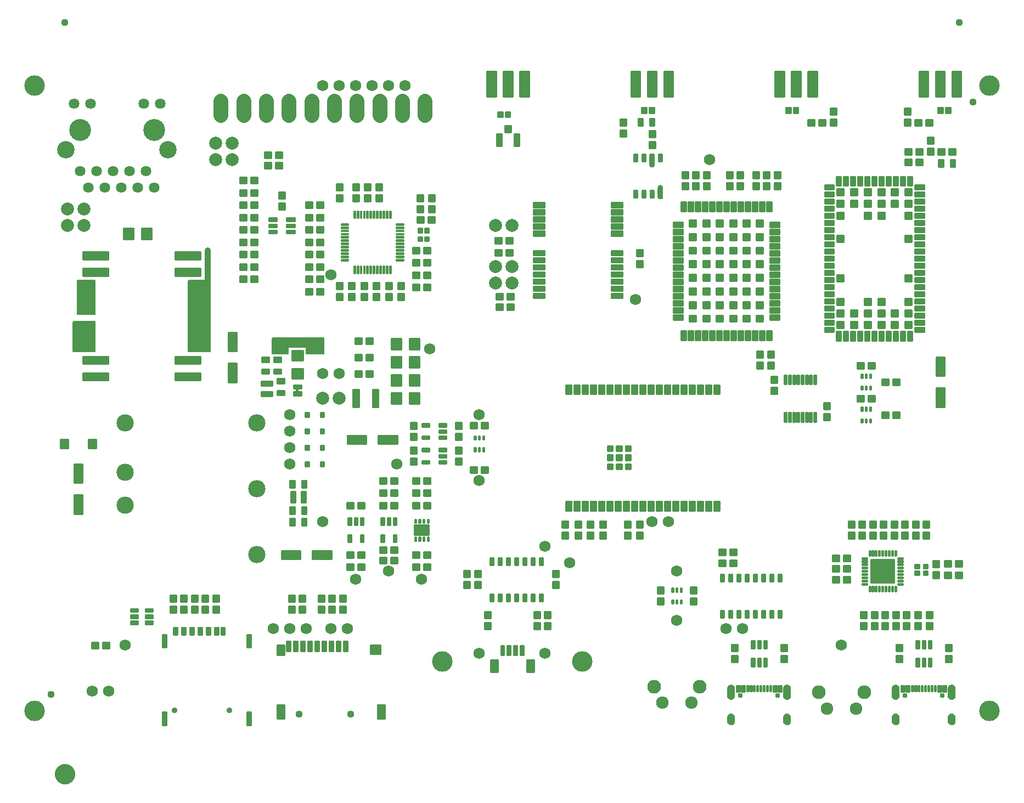
<source format=gts>
G04 EAGLE Gerber RS-274X export*
G75*
%MOMM*%
%FSLAX34Y34*%
%LPD*%
%INSoldermask Top*%
%IPPOS*%
%AMOC8*
5,1,8,0,0,1.08239X$1,22.5*%
G01*
%ADD10C,0.965200*%
%ADD11C,0.225400*%
%ADD12C,0.227100*%
%ADD13C,1.127000*%
%ADD14C,3.175000*%
%ADD15C,0.230578*%
%ADD16C,0.225369*%
%ADD17C,0.777000*%
%ADD18C,0.231559*%
%ADD19C,0.225588*%
%ADD20C,0.229050*%
%ADD21C,0.225938*%
%ADD22C,0.223409*%
%ADD23C,1.727000*%
%ADD24C,0.231750*%
%ADD25C,0.227778*%
%ADD26C,0.224709*%
%ADD27C,0.220859*%
%ADD28C,0.228600*%
%ADD29C,3.377000*%
%ADD30C,2.677000*%
%ADD31C,1.627000*%
%ADD32C,0.224509*%
%ADD33C,0.220319*%
%ADD34C,0.228344*%
%ADD35C,2.006600*%
%ADD36C,1.927000*%
%ADD37C,2.127000*%
%ADD38C,2.327000*%
%ADD39C,0.305338*%
%ADD40C,0.227919*%
%ADD41C,0.229619*%
%ADD42C,0.230800*%
%ADD43C,0.233100*%
%ADD44C,0.877000*%
%ADD45C,0.223519*%
%ADD46C,2.667000*%
%ADD47C,1.270000*%

G36*
X292793Y579383D02*
X292793Y579383D01*
X292851Y579381D01*
X292933Y579403D01*
X293017Y579415D01*
X293070Y579439D01*
X293126Y579453D01*
X293199Y579496D01*
X293276Y579531D01*
X293321Y579569D01*
X293371Y579599D01*
X293429Y579660D01*
X293493Y579715D01*
X293525Y579763D01*
X293565Y579806D01*
X293604Y579881D01*
X293651Y579951D01*
X293668Y580007D01*
X293695Y580059D01*
X293706Y580127D01*
X293736Y580222D01*
X293739Y580322D01*
X293750Y580390D01*
X293750Y689610D01*
X293742Y689668D01*
X293744Y689726D01*
X293722Y689808D01*
X293710Y689892D01*
X293687Y689945D01*
X293672Y690001D01*
X293629Y690074D01*
X293594Y690151D01*
X293556Y690196D01*
X293527Y690246D01*
X293465Y690304D01*
X293411Y690368D01*
X293362Y690400D01*
X293319Y690440D01*
X293244Y690479D01*
X293174Y690526D01*
X293118Y690543D01*
X293066Y690570D01*
X292998Y690581D01*
X292903Y690611D01*
X292803Y690614D01*
X292735Y690625D01*
X259715Y690625D01*
X259657Y690617D01*
X259599Y690619D01*
X259517Y690597D01*
X259434Y690585D01*
X259380Y690562D01*
X259324Y690547D01*
X259251Y690504D01*
X259174Y690469D01*
X259129Y690431D01*
X259079Y690402D01*
X259021Y690340D01*
X258957Y690286D01*
X258925Y690237D01*
X258885Y690194D01*
X258846Y690119D01*
X258800Y690049D01*
X258782Y689993D01*
X258755Y689941D01*
X258744Y689873D01*
X258714Y689778D01*
X258711Y689678D01*
X258700Y689610D01*
X258700Y580390D01*
X258708Y580332D01*
X258706Y580274D01*
X258728Y580192D01*
X258740Y580109D01*
X258764Y580055D01*
X258778Y579999D01*
X258821Y579926D01*
X258856Y579849D01*
X258894Y579804D01*
X258924Y579754D01*
X258985Y579696D01*
X259040Y579632D01*
X259088Y579600D01*
X259131Y579560D01*
X259206Y579521D01*
X259276Y579475D01*
X259332Y579457D01*
X259384Y579430D01*
X259452Y579419D01*
X259547Y579389D01*
X259647Y579386D01*
X259715Y579375D01*
X292735Y579375D01*
X292793Y579383D01*
G37*
G36*
X413443Y575573D02*
X413443Y575573D01*
X413501Y575571D01*
X413583Y575593D01*
X413667Y575605D01*
X413720Y575629D01*
X413776Y575643D01*
X413849Y575686D01*
X413926Y575721D01*
X413971Y575759D01*
X414021Y575789D01*
X414079Y575850D01*
X414143Y575905D01*
X414175Y575953D01*
X414215Y575996D01*
X414254Y576071D01*
X414301Y576141D01*
X414318Y576197D01*
X414345Y576249D01*
X414356Y576317D01*
X414386Y576412D01*
X414389Y576512D01*
X414400Y576580D01*
X414400Y585725D01*
X440310Y585725D01*
X440310Y576580D01*
X440318Y576522D01*
X440316Y576464D01*
X440338Y576382D01*
X440350Y576299D01*
X440374Y576245D01*
X440388Y576189D01*
X440431Y576116D01*
X440466Y576039D01*
X440504Y575994D01*
X440534Y575944D01*
X440595Y575886D01*
X440650Y575822D01*
X440698Y575790D01*
X440741Y575750D01*
X440816Y575711D01*
X440886Y575665D01*
X440942Y575647D01*
X440994Y575620D01*
X441062Y575609D01*
X441157Y575579D01*
X441257Y575576D01*
X441325Y575565D01*
X467995Y575565D01*
X468053Y575573D01*
X468111Y575571D01*
X468193Y575593D01*
X468277Y575605D01*
X468330Y575629D01*
X468386Y575643D01*
X468459Y575686D01*
X468536Y575721D01*
X468581Y575759D01*
X468631Y575789D01*
X468689Y575850D01*
X468753Y575905D01*
X468785Y575953D01*
X468825Y575996D01*
X468864Y576071D01*
X468911Y576141D01*
X468928Y576197D01*
X468955Y576249D01*
X468966Y576317D01*
X468996Y576412D01*
X468999Y576512D01*
X469010Y576580D01*
X469010Y600710D01*
X469002Y600768D01*
X469004Y600826D01*
X468982Y600908D01*
X468970Y600992D01*
X468947Y601045D01*
X468932Y601101D01*
X468889Y601174D01*
X468854Y601251D01*
X468816Y601296D01*
X468787Y601346D01*
X468725Y601404D01*
X468671Y601468D01*
X468622Y601500D01*
X468579Y601540D01*
X468504Y601579D01*
X468434Y601626D01*
X468378Y601643D01*
X468326Y601670D01*
X468258Y601681D01*
X468163Y601711D01*
X468063Y601714D01*
X467995Y601725D01*
X389255Y601725D01*
X389197Y601717D01*
X389139Y601719D01*
X389057Y601697D01*
X388974Y601685D01*
X388920Y601662D01*
X388864Y601647D01*
X388791Y601604D01*
X388714Y601569D01*
X388669Y601531D01*
X388619Y601502D01*
X388561Y601440D01*
X388497Y601386D01*
X388465Y601337D01*
X388425Y601294D01*
X388386Y601219D01*
X388340Y601149D01*
X388322Y601093D01*
X388295Y601041D01*
X388284Y600973D01*
X388254Y600878D01*
X388251Y600778D01*
X388240Y600710D01*
X388240Y576580D01*
X388248Y576522D01*
X388246Y576464D01*
X388268Y576382D01*
X388280Y576299D01*
X388304Y576245D01*
X388318Y576189D01*
X388361Y576116D01*
X388396Y576039D01*
X388434Y575994D01*
X388464Y575944D01*
X388525Y575886D01*
X388580Y575822D01*
X388628Y575790D01*
X388671Y575750D01*
X388746Y575711D01*
X388816Y575665D01*
X388872Y575647D01*
X388924Y575620D01*
X388992Y575609D01*
X389087Y575579D01*
X389187Y575576D01*
X389255Y575565D01*
X413385Y575565D01*
X413443Y575573D01*
G37*
G36*
X114993Y579383D02*
X114993Y579383D01*
X115051Y579381D01*
X115133Y579403D01*
X115217Y579415D01*
X115270Y579439D01*
X115326Y579453D01*
X115399Y579496D01*
X115476Y579531D01*
X115521Y579569D01*
X115571Y579599D01*
X115629Y579660D01*
X115693Y579715D01*
X115725Y579763D01*
X115765Y579806D01*
X115804Y579881D01*
X115851Y579951D01*
X115868Y580007D01*
X115895Y580059D01*
X115906Y580127D01*
X115936Y580222D01*
X115939Y580322D01*
X115950Y580390D01*
X115950Y626110D01*
X115943Y626163D01*
X115944Y626193D01*
X115943Y626196D01*
X115944Y626226D01*
X115922Y626308D01*
X115910Y626392D01*
X115887Y626445D01*
X115872Y626501D01*
X115829Y626574D01*
X115794Y626651D01*
X115756Y626696D01*
X115727Y626746D01*
X115665Y626804D01*
X115611Y626868D01*
X115562Y626900D01*
X115519Y626940D01*
X115444Y626979D01*
X115374Y627026D01*
X115318Y627043D01*
X115266Y627070D01*
X115198Y627081D01*
X115103Y627111D01*
X115003Y627114D01*
X114935Y627125D01*
X81915Y627125D01*
X81857Y627117D01*
X81799Y627119D01*
X81717Y627097D01*
X81634Y627085D01*
X81580Y627062D01*
X81524Y627047D01*
X81451Y627004D01*
X81374Y626969D01*
X81329Y626931D01*
X81279Y626902D01*
X81221Y626840D01*
X81157Y626786D01*
X81125Y626737D01*
X81085Y626694D01*
X81046Y626619D01*
X81000Y626549D01*
X80982Y626493D01*
X80955Y626441D01*
X80944Y626373D01*
X80914Y626278D01*
X80911Y626178D01*
X80900Y626110D01*
X80900Y580390D01*
X80908Y580332D01*
X80906Y580274D01*
X80928Y580192D01*
X80940Y580109D01*
X80964Y580055D01*
X80978Y579999D01*
X81021Y579926D01*
X81056Y579849D01*
X81094Y579804D01*
X81124Y579754D01*
X81185Y579696D01*
X81240Y579632D01*
X81288Y579600D01*
X81331Y579560D01*
X81406Y579521D01*
X81476Y579475D01*
X81532Y579457D01*
X81584Y579430D01*
X81652Y579419D01*
X81747Y579389D01*
X81847Y579386D01*
X81915Y579375D01*
X114935Y579375D01*
X114993Y579383D01*
G37*
G36*
X114993Y636533D02*
X114993Y636533D01*
X115051Y636531D01*
X115133Y636553D01*
X115217Y636565D01*
X115270Y636589D01*
X115326Y636603D01*
X115399Y636646D01*
X115476Y636681D01*
X115521Y636719D01*
X115571Y636749D01*
X115629Y636810D01*
X115693Y636865D01*
X115725Y636913D01*
X115765Y636956D01*
X115804Y637031D01*
X115851Y637101D01*
X115868Y637157D01*
X115895Y637209D01*
X115906Y637277D01*
X115936Y637372D01*
X115939Y637472D01*
X115950Y637540D01*
X115950Y689610D01*
X115942Y689668D01*
X115944Y689726D01*
X115922Y689808D01*
X115910Y689892D01*
X115887Y689945D01*
X115872Y690001D01*
X115829Y690074D01*
X115794Y690151D01*
X115756Y690196D01*
X115727Y690246D01*
X115665Y690304D01*
X115611Y690368D01*
X115562Y690400D01*
X115519Y690440D01*
X115444Y690479D01*
X115374Y690526D01*
X115318Y690543D01*
X115266Y690570D01*
X115198Y690581D01*
X115103Y690611D01*
X115003Y690614D01*
X114935Y690625D01*
X88265Y690625D01*
X88207Y690617D01*
X88149Y690619D01*
X88067Y690597D01*
X87984Y690585D01*
X87930Y690562D01*
X87874Y690547D01*
X87801Y690504D01*
X87724Y690469D01*
X87679Y690431D01*
X87629Y690402D01*
X87571Y690340D01*
X87507Y690286D01*
X87475Y690237D01*
X87435Y690194D01*
X87396Y690119D01*
X87350Y690049D01*
X87332Y689993D01*
X87305Y689941D01*
X87294Y689873D01*
X87264Y689778D01*
X87261Y689678D01*
X87250Y689610D01*
X87250Y637540D01*
X87258Y637482D01*
X87256Y637424D01*
X87278Y637342D01*
X87290Y637259D01*
X87314Y637205D01*
X87328Y637149D01*
X87371Y637076D01*
X87406Y636999D01*
X87444Y636954D01*
X87474Y636904D01*
X87535Y636846D01*
X87590Y636782D01*
X87638Y636750D01*
X87681Y636710D01*
X87756Y636671D01*
X87826Y636625D01*
X87882Y636607D01*
X87934Y636580D01*
X88002Y636569D01*
X88097Y636539D01*
X88197Y636536D01*
X88265Y636525D01*
X114935Y636525D01*
X114993Y636533D01*
G37*
G36*
X1438309Y42883D02*
X1438309Y42883D01*
X1438315Y42889D01*
X1438320Y42885D01*
X1439550Y43250D01*
X1439555Y43257D01*
X1439560Y43255D01*
X1440679Y43885D01*
X1440682Y43892D01*
X1440688Y43891D01*
X1441638Y44754D01*
X1441639Y44762D01*
X1441645Y44762D01*
X1442379Y45815D01*
X1442379Y45823D01*
X1442384Y45825D01*
X1442866Y47015D01*
X1442864Y47020D01*
X1442868Y47023D01*
X1442867Y47024D01*
X1442869Y47025D01*
X1443074Y48292D01*
X1443071Y48297D01*
X1443074Y48300D01*
X1443074Y60300D01*
X1443071Y60304D01*
X1443074Y60307D01*
X1442919Y61429D01*
X1442914Y61434D01*
X1442917Y61438D01*
X1442546Y62509D01*
X1442540Y62513D01*
X1442542Y62518D01*
X1441969Y63495D01*
X1441963Y63498D01*
X1441964Y63503D01*
X1441211Y64350D01*
X1441204Y64352D01*
X1441204Y64357D01*
X1440301Y65041D01*
X1440294Y65041D01*
X1440293Y65046D01*
X1439274Y65541D01*
X1439267Y65539D01*
X1439265Y65544D01*
X1438168Y65831D01*
X1438162Y65828D01*
X1438159Y65832D01*
X1437028Y65899D01*
X1437022Y65899D01*
X1435891Y65832D01*
X1435886Y65827D01*
X1435882Y65831D01*
X1434785Y65544D01*
X1434781Y65538D01*
X1434776Y65541D01*
X1433757Y65046D01*
X1433754Y65040D01*
X1433749Y65041D01*
X1432846Y64357D01*
X1432844Y64350D01*
X1432839Y64350D01*
X1432086Y63503D01*
X1432086Y63496D01*
X1432081Y63495D01*
X1431508Y62518D01*
X1431509Y62515D01*
X1431508Y62514D01*
X1431509Y62513D01*
X1431509Y62511D01*
X1431504Y62509D01*
X1431133Y61438D01*
X1431135Y61433D01*
X1431132Y61431D01*
X1431132Y61430D01*
X1431131Y61429D01*
X1430976Y60307D01*
X1430979Y60302D01*
X1430976Y60300D01*
X1430976Y48300D01*
X1430979Y48295D01*
X1430976Y48292D01*
X1431181Y47025D01*
X1431187Y47019D01*
X1431184Y47015D01*
X1431666Y45825D01*
X1431673Y45821D01*
X1431671Y45815D01*
X1432405Y44762D01*
X1432413Y44760D01*
X1432412Y44754D01*
X1433362Y43891D01*
X1433371Y43890D01*
X1433371Y43885D01*
X1434490Y43255D01*
X1434498Y43256D01*
X1434500Y43250D01*
X1435730Y42885D01*
X1435738Y42888D01*
X1435741Y42883D01*
X1437022Y42801D01*
X1437026Y42804D01*
X1437028Y42801D01*
X1438309Y42883D01*
G37*
G36*
X1184309Y42883D02*
X1184309Y42883D01*
X1184315Y42889D01*
X1184320Y42885D01*
X1185550Y43250D01*
X1185555Y43257D01*
X1185560Y43255D01*
X1186679Y43885D01*
X1186682Y43892D01*
X1186688Y43891D01*
X1187638Y44754D01*
X1187639Y44762D01*
X1187645Y44762D01*
X1188379Y45815D01*
X1188379Y45823D01*
X1188384Y45825D01*
X1188866Y47015D01*
X1188864Y47020D01*
X1188868Y47023D01*
X1188867Y47024D01*
X1188869Y47025D01*
X1189074Y48292D01*
X1189071Y48297D01*
X1189074Y48300D01*
X1189074Y60300D01*
X1189071Y60304D01*
X1189074Y60307D01*
X1188919Y61429D01*
X1188914Y61434D01*
X1188917Y61438D01*
X1188546Y62509D01*
X1188540Y62513D01*
X1188542Y62518D01*
X1187969Y63495D01*
X1187963Y63498D01*
X1187964Y63503D01*
X1187211Y64350D01*
X1187204Y64352D01*
X1187204Y64357D01*
X1186301Y65041D01*
X1186294Y65041D01*
X1186293Y65046D01*
X1185274Y65541D01*
X1185267Y65539D01*
X1185265Y65544D01*
X1184168Y65831D01*
X1184162Y65828D01*
X1184159Y65832D01*
X1183028Y65899D01*
X1183022Y65899D01*
X1181891Y65832D01*
X1181886Y65827D01*
X1181882Y65831D01*
X1180785Y65544D01*
X1180781Y65538D01*
X1180776Y65541D01*
X1179757Y65046D01*
X1179754Y65040D01*
X1179749Y65041D01*
X1178846Y64357D01*
X1178844Y64350D01*
X1178839Y64350D01*
X1178086Y63503D01*
X1178086Y63496D01*
X1178081Y63495D01*
X1177508Y62518D01*
X1177509Y62515D01*
X1177508Y62514D01*
X1177509Y62513D01*
X1177509Y62511D01*
X1177504Y62509D01*
X1177133Y61438D01*
X1177135Y61433D01*
X1177132Y61431D01*
X1177132Y61430D01*
X1177131Y61429D01*
X1176976Y60307D01*
X1176979Y60302D01*
X1176976Y60300D01*
X1176976Y48300D01*
X1176979Y48295D01*
X1176976Y48292D01*
X1177181Y47025D01*
X1177187Y47019D01*
X1177184Y47015D01*
X1177666Y45825D01*
X1177673Y45821D01*
X1177671Y45815D01*
X1178405Y44762D01*
X1178413Y44760D01*
X1178412Y44754D01*
X1179362Y43891D01*
X1179371Y43890D01*
X1179371Y43885D01*
X1180490Y43255D01*
X1180498Y43256D01*
X1180500Y43250D01*
X1181730Y42885D01*
X1181738Y42888D01*
X1181741Y42883D01*
X1183022Y42801D01*
X1183026Y42804D01*
X1183028Y42801D01*
X1184309Y42883D01*
G37*
G36*
X1097909Y42883D02*
X1097909Y42883D01*
X1097915Y42889D01*
X1097920Y42885D01*
X1099150Y43250D01*
X1099155Y43257D01*
X1099160Y43255D01*
X1100279Y43885D01*
X1100282Y43892D01*
X1100288Y43891D01*
X1101238Y44754D01*
X1101239Y44762D01*
X1101245Y44762D01*
X1101979Y45815D01*
X1101979Y45823D01*
X1101984Y45825D01*
X1102466Y47015D01*
X1102464Y47020D01*
X1102468Y47023D01*
X1102467Y47024D01*
X1102469Y47025D01*
X1102674Y48292D01*
X1102671Y48297D01*
X1102674Y48300D01*
X1102674Y60300D01*
X1102671Y60304D01*
X1102674Y60307D01*
X1102519Y61429D01*
X1102514Y61434D01*
X1102517Y61438D01*
X1102146Y62509D01*
X1102140Y62513D01*
X1102142Y62518D01*
X1101569Y63495D01*
X1101563Y63498D01*
X1101564Y63503D01*
X1100811Y64350D01*
X1100804Y64352D01*
X1100804Y64357D01*
X1099901Y65041D01*
X1099894Y65041D01*
X1099893Y65046D01*
X1098874Y65541D01*
X1098867Y65539D01*
X1098865Y65544D01*
X1097768Y65831D01*
X1097762Y65828D01*
X1097759Y65832D01*
X1096628Y65899D01*
X1096622Y65899D01*
X1095491Y65832D01*
X1095486Y65827D01*
X1095482Y65831D01*
X1094385Y65544D01*
X1094381Y65538D01*
X1094376Y65541D01*
X1093357Y65046D01*
X1093354Y65040D01*
X1093349Y65041D01*
X1092446Y64357D01*
X1092444Y64350D01*
X1092439Y64350D01*
X1091686Y63503D01*
X1091686Y63496D01*
X1091681Y63495D01*
X1091108Y62518D01*
X1091109Y62515D01*
X1091108Y62514D01*
X1091109Y62513D01*
X1091109Y62511D01*
X1091104Y62509D01*
X1090733Y61438D01*
X1090735Y61433D01*
X1090732Y61431D01*
X1090732Y61430D01*
X1090731Y61429D01*
X1090576Y60307D01*
X1090579Y60302D01*
X1090576Y60300D01*
X1090576Y48300D01*
X1090579Y48295D01*
X1090576Y48292D01*
X1090781Y47025D01*
X1090787Y47019D01*
X1090784Y47015D01*
X1091266Y45825D01*
X1091273Y45821D01*
X1091271Y45815D01*
X1092005Y44762D01*
X1092013Y44760D01*
X1092012Y44754D01*
X1092962Y43891D01*
X1092971Y43890D01*
X1092971Y43885D01*
X1094090Y43255D01*
X1094098Y43256D01*
X1094100Y43250D01*
X1095330Y42885D01*
X1095338Y42888D01*
X1095341Y42883D01*
X1096622Y42801D01*
X1096626Y42804D01*
X1096628Y42801D01*
X1097909Y42883D01*
G37*
G36*
X1351909Y42883D02*
X1351909Y42883D01*
X1351915Y42889D01*
X1351920Y42885D01*
X1353150Y43250D01*
X1353155Y43257D01*
X1353160Y43255D01*
X1354279Y43885D01*
X1354282Y43892D01*
X1354288Y43891D01*
X1355238Y44754D01*
X1355239Y44762D01*
X1355245Y44762D01*
X1355979Y45815D01*
X1355979Y45823D01*
X1355984Y45825D01*
X1356466Y47015D01*
X1356464Y47020D01*
X1356468Y47023D01*
X1356467Y47024D01*
X1356469Y47025D01*
X1356674Y48292D01*
X1356671Y48297D01*
X1356674Y48300D01*
X1356674Y60300D01*
X1356671Y60304D01*
X1356674Y60307D01*
X1356519Y61429D01*
X1356514Y61434D01*
X1356517Y61438D01*
X1356146Y62509D01*
X1356140Y62513D01*
X1356142Y62518D01*
X1355569Y63495D01*
X1355563Y63498D01*
X1355564Y63503D01*
X1354811Y64350D01*
X1354804Y64352D01*
X1354804Y64357D01*
X1353901Y65041D01*
X1353894Y65041D01*
X1353893Y65046D01*
X1352874Y65541D01*
X1352867Y65539D01*
X1352865Y65544D01*
X1351768Y65831D01*
X1351762Y65828D01*
X1351759Y65832D01*
X1350628Y65899D01*
X1350622Y65899D01*
X1349491Y65832D01*
X1349486Y65827D01*
X1349482Y65831D01*
X1348385Y65544D01*
X1348381Y65538D01*
X1348376Y65541D01*
X1347357Y65046D01*
X1347354Y65040D01*
X1347349Y65041D01*
X1346446Y64357D01*
X1346444Y64350D01*
X1346439Y64350D01*
X1345686Y63503D01*
X1345686Y63496D01*
X1345681Y63495D01*
X1345108Y62518D01*
X1345109Y62515D01*
X1345108Y62514D01*
X1345109Y62513D01*
X1345109Y62511D01*
X1345104Y62509D01*
X1344733Y61438D01*
X1344735Y61433D01*
X1344732Y61431D01*
X1344732Y61430D01*
X1344731Y61429D01*
X1344576Y60307D01*
X1344579Y60302D01*
X1344576Y60300D01*
X1344576Y48300D01*
X1344579Y48295D01*
X1344576Y48292D01*
X1344781Y47025D01*
X1344787Y47019D01*
X1344784Y47015D01*
X1345266Y45825D01*
X1345273Y45821D01*
X1345271Y45815D01*
X1346005Y44762D01*
X1346013Y44760D01*
X1346012Y44754D01*
X1346962Y43891D01*
X1346971Y43890D01*
X1346971Y43885D01*
X1348090Y43255D01*
X1348098Y43256D01*
X1348100Y43250D01*
X1349330Y42885D01*
X1349338Y42888D01*
X1349341Y42883D01*
X1350622Y42801D01*
X1350626Y42804D01*
X1350628Y42801D01*
X1351909Y42883D01*
G37*
G36*
X1351796Y3611D02*
X1351796Y3611D01*
X1351801Y3616D01*
X1351805Y3613D01*
X1352928Y3948D01*
X1352932Y3954D01*
X1352936Y3952D01*
X1353972Y4500D01*
X1353975Y4506D01*
X1353980Y4505D01*
X1354888Y5244D01*
X1354890Y5251D01*
X1354895Y5251D01*
X1355642Y6153D01*
X1355642Y6161D01*
X1355648Y6161D01*
X1356204Y7192D01*
X1356203Y7199D01*
X1356208Y7201D01*
X1356552Y8320D01*
X1356550Y8327D01*
X1356554Y8330D01*
X1356674Y9495D01*
X1356672Y9498D01*
X1356674Y9500D01*
X1356674Y15500D01*
X1356672Y15503D01*
X1356674Y15505D01*
X1356563Y16681D01*
X1356558Y16686D01*
X1356561Y16690D01*
X1356223Y17822D01*
X1356217Y17826D01*
X1356219Y17831D01*
X1355667Y18875D01*
X1355660Y18878D01*
X1355662Y18883D01*
X1354916Y19799D01*
X1354909Y19800D01*
X1354909Y19806D01*
X1354000Y20559D01*
X1353992Y20559D01*
X1353992Y20564D01*
X1352952Y21125D01*
X1352945Y21124D01*
X1352943Y21129D01*
X1351814Y21476D01*
X1351808Y21474D01*
X1351805Y21478D01*
X1350630Y21599D01*
X1350623Y21595D01*
X1350619Y21599D01*
X1349279Y21442D01*
X1349273Y21437D01*
X1349268Y21440D01*
X1347997Y20989D01*
X1347992Y20982D01*
X1347987Y20984D01*
X1346848Y20262D01*
X1346845Y20254D01*
X1346839Y20255D01*
X1345889Y19297D01*
X1345888Y19289D01*
X1345882Y19288D01*
X1345169Y18143D01*
X1345170Y18135D01*
X1345164Y18133D01*
X1344724Y16857D01*
X1344726Y16850D01*
X1344722Y16847D01*
X1344576Y15505D01*
X1344578Y15502D01*
X1344576Y15500D01*
X1344576Y9500D01*
X1344578Y9497D01*
X1344576Y9494D01*
X1344731Y8165D01*
X1344737Y8159D01*
X1344734Y8155D01*
X1345181Y6894D01*
X1345188Y6889D01*
X1345186Y6884D01*
X1345903Y5754D01*
X1345910Y5751D01*
X1345909Y5745D01*
X1346860Y4803D01*
X1346868Y4802D01*
X1346868Y4796D01*
X1348004Y4089D01*
X1348012Y4090D01*
X1348014Y4084D01*
X1349279Y3648D01*
X1349284Y3649D01*
X1349285Y3649D01*
X1349288Y3649D01*
X1349290Y3645D01*
X1350620Y3501D01*
X1350626Y3505D01*
X1350630Y3501D01*
X1351796Y3611D01*
G37*
G36*
X1438196Y3611D02*
X1438196Y3611D01*
X1438201Y3616D01*
X1438205Y3613D01*
X1439328Y3948D01*
X1439332Y3954D01*
X1439336Y3952D01*
X1440372Y4500D01*
X1440375Y4506D01*
X1440380Y4505D01*
X1441288Y5244D01*
X1441290Y5251D01*
X1441295Y5251D01*
X1442042Y6153D01*
X1442042Y6161D01*
X1442048Y6161D01*
X1442604Y7192D01*
X1442603Y7199D01*
X1442608Y7201D01*
X1442952Y8320D01*
X1442950Y8327D01*
X1442954Y8330D01*
X1443074Y9495D01*
X1443072Y9498D01*
X1443074Y9500D01*
X1443074Y15500D01*
X1443072Y15503D01*
X1443074Y15505D01*
X1442963Y16681D01*
X1442958Y16686D01*
X1442961Y16690D01*
X1442623Y17822D01*
X1442617Y17826D01*
X1442619Y17831D01*
X1442067Y18875D01*
X1442060Y18878D01*
X1442062Y18883D01*
X1441316Y19799D01*
X1441309Y19800D01*
X1441309Y19806D01*
X1440400Y20559D01*
X1440392Y20559D01*
X1440392Y20564D01*
X1439352Y21125D01*
X1439345Y21124D01*
X1439343Y21129D01*
X1438214Y21476D01*
X1438208Y21474D01*
X1438205Y21478D01*
X1437030Y21599D01*
X1437023Y21595D01*
X1437019Y21599D01*
X1435679Y21442D01*
X1435673Y21437D01*
X1435668Y21440D01*
X1434397Y20989D01*
X1434392Y20982D01*
X1434387Y20984D01*
X1433248Y20262D01*
X1433245Y20254D01*
X1433239Y20255D01*
X1432289Y19297D01*
X1432288Y19289D01*
X1432282Y19288D01*
X1431569Y18143D01*
X1431570Y18135D01*
X1431564Y18133D01*
X1431124Y16857D01*
X1431126Y16850D01*
X1431122Y16847D01*
X1430976Y15505D01*
X1430978Y15502D01*
X1430976Y15500D01*
X1430976Y9500D01*
X1430978Y9497D01*
X1430976Y9494D01*
X1431131Y8165D01*
X1431137Y8159D01*
X1431134Y8155D01*
X1431581Y6894D01*
X1431588Y6889D01*
X1431586Y6884D01*
X1432303Y5754D01*
X1432310Y5751D01*
X1432309Y5745D01*
X1433260Y4803D01*
X1433268Y4802D01*
X1433268Y4796D01*
X1434404Y4089D01*
X1434412Y4090D01*
X1434414Y4084D01*
X1435679Y3648D01*
X1435684Y3649D01*
X1435685Y3649D01*
X1435688Y3649D01*
X1435690Y3645D01*
X1437020Y3501D01*
X1437026Y3505D01*
X1437030Y3501D01*
X1438196Y3611D01*
G37*
G36*
X1184196Y3611D02*
X1184196Y3611D01*
X1184201Y3616D01*
X1184205Y3613D01*
X1185328Y3948D01*
X1185332Y3954D01*
X1185336Y3952D01*
X1186372Y4500D01*
X1186375Y4506D01*
X1186380Y4505D01*
X1187288Y5244D01*
X1187290Y5251D01*
X1187295Y5251D01*
X1188042Y6153D01*
X1188042Y6161D01*
X1188048Y6161D01*
X1188604Y7192D01*
X1188603Y7199D01*
X1188608Y7201D01*
X1188952Y8320D01*
X1188950Y8327D01*
X1188954Y8330D01*
X1189074Y9495D01*
X1189072Y9498D01*
X1189074Y9500D01*
X1189074Y15500D01*
X1189072Y15503D01*
X1189074Y15505D01*
X1188963Y16681D01*
X1188958Y16686D01*
X1188961Y16690D01*
X1188623Y17822D01*
X1188617Y17826D01*
X1188619Y17831D01*
X1188067Y18875D01*
X1188060Y18878D01*
X1188062Y18883D01*
X1187316Y19799D01*
X1187309Y19800D01*
X1187309Y19806D01*
X1186400Y20559D01*
X1186392Y20559D01*
X1186392Y20564D01*
X1185352Y21125D01*
X1185345Y21124D01*
X1185343Y21129D01*
X1184214Y21476D01*
X1184208Y21474D01*
X1184205Y21478D01*
X1183030Y21599D01*
X1183023Y21595D01*
X1183019Y21599D01*
X1181679Y21442D01*
X1181673Y21437D01*
X1181668Y21440D01*
X1180397Y20989D01*
X1180392Y20982D01*
X1180387Y20984D01*
X1179248Y20262D01*
X1179245Y20254D01*
X1179239Y20255D01*
X1178289Y19297D01*
X1178288Y19289D01*
X1178282Y19288D01*
X1177569Y18143D01*
X1177570Y18135D01*
X1177564Y18133D01*
X1177124Y16857D01*
X1177126Y16850D01*
X1177122Y16847D01*
X1176976Y15505D01*
X1176978Y15502D01*
X1176976Y15500D01*
X1176976Y9500D01*
X1176978Y9497D01*
X1176976Y9494D01*
X1177131Y8165D01*
X1177137Y8159D01*
X1177134Y8155D01*
X1177581Y6894D01*
X1177588Y6889D01*
X1177586Y6884D01*
X1178303Y5754D01*
X1178310Y5751D01*
X1178309Y5745D01*
X1179260Y4803D01*
X1179268Y4802D01*
X1179268Y4796D01*
X1180404Y4089D01*
X1180412Y4090D01*
X1180414Y4084D01*
X1181679Y3648D01*
X1181684Y3649D01*
X1181685Y3649D01*
X1181688Y3649D01*
X1181690Y3645D01*
X1183020Y3501D01*
X1183026Y3505D01*
X1183030Y3501D01*
X1184196Y3611D01*
G37*
G36*
X1097796Y3611D02*
X1097796Y3611D01*
X1097801Y3616D01*
X1097805Y3613D01*
X1098928Y3948D01*
X1098932Y3954D01*
X1098936Y3952D01*
X1099972Y4500D01*
X1099975Y4506D01*
X1099980Y4505D01*
X1100888Y5244D01*
X1100890Y5251D01*
X1100895Y5251D01*
X1101642Y6153D01*
X1101642Y6161D01*
X1101648Y6161D01*
X1102204Y7192D01*
X1102203Y7199D01*
X1102208Y7201D01*
X1102552Y8320D01*
X1102550Y8327D01*
X1102554Y8330D01*
X1102674Y9495D01*
X1102672Y9498D01*
X1102674Y9500D01*
X1102674Y15500D01*
X1102672Y15503D01*
X1102674Y15505D01*
X1102563Y16681D01*
X1102558Y16686D01*
X1102561Y16690D01*
X1102223Y17822D01*
X1102217Y17826D01*
X1102219Y17831D01*
X1101667Y18875D01*
X1101660Y18878D01*
X1101662Y18883D01*
X1100916Y19799D01*
X1100909Y19800D01*
X1100909Y19806D01*
X1100000Y20559D01*
X1099992Y20559D01*
X1099992Y20564D01*
X1098952Y21125D01*
X1098945Y21124D01*
X1098943Y21129D01*
X1097814Y21476D01*
X1097808Y21474D01*
X1097805Y21478D01*
X1096630Y21599D01*
X1096623Y21595D01*
X1096619Y21599D01*
X1095279Y21442D01*
X1095273Y21437D01*
X1095268Y21440D01*
X1093997Y20989D01*
X1093992Y20982D01*
X1093987Y20984D01*
X1092848Y20262D01*
X1092845Y20254D01*
X1092839Y20255D01*
X1091889Y19297D01*
X1091888Y19289D01*
X1091882Y19288D01*
X1091169Y18143D01*
X1091170Y18135D01*
X1091164Y18133D01*
X1090724Y16857D01*
X1090726Y16850D01*
X1090722Y16847D01*
X1090576Y15505D01*
X1090578Y15502D01*
X1090576Y15500D01*
X1090576Y9500D01*
X1090578Y9497D01*
X1090576Y9494D01*
X1090731Y8165D01*
X1090737Y8159D01*
X1090734Y8155D01*
X1091181Y6894D01*
X1091188Y6889D01*
X1091186Y6884D01*
X1091903Y5754D01*
X1091910Y5751D01*
X1091909Y5745D01*
X1092860Y4803D01*
X1092868Y4802D01*
X1092868Y4796D01*
X1094004Y4089D01*
X1094012Y4090D01*
X1094014Y4084D01*
X1095279Y3648D01*
X1095284Y3649D01*
X1095285Y3649D01*
X1095288Y3649D01*
X1095290Y3645D01*
X1096620Y3501D01*
X1096626Y3505D01*
X1096630Y3501D01*
X1097796Y3611D01*
G37*
G36*
X975621Y864451D02*
X975621Y864451D01*
X975627Y864457D01*
X975631Y864454D01*
X976477Y864750D01*
X976481Y864756D01*
X976487Y864754D01*
X977245Y865231D01*
X977248Y865239D01*
X977254Y865238D01*
X977887Y865871D01*
X977888Y865879D01*
X977894Y865880D01*
X978371Y866638D01*
X978370Y866646D01*
X978375Y866648D01*
X978671Y867494D01*
X978669Y867501D01*
X978674Y867504D01*
X978774Y868395D01*
X978772Y868398D01*
X978774Y868400D01*
X978774Y883900D01*
X978771Y883904D01*
X978774Y883906D01*
X978706Y884424D01*
X978699Y884431D01*
X978702Y884436D01*
X978503Y884919D01*
X978494Y884924D01*
X978496Y884930D01*
X978178Y885344D01*
X978169Y885347D01*
X978169Y885353D01*
X977755Y885671D01*
X977746Y885671D01*
X977744Y885678D01*
X977261Y885877D01*
X977252Y885875D01*
X977249Y885881D01*
X976731Y885949D01*
X976727Y885946D01*
X976725Y885949D01*
X972725Y885949D01*
X972721Y885946D01*
X972719Y885949D01*
X972201Y885881D01*
X972194Y885874D01*
X972189Y885877D01*
X971706Y885678D01*
X971701Y885669D01*
X971695Y885671D01*
X971281Y885353D01*
X971278Y885344D01*
X971272Y885344D01*
X970954Y884930D01*
X970954Y884921D01*
X970947Y884919D01*
X970748Y884436D01*
X970750Y884427D01*
X970744Y884424D01*
X970676Y883906D01*
X970679Y883902D01*
X970676Y883900D01*
X970676Y868400D01*
X970678Y868397D01*
X970676Y868395D01*
X970776Y867504D01*
X970782Y867498D01*
X970779Y867494D01*
X971075Y866648D01*
X971081Y866644D01*
X971079Y866638D01*
X971556Y865880D01*
X971564Y865877D01*
X971563Y865871D01*
X972196Y865238D01*
X972204Y865237D01*
X972205Y865231D01*
X972963Y864754D01*
X972971Y864755D01*
X972973Y864750D01*
X973819Y864454D01*
X973826Y864456D01*
X973829Y864451D01*
X974720Y864351D01*
X974727Y864355D01*
X974731Y864351D01*
X975621Y864451D01*
G37*
G36*
X989429Y815854D02*
X989429Y815854D01*
X989431Y815851D01*
X989949Y815919D01*
X989956Y815926D01*
X989961Y815923D01*
X990444Y816122D01*
X990449Y816131D01*
X990455Y816129D01*
X990869Y816447D01*
X990872Y816456D01*
X990878Y816456D01*
X991196Y816870D01*
X991196Y816880D01*
X991203Y816881D01*
X991402Y817364D01*
X991400Y817373D01*
X991406Y817376D01*
X991474Y817894D01*
X991471Y817898D01*
X991474Y817900D01*
X991474Y833400D01*
X991472Y833403D01*
X991474Y833406D01*
X991374Y834296D01*
X991368Y834302D01*
X991371Y834306D01*
X991075Y835152D01*
X991069Y835156D01*
X991071Y835162D01*
X990594Y835920D01*
X990586Y835923D01*
X990587Y835929D01*
X989954Y836562D01*
X989946Y836563D01*
X989945Y836569D01*
X989187Y837046D01*
X989179Y837045D01*
X989177Y837050D01*
X988331Y837346D01*
X988324Y837344D01*
X988321Y837349D01*
X987431Y837449D01*
X987423Y837445D01*
X987420Y837449D01*
X986529Y837349D01*
X986523Y837343D01*
X986519Y837346D01*
X985673Y837050D01*
X985669Y837044D01*
X985663Y837046D01*
X984905Y836569D01*
X984902Y836561D01*
X984896Y836562D01*
X984263Y835929D01*
X984262Y835921D01*
X984256Y835920D01*
X983779Y835162D01*
X983780Y835154D01*
X983775Y835152D01*
X983479Y834306D01*
X983481Y834299D01*
X983476Y834296D01*
X983376Y833406D01*
X983378Y833402D01*
X983376Y833400D01*
X983376Y817900D01*
X983379Y817896D01*
X983376Y817894D01*
X983444Y817376D01*
X983451Y817369D01*
X983448Y817364D01*
X983647Y816881D01*
X983656Y816876D01*
X983654Y816870D01*
X983972Y816456D01*
X983981Y816453D01*
X983981Y816447D01*
X984395Y816129D01*
X984405Y816129D01*
X984406Y816122D01*
X984889Y815923D01*
X984898Y815925D01*
X984901Y815919D01*
X985419Y815851D01*
X985423Y815854D01*
X985425Y815851D01*
X989425Y815851D01*
X989429Y815854D01*
G37*
G36*
X428690Y518172D02*
X428690Y518172D01*
X428756Y518174D01*
X428799Y518192D01*
X428846Y518200D01*
X428903Y518234D01*
X428963Y518259D01*
X428998Y518290D01*
X429039Y518315D01*
X429081Y518366D01*
X429129Y518410D01*
X429151Y518452D01*
X429180Y518489D01*
X429201Y518551D01*
X429232Y518610D01*
X429240Y518664D01*
X429252Y518701D01*
X429251Y518741D01*
X429259Y518795D01*
X429259Y522605D01*
X429248Y522670D01*
X429246Y522736D01*
X429228Y522779D01*
X429220Y522826D01*
X429186Y522883D01*
X429161Y522943D01*
X429130Y522978D01*
X429105Y523019D01*
X429054Y523061D01*
X429010Y523109D01*
X428968Y523131D01*
X428931Y523160D01*
X428869Y523181D01*
X428810Y523212D01*
X428756Y523220D01*
X428719Y523232D01*
X428679Y523231D01*
X428625Y523239D01*
X426085Y523239D01*
X426020Y523228D01*
X425954Y523226D01*
X425911Y523208D01*
X425864Y523200D01*
X425807Y523166D01*
X425747Y523141D01*
X425712Y523110D01*
X425671Y523085D01*
X425630Y523034D01*
X425581Y522990D01*
X425559Y522948D01*
X425530Y522911D01*
X425509Y522849D01*
X425478Y522790D01*
X425470Y522736D01*
X425458Y522699D01*
X425458Y522695D01*
X425458Y522694D01*
X425459Y522659D01*
X425451Y522605D01*
X425451Y518795D01*
X425462Y518730D01*
X425464Y518664D01*
X425482Y518621D01*
X425490Y518574D01*
X425524Y518517D01*
X425549Y518457D01*
X425580Y518422D01*
X425605Y518381D01*
X425656Y518340D01*
X425700Y518291D01*
X425742Y518269D01*
X425779Y518240D01*
X425841Y518219D01*
X425900Y518188D01*
X425954Y518180D01*
X425991Y518168D01*
X426031Y518169D01*
X426085Y518161D01*
X428625Y518161D01*
X428690Y518172D01*
G37*
D10*
X288925Y736600D02*
X288925Y685800D01*
D11*
X855917Y318308D02*
X855917Y308292D01*
X855917Y318308D02*
X864933Y318308D01*
X864933Y308292D01*
X855917Y308292D01*
X855917Y310433D02*
X864933Y310433D01*
X864933Y312574D02*
X855917Y312574D01*
X855917Y314715D02*
X864933Y314715D01*
X864933Y316856D02*
X855917Y316856D01*
X855917Y301308D02*
X855917Y291292D01*
X855917Y301308D02*
X864933Y301308D01*
X864933Y291292D01*
X855917Y291292D01*
X855917Y293433D02*
X864933Y293433D01*
X864933Y295574D02*
X855917Y295574D01*
X855917Y297715D02*
X864933Y297715D01*
X864933Y299856D02*
X855917Y299856D01*
X581833Y385508D02*
X571817Y385508D01*
X581833Y385508D02*
X581833Y376492D01*
X571817Y376492D01*
X571817Y385508D01*
X571817Y378633D02*
X581833Y378633D01*
X581833Y380774D02*
X571817Y380774D01*
X571817Y382915D02*
X581833Y382915D01*
X581833Y385056D02*
X571817Y385056D01*
X564833Y385508D02*
X554817Y385508D01*
X564833Y385508D02*
X564833Y376492D01*
X554817Y376492D01*
X554817Y385508D01*
X554817Y378633D02*
X564833Y378633D01*
X564833Y380774D02*
X554817Y380774D01*
X554817Y382915D02*
X564833Y382915D01*
X564833Y385056D02*
X554817Y385056D01*
X531033Y271208D02*
X521017Y271208D01*
X531033Y271208D02*
X531033Y262192D01*
X521017Y262192D01*
X521017Y271208D01*
X521017Y264333D02*
X531033Y264333D01*
X531033Y266474D02*
X521017Y266474D01*
X521017Y268615D02*
X531033Y268615D01*
X531033Y270756D02*
X521017Y270756D01*
X514033Y271208D02*
X504017Y271208D01*
X514033Y271208D02*
X514033Y262192D01*
X504017Y262192D01*
X504017Y271208D01*
X504017Y264333D02*
X514033Y264333D01*
X514033Y266474D02*
X504017Y266474D01*
X504017Y268615D02*
X514033Y268615D01*
X514033Y270756D02*
X504017Y270756D01*
X521017Y252158D02*
X531033Y252158D01*
X531033Y243142D01*
X521017Y243142D01*
X521017Y252158D01*
X521017Y245283D02*
X531033Y245283D01*
X531033Y247424D02*
X521017Y247424D01*
X521017Y249565D02*
X531033Y249565D01*
X531033Y251706D02*
X521017Y251706D01*
X514033Y252158D02*
X504017Y252158D01*
X514033Y252158D02*
X514033Y243142D01*
X504017Y243142D01*
X504017Y252158D01*
X504017Y245283D02*
X514033Y245283D01*
X514033Y247424D02*
X504017Y247424D01*
X504017Y249565D02*
X514033Y249565D01*
X514033Y251706D02*
X504017Y251706D01*
X521017Y347408D02*
X531033Y347408D01*
X531033Y338392D01*
X521017Y338392D01*
X521017Y347408D01*
X521017Y340533D02*
X531033Y340533D01*
X531033Y342674D02*
X521017Y342674D01*
X521017Y344815D02*
X531033Y344815D01*
X531033Y346956D02*
X521017Y346956D01*
X514033Y347408D02*
X504017Y347408D01*
X514033Y347408D02*
X514033Y338392D01*
X504017Y338392D01*
X504017Y347408D01*
X504017Y340533D02*
X514033Y340533D01*
X514033Y342674D02*
X504017Y342674D01*
X504017Y344815D02*
X514033Y344815D01*
X514033Y346956D02*
X504017Y346956D01*
X468693Y187008D02*
X468693Y176992D01*
X459677Y176992D01*
X459677Y187008D01*
X468693Y187008D01*
X468693Y179133D02*
X459677Y179133D01*
X459677Y181274D02*
X468693Y181274D01*
X468693Y183415D02*
X459677Y183415D01*
X459677Y185556D02*
X468693Y185556D01*
X468693Y193992D02*
X468693Y204008D01*
X468693Y193992D02*
X459677Y193992D01*
X459677Y204008D01*
X468693Y204008D01*
X468693Y196133D02*
X459677Y196133D01*
X459677Y198274D02*
X468693Y198274D01*
X468693Y200415D02*
X459677Y200415D01*
X459677Y202556D02*
X468693Y202556D01*
X501713Y187008D02*
X501713Y176992D01*
X492697Y176992D01*
X492697Y187008D01*
X501713Y187008D01*
X501713Y179133D02*
X492697Y179133D01*
X492697Y181274D02*
X501713Y181274D01*
X501713Y183415D02*
X492697Y183415D01*
X492697Y185556D02*
X501713Y185556D01*
X501713Y193992D02*
X501713Y204008D01*
X501713Y193992D02*
X492697Y193992D01*
X492697Y204008D01*
X501713Y204008D01*
X501713Y196133D02*
X492697Y196133D01*
X492697Y198274D02*
X501713Y198274D01*
X501713Y200415D02*
X492697Y200415D01*
X492697Y202556D02*
X501713Y202556D01*
X835597Y308292D02*
X835597Y318308D01*
X844613Y318308D01*
X844613Y308292D01*
X835597Y308292D01*
X835597Y310433D02*
X844613Y310433D01*
X844613Y312574D02*
X835597Y312574D01*
X835597Y314715D02*
X844613Y314715D01*
X844613Y316856D02*
X835597Y316856D01*
X835597Y301308D02*
X835597Y291292D01*
X835597Y301308D02*
X844613Y301308D01*
X844613Y291292D01*
X835597Y291292D01*
X835597Y293433D02*
X844613Y293433D01*
X844613Y295574D02*
X835597Y295574D01*
X835597Y297715D02*
X844613Y297715D01*
X844613Y299856D02*
X835597Y299856D01*
X485203Y187008D02*
X485203Y176992D01*
X476187Y176992D01*
X476187Y187008D01*
X485203Y187008D01*
X485203Y179133D02*
X476187Y179133D01*
X476187Y181274D02*
X485203Y181274D01*
X485203Y183415D02*
X476187Y183415D01*
X476187Y185556D02*
X485203Y185556D01*
X485203Y193992D02*
X485203Y204008D01*
X485203Y193992D02*
X476187Y193992D01*
X476187Y204008D01*
X485203Y204008D01*
X485203Y196133D02*
X476187Y196133D01*
X476187Y198274D02*
X485203Y198274D01*
X485203Y200415D02*
X476187Y200415D01*
X476187Y202556D02*
X485203Y202556D01*
X1078057Y266002D02*
X1088073Y266002D01*
X1078057Y266002D02*
X1078057Y275018D01*
X1088073Y275018D01*
X1088073Y266002D01*
X1088073Y268143D02*
X1078057Y268143D01*
X1078057Y270284D02*
X1088073Y270284D01*
X1088073Y272425D02*
X1078057Y272425D01*
X1078057Y274566D02*
X1088073Y274566D01*
X1095057Y266002D02*
X1105073Y266002D01*
X1095057Y266002D02*
X1095057Y275018D01*
X1105073Y275018D01*
X1105073Y266002D01*
X1105073Y268143D02*
X1095057Y268143D01*
X1095057Y270284D02*
X1105073Y270284D01*
X1105073Y272425D02*
X1095057Y272425D01*
X1095057Y274566D02*
X1105073Y274566D01*
X1088073Y249492D02*
X1078057Y249492D01*
X1078057Y258508D01*
X1088073Y258508D01*
X1088073Y249492D01*
X1088073Y251633D02*
X1078057Y251633D01*
X1078057Y253774D02*
X1088073Y253774D01*
X1088073Y255915D02*
X1078057Y255915D01*
X1078057Y258056D02*
X1088073Y258056D01*
X1095057Y249492D02*
X1105073Y249492D01*
X1095057Y249492D02*
X1095057Y258508D01*
X1105073Y258508D01*
X1105073Y249492D01*
X1105073Y251633D02*
X1095057Y251633D01*
X1095057Y253774D02*
X1105073Y253774D01*
X1105073Y255915D02*
X1095057Y255915D01*
X1095057Y258056D02*
X1105073Y258056D01*
X581833Y278828D02*
X571817Y278828D01*
X581833Y278828D02*
X581833Y269812D01*
X571817Y269812D01*
X571817Y278828D01*
X571817Y271953D02*
X581833Y271953D01*
X581833Y274094D02*
X571817Y274094D01*
X571817Y276235D02*
X581833Y276235D01*
X581833Y278376D02*
X571817Y278376D01*
X564833Y278828D02*
X554817Y278828D01*
X564833Y278828D02*
X564833Y269812D01*
X554817Y269812D01*
X554817Y278828D01*
X554817Y271953D02*
X564833Y271953D01*
X564833Y274094D02*
X554817Y274094D01*
X554817Y276235D02*
X564833Y276235D01*
X564833Y278376D02*
X554817Y278376D01*
X571817Y262318D02*
X581833Y262318D01*
X581833Y253302D01*
X571817Y253302D01*
X571817Y262318D01*
X571817Y255443D02*
X581833Y255443D01*
X581833Y257584D02*
X571817Y257584D01*
X571817Y259725D02*
X581833Y259725D01*
X581833Y261866D02*
X571817Y261866D01*
X564833Y262318D02*
X554817Y262318D01*
X564833Y262318D02*
X564833Y253302D01*
X554817Y253302D01*
X554817Y262318D01*
X554817Y255443D02*
X564833Y255443D01*
X564833Y257584D02*
X554817Y257584D01*
X554817Y259725D02*
X564833Y259725D01*
X564833Y261866D02*
X554817Y261866D01*
X571817Y366458D02*
X581833Y366458D01*
X581833Y357442D01*
X571817Y357442D01*
X571817Y366458D01*
X571817Y359583D02*
X581833Y359583D01*
X581833Y361724D02*
X571817Y361724D01*
X571817Y363865D02*
X581833Y363865D01*
X581833Y366006D02*
X571817Y366006D01*
X564833Y366458D02*
X554817Y366458D01*
X564833Y366458D02*
X564833Y357442D01*
X554817Y357442D01*
X554817Y366458D01*
X554817Y359583D02*
X564833Y359583D01*
X564833Y361724D02*
X554817Y361724D01*
X554817Y363865D02*
X564833Y363865D01*
X564833Y366006D02*
X554817Y366006D01*
X571817Y347408D02*
X581833Y347408D01*
X581833Y338392D01*
X571817Y338392D01*
X571817Y347408D01*
X571817Y340533D02*
X581833Y340533D01*
X581833Y342674D02*
X571817Y342674D01*
X571817Y344815D02*
X581833Y344815D01*
X581833Y346956D02*
X571817Y346956D01*
X564833Y347408D02*
X554817Y347408D01*
X564833Y347408D02*
X564833Y338392D01*
X554817Y338392D01*
X554817Y347408D01*
X554817Y340533D02*
X564833Y340533D01*
X564833Y342674D02*
X554817Y342674D01*
X554817Y344815D02*
X564833Y344815D01*
X564833Y346956D02*
X554817Y346956D01*
D12*
X468175Y410050D02*
X462875Y410050D01*
X468175Y410050D02*
X468175Y402750D01*
X462875Y402750D01*
X462875Y410050D01*
X462875Y404907D02*
X468175Y404907D01*
X468175Y407064D02*
X462875Y407064D01*
X462875Y409221D02*
X468175Y409221D01*
X445175Y410050D02*
X439875Y410050D01*
X445175Y410050D02*
X445175Y402750D01*
X439875Y402750D01*
X439875Y410050D01*
X439875Y404907D02*
X445175Y404907D01*
X445175Y407064D02*
X439875Y407064D01*
X439875Y409221D02*
X445175Y409221D01*
X462875Y460850D02*
X468175Y460850D01*
X468175Y453550D01*
X462875Y453550D01*
X462875Y460850D01*
X462875Y455707D02*
X468175Y455707D01*
X468175Y457864D02*
X462875Y457864D01*
X462875Y460021D02*
X468175Y460021D01*
X445175Y460850D02*
X439875Y460850D01*
X445175Y460850D02*
X445175Y453550D01*
X439875Y453550D01*
X439875Y460850D01*
X439875Y455707D02*
X445175Y455707D01*
X445175Y457864D02*
X439875Y457864D01*
X439875Y460021D02*
X445175Y460021D01*
X462875Y435450D02*
X468175Y435450D01*
X468175Y428150D01*
X462875Y428150D01*
X462875Y435450D01*
X462875Y430307D02*
X468175Y430307D01*
X468175Y432464D02*
X462875Y432464D01*
X462875Y434621D02*
X468175Y434621D01*
X445175Y435450D02*
X439875Y435450D01*
X445175Y435450D02*
X445175Y428150D01*
X439875Y428150D01*
X439875Y435450D01*
X439875Y430307D02*
X445175Y430307D01*
X445175Y432464D02*
X439875Y432464D01*
X439875Y434621D02*
X445175Y434621D01*
D13*
X47625Y50800D03*
X1470025Y965200D03*
D14*
X1495425Y25400D03*
X1495425Y990600D03*
X22225Y990600D03*
D15*
X1146343Y55618D02*
X1148307Y55618D01*
X1146343Y55618D02*
X1146343Y64582D01*
X1148307Y64582D01*
X1148307Y55618D01*
X1148307Y57809D02*
X1146343Y57809D01*
X1146343Y60000D02*
X1148307Y60000D01*
X1148307Y62191D02*
X1146343Y62191D01*
X1146343Y64382D02*
X1148307Y64382D01*
X1143307Y55618D02*
X1141343Y55618D01*
X1141343Y64582D01*
X1143307Y64582D01*
X1143307Y55618D01*
X1143307Y57809D02*
X1141343Y57809D01*
X1141343Y60000D02*
X1143307Y60000D01*
X1143307Y62191D02*
X1141343Y62191D01*
X1141343Y64382D02*
X1143307Y64382D01*
D16*
X1169567Y55592D02*
X1174583Y55592D01*
X1169567Y55592D02*
X1169567Y64608D01*
X1174583Y64608D01*
X1174583Y55592D01*
X1174583Y57733D02*
X1169567Y57733D01*
X1169567Y59874D02*
X1174583Y59874D01*
X1174583Y62015D02*
X1169567Y62015D01*
X1169567Y64156D02*
X1174583Y64156D01*
X1166833Y55592D02*
X1161817Y55592D01*
X1161817Y64608D01*
X1166833Y64608D01*
X1166833Y55592D01*
X1166833Y57733D02*
X1161817Y57733D01*
X1161817Y59874D02*
X1166833Y59874D01*
X1166833Y62015D02*
X1161817Y62015D01*
X1161817Y64156D02*
X1166833Y64156D01*
D15*
X1158307Y55618D02*
X1156343Y55618D01*
X1156343Y64582D01*
X1158307Y64582D01*
X1158307Y55618D01*
X1158307Y57809D02*
X1156343Y57809D01*
X1156343Y60000D02*
X1158307Y60000D01*
X1158307Y62191D02*
X1156343Y62191D01*
X1156343Y64382D02*
X1158307Y64382D01*
X1153307Y55618D02*
X1151343Y55618D01*
X1151343Y64582D01*
X1153307Y64582D01*
X1153307Y55618D01*
X1153307Y57809D02*
X1151343Y57809D01*
X1151343Y60000D02*
X1153307Y60000D01*
X1153307Y62191D02*
X1151343Y62191D01*
X1151343Y64382D02*
X1153307Y64382D01*
X1133307Y64582D02*
X1131343Y64582D01*
X1133307Y64582D02*
X1133307Y55618D01*
X1131343Y55618D01*
X1131343Y64582D01*
X1131343Y57809D02*
X1133307Y57809D01*
X1133307Y60000D02*
X1131343Y60000D01*
X1131343Y62191D02*
X1133307Y62191D01*
X1133307Y64382D02*
X1131343Y64382D01*
X1136343Y64582D02*
X1138307Y64582D01*
X1138307Y55618D01*
X1136343Y55618D01*
X1136343Y64582D01*
X1136343Y57809D02*
X1138307Y57809D01*
X1138307Y60000D02*
X1136343Y60000D01*
X1136343Y62191D02*
X1138307Y62191D01*
X1138307Y64382D02*
X1136343Y64382D01*
D16*
X1110083Y64608D02*
X1105067Y64608D01*
X1110083Y64608D02*
X1110083Y55592D01*
X1105067Y55592D01*
X1105067Y64608D01*
X1105067Y57733D02*
X1110083Y57733D01*
X1110083Y59874D02*
X1105067Y59874D01*
X1105067Y62015D02*
X1110083Y62015D01*
X1110083Y64156D02*
X1105067Y64156D01*
X1112817Y64608D02*
X1117833Y64608D01*
X1117833Y55592D01*
X1112817Y55592D01*
X1112817Y64608D01*
X1112817Y57733D02*
X1117833Y57733D01*
X1117833Y59874D02*
X1112817Y59874D01*
X1112817Y62015D02*
X1117833Y62015D01*
X1117833Y64156D02*
X1112817Y64156D01*
D15*
X1121343Y64582D02*
X1123307Y64582D01*
X1123307Y55618D01*
X1121343Y55618D01*
X1121343Y64582D01*
X1121343Y57809D02*
X1123307Y57809D01*
X1123307Y60000D02*
X1121343Y60000D01*
X1121343Y62191D02*
X1123307Y62191D01*
X1123307Y64382D02*
X1121343Y64382D01*
X1126343Y64582D02*
X1128307Y64582D01*
X1128307Y55618D01*
X1126343Y55618D01*
X1126343Y64582D01*
X1126343Y57809D02*
X1128307Y57809D01*
X1128307Y60000D02*
X1126343Y60000D01*
X1126343Y62191D02*
X1128307Y62191D01*
X1128307Y64382D02*
X1126343Y64382D01*
D17*
X1110925Y49050D03*
X1168725Y49050D03*
D18*
X482902Y117843D02*
X482902Y132797D01*
X482902Y117843D02*
X476948Y117843D01*
X476948Y132797D01*
X482902Y132797D01*
X482902Y120043D02*
X476948Y120043D01*
X476948Y122243D02*
X482902Y122243D01*
X482902Y124443D02*
X476948Y124443D01*
X476948Y126643D02*
X482902Y126643D01*
X482902Y128843D02*
X476948Y128843D01*
X476948Y131043D02*
X482902Y131043D01*
X493902Y132797D02*
X493902Y117843D01*
X487948Y117843D01*
X487948Y132797D01*
X493902Y132797D01*
X493902Y120043D02*
X487948Y120043D01*
X487948Y122243D02*
X493902Y122243D01*
X493902Y124443D02*
X487948Y124443D01*
X487948Y126643D02*
X493902Y126643D01*
X493902Y128843D02*
X487948Y128843D01*
X487948Y131043D02*
X493902Y131043D01*
X504902Y132797D02*
X504902Y117843D01*
X498948Y117843D01*
X498948Y132797D01*
X504902Y132797D01*
X504902Y120043D02*
X498948Y120043D01*
X498948Y122243D02*
X504902Y122243D01*
X504902Y124443D02*
X498948Y124443D01*
X498948Y126643D02*
X504902Y126643D01*
X504902Y128843D02*
X498948Y128843D01*
X498948Y131043D02*
X504902Y131043D01*
X471902Y132797D02*
X471902Y117843D01*
X465948Y117843D01*
X465948Y132797D01*
X471902Y132797D01*
X471902Y120043D02*
X465948Y120043D01*
X465948Y122243D02*
X471902Y122243D01*
X471902Y124443D02*
X465948Y124443D01*
X465948Y126643D02*
X471902Y126643D01*
X471902Y128843D02*
X465948Y128843D01*
X465948Y131043D02*
X471902Y131043D01*
X460902Y132797D02*
X460902Y117843D01*
X454948Y117843D01*
X454948Y132797D01*
X460902Y132797D01*
X460902Y120043D02*
X454948Y120043D01*
X454948Y122243D02*
X460902Y122243D01*
X460902Y124443D02*
X454948Y124443D01*
X454948Y126643D02*
X460902Y126643D01*
X460902Y128843D02*
X454948Y128843D01*
X454948Y131043D02*
X460902Y131043D01*
X449902Y132797D02*
X449902Y117843D01*
X443948Y117843D01*
X443948Y132797D01*
X449902Y132797D01*
X449902Y120043D02*
X443948Y120043D01*
X443948Y122243D02*
X449902Y122243D01*
X449902Y124443D02*
X443948Y124443D01*
X443948Y126643D02*
X449902Y126643D01*
X449902Y128843D02*
X443948Y128843D01*
X443948Y131043D02*
X449902Y131043D01*
X438902Y132797D02*
X438902Y117843D01*
X432948Y117843D01*
X432948Y132797D01*
X438902Y132797D01*
X438902Y120043D02*
X432948Y120043D01*
X432948Y122243D02*
X438902Y122243D01*
X438902Y124443D02*
X432948Y124443D01*
X432948Y126643D02*
X438902Y126643D01*
X438902Y128843D02*
X432948Y128843D01*
X432948Y131043D02*
X438902Y131043D01*
X427902Y132797D02*
X427902Y117843D01*
X421948Y117843D01*
X421948Y132797D01*
X427902Y132797D01*
X427902Y120043D02*
X421948Y120043D01*
X421948Y122243D02*
X427902Y122243D01*
X427902Y124443D02*
X421948Y124443D01*
X421948Y126643D02*
X427902Y126643D01*
X427902Y128843D02*
X421948Y128843D01*
X421948Y131043D02*
X427902Y131043D01*
X416902Y132797D02*
X416902Y117843D01*
X410948Y117843D01*
X410948Y132797D01*
X416902Y132797D01*
X416902Y120043D02*
X410948Y120043D01*
X410948Y122243D02*
X416902Y122243D01*
X416902Y124443D02*
X410948Y124443D01*
X410948Y126643D02*
X416902Y126643D01*
X416902Y128843D02*
X410948Y128843D01*
X410948Y131043D02*
X416902Y131043D01*
D13*
X509925Y20320D03*
X429925Y20320D03*
D19*
X551418Y13813D02*
X562432Y13813D01*
X551418Y13813D02*
X551418Y34827D01*
X562432Y34827D01*
X562432Y13813D01*
X562432Y15956D02*
X551418Y15956D01*
X551418Y18099D02*
X562432Y18099D01*
X562432Y20242D02*
X551418Y20242D01*
X551418Y22385D02*
X562432Y22385D01*
X562432Y24528D02*
X551418Y24528D01*
X551418Y26671D02*
X562432Y26671D01*
X562432Y28814D02*
X551418Y28814D01*
X551418Y30957D02*
X562432Y30957D01*
X562432Y33100D02*
X551418Y33100D01*
X407432Y13813D02*
X396418Y13813D01*
X396418Y34827D01*
X407432Y34827D01*
X407432Y13813D01*
X407432Y15956D02*
X396418Y15956D01*
X396418Y18099D02*
X407432Y18099D01*
X407432Y20242D02*
X396418Y20242D01*
X396418Y22385D02*
X407432Y22385D01*
X407432Y24528D02*
X396418Y24528D01*
X396418Y26671D02*
X407432Y26671D01*
X407432Y28814D02*
X396418Y28814D01*
X396418Y30957D02*
X407432Y30957D01*
X407432Y33100D02*
X396418Y33100D01*
D20*
X540435Y113830D02*
X555415Y113830D01*
X540435Y113830D02*
X540435Y126810D01*
X555415Y126810D01*
X555415Y113830D01*
X555415Y116006D02*
X540435Y116006D01*
X540435Y118182D02*
X555415Y118182D01*
X555415Y120358D02*
X540435Y120358D01*
X540435Y122534D02*
X555415Y122534D01*
X555415Y124710D02*
X540435Y124710D01*
D19*
X407432Y111813D02*
X396418Y111813D01*
X396418Y126827D01*
X407432Y126827D01*
X407432Y111813D01*
X407432Y113956D02*
X396418Y113956D01*
X396418Y116099D02*
X407432Y116099D01*
X407432Y118242D02*
X396418Y118242D01*
X396418Y120385D02*
X407432Y120385D01*
X407432Y122528D02*
X396418Y122528D01*
X396418Y124671D02*
X407432Y124671D01*
X407432Y126814D02*
X396418Y126814D01*
D15*
X1005343Y196782D02*
X1007307Y196782D01*
X1007307Y191218D01*
X1005343Y191218D01*
X1005343Y196782D01*
X1005343Y193409D02*
X1007307Y193409D01*
X1007307Y195600D02*
X1005343Y195600D01*
X1011843Y209618D02*
X1013807Y209618D01*
X1011843Y209618D02*
X1011843Y215182D01*
X1013807Y215182D01*
X1013807Y209618D01*
X1013807Y211809D02*
X1011843Y211809D01*
X1011843Y214000D02*
X1013807Y214000D01*
X1018343Y209618D02*
X1020307Y209618D01*
X1018343Y209618D02*
X1018343Y215182D01*
X1020307Y215182D01*
X1020307Y209618D01*
X1020307Y211809D02*
X1018343Y211809D01*
X1018343Y214000D02*
X1020307Y214000D01*
X1007307Y209618D02*
X1005343Y209618D01*
X1005343Y215182D01*
X1007307Y215182D01*
X1007307Y209618D01*
X1007307Y211809D02*
X1005343Y211809D01*
X1005343Y214000D02*
X1007307Y214000D01*
X1011843Y196782D02*
X1013807Y196782D01*
X1013807Y191218D01*
X1011843Y191218D01*
X1011843Y196782D01*
X1011843Y193409D02*
X1013807Y193409D01*
X1013807Y195600D02*
X1011843Y195600D01*
X1018343Y196782D02*
X1020307Y196782D01*
X1020307Y191218D01*
X1018343Y191218D01*
X1018343Y196782D01*
X1018343Y193409D02*
X1020307Y193409D01*
X1020307Y195600D02*
X1018343Y195600D01*
D11*
X1173417Y127808D02*
X1173417Y117792D01*
X1173417Y127808D02*
X1182433Y127808D01*
X1182433Y117792D01*
X1173417Y117792D01*
X1173417Y119933D02*
X1182433Y119933D01*
X1182433Y122074D02*
X1173417Y122074D01*
X1173417Y124215D02*
X1182433Y124215D01*
X1182433Y126356D02*
X1173417Y126356D01*
X1173417Y110808D02*
X1173417Y100792D01*
X1173417Y110808D02*
X1182433Y110808D01*
X1182433Y100792D01*
X1173417Y100792D01*
X1173417Y102933D02*
X1182433Y102933D01*
X1182433Y105074D02*
X1173417Y105074D01*
X1173417Y107215D02*
X1182433Y107215D01*
X1182433Y109356D02*
X1173417Y109356D01*
X439483Y176992D02*
X439483Y187008D01*
X439483Y176992D02*
X430467Y176992D01*
X430467Y187008D01*
X439483Y187008D01*
X439483Y179133D02*
X430467Y179133D01*
X430467Y181274D02*
X439483Y181274D01*
X439483Y183415D02*
X430467Y183415D01*
X430467Y185556D02*
X439483Y185556D01*
X439483Y193992D02*
X439483Y204008D01*
X439483Y193992D02*
X430467Y193992D01*
X430467Y204008D01*
X439483Y204008D01*
X439483Y196133D02*
X430467Y196133D01*
X430467Y198274D02*
X439483Y198274D01*
X439483Y200415D02*
X430467Y200415D01*
X430467Y202556D02*
X439483Y202556D01*
X830643Y215092D02*
X830643Y225108D01*
X830643Y215092D02*
X821627Y215092D01*
X821627Y225108D01*
X830643Y225108D01*
X830643Y217233D02*
X821627Y217233D01*
X821627Y219374D02*
X830643Y219374D01*
X830643Y221515D02*
X821627Y221515D01*
X821627Y223656D02*
X830643Y223656D01*
X830643Y232092D02*
X830643Y242108D01*
X830643Y232092D02*
X821627Y232092D01*
X821627Y242108D01*
X830643Y242108D01*
X830643Y234233D02*
X821627Y234233D01*
X821627Y236374D02*
X830643Y236374D01*
X830643Y238515D02*
X821627Y238515D01*
X821627Y240656D02*
X830643Y240656D01*
X1097217Y127808D02*
X1097217Y117792D01*
X1097217Y127808D02*
X1106233Y127808D01*
X1106233Y117792D01*
X1097217Y117792D01*
X1097217Y119933D02*
X1106233Y119933D01*
X1106233Y122074D02*
X1097217Y122074D01*
X1097217Y124215D02*
X1106233Y124215D01*
X1106233Y126356D02*
X1097217Y126356D01*
X1097217Y110808D02*
X1097217Y100792D01*
X1097217Y110808D02*
X1106233Y110808D01*
X1106233Y100792D01*
X1097217Y100792D01*
X1097217Y102933D02*
X1106233Y102933D01*
X1106233Y105074D02*
X1097217Y105074D01*
X1097217Y107215D02*
X1106233Y107215D01*
X1106233Y109356D02*
X1097217Y109356D01*
X874967Y308292D02*
X874967Y318308D01*
X883983Y318308D01*
X883983Y308292D01*
X874967Y308292D01*
X874967Y310433D02*
X883983Y310433D01*
X883983Y312574D02*
X874967Y312574D01*
X874967Y314715D02*
X883983Y314715D01*
X883983Y316856D02*
X874967Y316856D01*
X874967Y301308D02*
X874967Y291292D01*
X874967Y301308D02*
X883983Y301308D01*
X883983Y291292D01*
X874967Y291292D01*
X874967Y293433D02*
X883983Y293433D01*
X883983Y295574D02*
X874967Y295574D01*
X874967Y297715D02*
X883983Y297715D01*
X883983Y299856D02*
X874967Y299856D01*
X1042733Y199708D02*
X1042733Y189692D01*
X1033717Y189692D01*
X1033717Y199708D01*
X1042733Y199708D01*
X1042733Y191833D02*
X1033717Y191833D01*
X1033717Y193974D02*
X1042733Y193974D01*
X1042733Y196115D02*
X1033717Y196115D01*
X1033717Y198256D02*
X1042733Y198256D01*
X1042733Y206692D02*
X1042733Y216708D01*
X1042733Y206692D02*
X1033717Y206692D01*
X1033717Y216708D01*
X1042733Y216708D01*
X1042733Y208833D02*
X1033717Y208833D01*
X1033717Y210974D02*
X1042733Y210974D01*
X1042733Y213115D02*
X1033717Y213115D01*
X1033717Y215256D02*
X1042733Y215256D01*
X982917Y216708D02*
X982917Y206692D01*
X982917Y216708D02*
X991933Y216708D01*
X991933Y206692D01*
X982917Y206692D01*
X982917Y208833D02*
X991933Y208833D01*
X991933Y210974D02*
X982917Y210974D01*
X982917Y213115D02*
X991933Y213115D01*
X991933Y215256D02*
X982917Y215256D01*
X982917Y199708D02*
X982917Y189692D01*
X982917Y199708D02*
X991933Y199708D01*
X991933Y189692D01*
X982917Y189692D01*
X982917Y191833D02*
X991933Y191833D01*
X991933Y193974D02*
X982917Y193974D01*
X982917Y196115D02*
X991933Y196115D01*
X991933Y198256D02*
X982917Y198256D01*
D16*
X729583Y195092D02*
X724567Y195092D01*
X724567Y206108D01*
X729583Y206108D01*
X729583Y195092D01*
X729583Y197233D02*
X724567Y197233D01*
X724567Y199374D02*
X729583Y199374D01*
X729583Y201515D02*
X724567Y201515D01*
X724567Y203656D02*
X729583Y203656D01*
X729583Y205797D02*
X724567Y205797D01*
X737267Y195092D02*
X742283Y195092D01*
X737267Y195092D02*
X737267Y206108D01*
X742283Y206108D01*
X742283Y195092D01*
X742283Y197233D02*
X737267Y197233D01*
X737267Y199374D02*
X742283Y199374D01*
X742283Y201515D02*
X737267Y201515D01*
X737267Y203656D02*
X742283Y203656D01*
X742283Y205797D02*
X737267Y205797D01*
X749967Y195092D02*
X754983Y195092D01*
X749967Y195092D02*
X749967Y206108D01*
X754983Y206108D01*
X754983Y195092D01*
X754983Y197233D02*
X749967Y197233D01*
X749967Y199374D02*
X754983Y199374D01*
X754983Y201515D02*
X749967Y201515D01*
X749967Y203656D02*
X754983Y203656D01*
X754983Y205797D02*
X749967Y205797D01*
X762667Y195092D02*
X767683Y195092D01*
X762667Y195092D02*
X762667Y206108D01*
X767683Y206108D01*
X767683Y195092D01*
X767683Y197233D02*
X762667Y197233D01*
X762667Y199374D02*
X767683Y199374D01*
X767683Y201515D02*
X762667Y201515D01*
X762667Y203656D02*
X767683Y203656D01*
X767683Y205797D02*
X762667Y205797D01*
X775367Y195092D02*
X780383Y195092D01*
X775367Y195092D02*
X775367Y206108D01*
X780383Y206108D01*
X780383Y195092D01*
X780383Y197233D02*
X775367Y197233D01*
X775367Y199374D02*
X780383Y199374D01*
X780383Y201515D02*
X775367Y201515D01*
X775367Y203656D02*
X780383Y203656D01*
X780383Y205797D02*
X775367Y205797D01*
X788067Y195092D02*
X793083Y195092D01*
X788067Y195092D02*
X788067Y206108D01*
X793083Y206108D01*
X793083Y195092D01*
X793083Y197233D02*
X788067Y197233D01*
X788067Y199374D02*
X793083Y199374D01*
X793083Y201515D02*
X788067Y201515D01*
X788067Y203656D02*
X793083Y203656D01*
X793083Y205797D02*
X788067Y205797D01*
X800767Y195092D02*
X805783Y195092D01*
X800767Y195092D02*
X800767Y206108D01*
X805783Y206108D01*
X805783Y195092D01*
X805783Y197233D02*
X800767Y197233D01*
X800767Y199374D02*
X805783Y199374D01*
X805783Y201515D02*
X800767Y201515D01*
X800767Y203656D02*
X805783Y203656D01*
X805783Y205797D02*
X800767Y205797D01*
X800767Y251092D02*
X805783Y251092D01*
X800767Y251092D02*
X800767Y262108D01*
X805783Y262108D01*
X805783Y251092D01*
X805783Y253233D02*
X800767Y253233D01*
X800767Y255374D02*
X805783Y255374D01*
X805783Y257515D02*
X800767Y257515D01*
X800767Y259656D02*
X805783Y259656D01*
X805783Y261797D02*
X800767Y261797D01*
X793083Y251092D02*
X788067Y251092D01*
X788067Y262108D01*
X793083Y262108D01*
X793083Y251092D01*
X793083Y253233D02*
X788067Y253233D01*
X788067Y255374D02*
X793083Y255374D01*
X793083Y257515D02*
X788067Y257515D01*
X788067Y259656D02*
X793083Y259656D01*
X793083Y261797D02*
X788067Y261797D01*
X780383Y251092D02*
X775367Y251092D01*
X775367Y262108D01*
X780383Y262108D01*
X780383Y251092D01*
X780383Y253233D02*
X775367Y253233D01*
X775367Y255374D02*
X780383Y255374D01*
X780383Y257515D02*
X775367Y257515D01*
X775367Y259656D02*
X780383Y259656D01*
X780383Y261797D02*
X775367Y261797D01*
X767683Y251092D02*
X762667Y251092D01*
X762667Y262108D01*
X767683Y262108D01*
X767683Y251092D01*
X767683Y253233D02*
X762667Y253233D01*
X762667Y255374D02*
X767683Y255374D01*
X767683Y257515D02*
X762667Y257515D01*
X762667Y259656D02*
X767683Y259656D01*
X767683Y261797D02*
X762667Y261797D01*
X754983Y251092D02*
X749967Y251092D01*
X749967Y262108D01*
X754983Y262108D01*
X754983Y251092D01*
X754983Y253233D02*
X749967Y253233D01*
X749967Y255374D02*
X754983Y255374D01*
X754983Y257515D02*
X749967Y257515D01*
X749967Y259656D02*
X754983Y259656D01*
X754983Y261797D02*
X749967Y261797D01*
X742283Y251092D02*
X737267Y251092D01*
X737267Y262108D01*
X742283Y262108D01*
X742283Y251092D01*
X742283Y253233D02*
X737267Y253233D01*
X737267Y255374D02*
X742283Y255374D01*
X742283Y257515D02*
X737267Y257515D01*
X737267Y259656D02*
X742283Y259656D01*
X742283Y261797D02*
X737267Y261797D01*
X729583Y251092D02*
X724567Y251092D01*
X724567Y262108D01*
X729583Y262108D01*
X729583Y251092D01*
X729583Y253233D02*
X724567Y253233D01*
X724567Y255374D02*
X729583Y255374D01*
X729583Y257515D02*
X724567Y257515D01*
X724567Y259656D02*
X729583Y259656D01*
X729583Y261797D02*
X724567Y261797D01*
D21*
X841919Y348806D02*
X849931Y348806D01*
X849931Y334794D01*
X841919Y334794D01*
X841919Y348806D01*
X841919Y336940D02*
X849931Y336940D01*
X849931Y339086D02*
X841919Y339086D01*
X841919Y341232D02*
X849931Y341232D01*
X849931Y343378D02*
X841919Y343378D01*
X841919Y345524D02*
X849931Y345524D01*
X849931Y347670D02*
X841919Y347670D01*
X854619Y348806D02*
X862631Y348806D01*
X862631Y334794D01*
X854619Y334794D01*
X854619Y348806D01*
X854619Y336940D02*
X862631Y336940D01*
X862631Y339086D02*
X854619Y339086D01*
X854619Y341232D02*
X862631Y341232D01*
X862631Y343378D02*
X854619Y343378D01*
X854619Y345524D02*
X862631Y345524D01*
X862631Y347670D02*
X854619Y347670D01*
X867319Y348806D02*
X875331Y348806D01*
X875331Y334794D01*
X867319Y334794D01*
X867319Y348806D01*
X867319Y336940D02*
X875331Y336940D01*
X875331Y339086D02*
X867319Y339086D01*
X867319Y341232D02*
X875331Y341232D01*
X875331Y343378D02*
X867319Y343378D01*
X867319Y345524D02*
X875331Y345524D01*
X875331Y347670D02*
X867319Y347670D01*
X880019Y348806D02*
X888031Y348806D01*
X888031Y334794D01*
X880019Y334794D01*
X880019Y348806D01*
X880019Y336940D02*
X888031Y336940D01*
X888031Y339086D02*
X880019Y339086D01*
X880019Y341232D02*
X888031Y341232D01*
X888031Y343378D02*
X880019Y343378D01*
X880019Y345524D02*
X888031Y345524D01*
X888031Y347670D02*
X880019Y347670D01*
X892719Y348806D02*
X900731Y348806D01*
X900731Y334794D01*
X892719Y334794D01*
X892719Y348806D01*
X892719Y336940D02*
X900731Y336940D01*
X900731Y339086D02*
X892719Y339086D01*
X892719Y341232D02*
X900731Y341232D01*
X900731Y343378D02*
X892719Y343378D01*
X892719Y345524D02*
X900731Y345524D01*
X900731Y347670D02*
X892719Y347670D01*
X905419Y348806D02*
X913431Y348806D01*
X913431Y334794D01*
X905419Y334794D01*
X905419Y348806D01*
X905419Y336940D02*
X913431Y336940D01*
X913431Y339086D02*
X905419Y339086D01*
X905419Y341232D02*
X913431Y341232D01*
X913431Y343378D02*
X905419Y343378D01*
X905419Y345524D02*
X913431Y345524D01*
X913431Y347670D02*
X905419Y347670D01*
X918119Y348806D02*
X926131Y348806D01*
X926131Y334794D01*
X918119Y334794D01*
X918119Y348806D01*
X918119Y336940D02*
X926131Y336940D01*
X926131Y339086D02*
X918119Y339086D01*
X918119Y341232D02*
X926131Y341232D01*
X926131Y343378D02*
X918119Y343378D01*
X918119Y345524D02*
X926131Y345524D01*
X926131Y347670D02*
X918119Y347670D01*
X930819Y348806D02*
X938831Y348806D01*
X938831Y334794D01*
X930819Y334794D01*
X930819Y348806D01*
X930819Y336940D02*
X938831Y336940D01*
X938831Y339086D02*
X930819Y339086D01*
X930819Y341232D02*
X938831Y341232D01*
X938831Y343378D02*
X930819Y343378D01*
X930819Y345524D02*
X938831Y345524D01*
X938831Y347670D02*
X930819Y347670D01*
X943519Y348806D02*
X951531Y348806D01*
X951531Y334794D01*
X943519Y334794D01*
X943519Y348806D01*
X943519Y336940D02*
X951531Y336940D01*
X951531Y339086D02*
X943519Y339086D01*
X943519Y341232D02*
X951531Y341232D01*
X951531Y343378D02*
X943519Y343378D01*
X943519Y345524D02*
X951531Y345524D01*
X951531Y347670D02*
X943519Y347670D01*
X956219Y348806D02*
X964231Y348806D01*
X964231Y334794D01*
X956219Y334794D01*
X956219Y348806D01*
X956219Y336940D02*
X964231Y336940D01*
X964231Y339086D02*
X956219Y339086D01*
X956219Y341232D02*
X964231Y341232D01*
X964231Y343378D02*
X956219Y343378D01*
X956219Y345524D02*
X964231Y345524D01*
X964231Y347670D02*
X956219Y347670D01*
X968919Y348806D02*
X976931Y348806D01*
X976931Y334794D01*
X968919Y334794D01*
X968919Y348806D01*
X968919Y336940D02*
X976931Y336940D01*
X976931Y339086D02*
X968919Y339086D01*
X968919Y341232D02*
X976931Y341232D01*
X976931Y343378D02*
X968919Y343378D01*
X968919Y345524D02*
X976931Y345524D01*
X976931Y347670D02*
X968919Y347670D01*
X981619Y348806D02*
X989631Y348806D01*
X989631Y334794D01*
X981619Y334794D01*
X981619Y348806D01*
X981619Y336940D02*
X989631Y336940D01*
X989631Y339086D02*
X981619Y339086D01*
X981619Y341232D02*
X989631Y341232D01*
X989631Y343378D02*
X981619Y343378D01*
X981619Y345524D02*
X989631Y345524D01*
X989631Y347670D02*
X981619Y347670D01*
X994319Y348806D02*
X1002331Y348806D01*
X1002331Y334794D01*
X994319Y334794D01*
X994319Y348806D01*
X994319Y336940D02*
X1002331Y336940D01*
X1002331Y339086D02*
X994319Y339086D01*
X994319Y341232D02*
X1002331Y341232D01*
X1002331Y343378D02*
X994319Y343378D01*
X994319Y345524D02*
X1002331Y345524D01*
X1002331Y347670D02*
X994319Y347670D01*
X1007019Y348806D02*
X1015031Y348806D01*
X1015031Y334794D01*
X1007019Y334794D01*
X1007019Y348806D01*
X1007019Y336940D02*
X1015031Y336940D01*
X1015031Y339086D02*
X1007019Y339086D01*
X1007019Y341232D02*
X1015031Y341232D01*
X1015031Y343378D02*
X1007019Y343378D01*
X1007019Y345524D02*
X1015031Y345524D01*
X1015031Y347670D02*
X1007019Y347670D01*
X1019719Y348806D02*
X1027731Y348806D01*
X1027731Y334794D01*
X1019719Y334794D01*
X1019719Y348806D01*
X1019719Y336940D02*
X1027731Y336940D01*
X1027731Y339086D02*
X1019719Y339086D01*
X1019719Y341232D02*
X1027731Y341232D01*
X1027731Y343378D02*
X1019719Y343378D01*
X1019719Y345524D02*
X1027731Y345524D01*
X1027731Y347670D02*
X1019719Y347670D01*
X1032419Y348806D02*
X1040431Y348806D01*
X1040431Y334794D01*
X1032419Y334794D01*
X1032419Y348806D01*
X1032419Y336940D02*
X1040431Y336940D01*
X1040431Y339086D02*
X1032419Y339086D01*
X1032419Y341232D02*
X1040431Y341232D01*
X1040431Y343378D02*
X1032419Y343378D01*
X1032419Y345524D02*
X1040431Y345524D01*
X1040431Y347670D02*
X1032419Y347670D01*
X1045119Y348806D02*
X1053131Y348806D01*
X1053131Y334794D01*
X1045119Y334794D01*
X1045119Y348806D01*
X1045119Y336940D02*
X1053131Y336940D01*
X1053131Y339086D02*
X1045119Y339086D01*
X1045119Y341232D02*
X1053131Y341232D01*
X1053131Y343378D02*
X1045119Y343378D01*
X1045119Y345524D02*
X1053131Y345524D01*
X1053131Y347670D02*
X1045119Y347670D01*
X1057819Y348806D02*
X1065831Y348806D01*
X1065831Y334794D01*
X1057819Y334794D01*
X1057819Y348806D01*
X1057819Y336940D02*
X1065831Y336940D01*
X1065831Y339086D02*
X1057819Y339086D01*
X1057819Y341232D02*
X1065831Y341232D01*
X1065831Y343378D02*
X1057819Y343378D01*
X1057819Y345524D02*
X1065831Y345524D01*
X1065831Y347670D02*
X1057819Y347670D01*
X1070519Y348806D02*
X1078531Y348806D01*
X1078531Y334794D01*
X1070519Y334794D01*
X1070519Y348806D01*
X1070519Y336940D02*
X1078531Y336940D01*
X1078531Y339086D02*
X1070519Y339086D01*
X1070519Y341232D02*
X1078531Y341232D01*
X1078531Y343378D02*
X1070519Y343378D01*
X1070519Y345524D02*
X1078531Y345524D01*
X1078531Y347670D02*
X1070519Y347670D01*
X1070519Y514794D02*
X1078531Y514794D01*
X1070519Y514794D02*
X1070519Y528806D01*
X1078531Y528806D01*
X1078531Y514794D01*
X1078531Y516940D02*
X1070519Y516940D01*
X1070519Y519086D02*
X1078531Y519086D01*
X1078531Y521232D02*
X1070519Y521232D01*
X1070519Y523378D02*
X1078531Y523378D01*
X1078531Y525524D02*
X1070519Y525524D01*
X1070519Y527670D02*
X1078531Y527670D01*
X1065831Y514794D02*
X1057819Y514794D01*
X1057819Y528806D01*
X1065831Y528806D01*
X1065831Y514794D01*
X1065831Y516940D02*
X1057819Y516940D01*
X1057819Y519086D02*
X1065831Y519086D01*
X1065831Y521232D02*
X1057819Y521232D01*
X1057819Y523378D02*
X1065831Y523378D01*
X1065831Y525524D02*
X1057819Y525524D01*
X1057819Y527670D02*
X1065831Y527670D01*
X1053131Y514794D02*
X1045119Y514794D01*
X1045119Y528806D01*
X1053131Y528806D01*
X1053131Y514794D01*
X1053131Y516940D02*
X1045119Y516940D01*
X1045119Y519086D02*
X1053131Y519086D01*
X1053131Y521232D02*
X1045119Y521232D01*
X1045119Y523378D02*
X1053131Y523378D01*
X1053131Y525524D02*
X1045119Y525524D01*
X1045119Y527670D02*
X1053131Y527670D01*
X1040431Y514794D02*
X1032419Y514794D01*
X1032419Y528806D01*
X1040431Y528806D01*
X1040431Y514794D01*
X1040431Y516940D02*
X1032419Y516940D01*
X1032419Y519086D02*
X1040431Y519086D01*
X1040431Y521232D02*
X1032419Y521232D01*
X1032419Y523378D02*
X1040431Y523378D01*
X1040431Y525524D02*
X1032419Y525524D01*
X1032419Y527670D02*
X1040431Y527670D01*
X1027731Y514794D02*
X1019719Y514794D01*
X1019719Y528806D01*
X1027731Y528806D01*
X1027731Y514794D01*
X1027731Y516940D02*
X1019719Y516940D01*
X1019719Y519086D02*
X1027731Y519086D01*
X1027731Y521232D02*
X1019719Y521232D01*
X1019719Y523378D02*
X1027731Y523378D01*
X1027731Y525524D02*
X1019719Y525524D01*
X1019719Y527670D02*
X1027731Y527670D01*
X1015031Y528806D02*
X1007019Y528806D01*
X1015031Y528806D02*
X1015031Y514794D01*
X1007019Y514794D01*
X1007019Y528806D01*
X1007019Y516940D02*
X1015031Y516940D01*
X1015031Y519086D02*
X1007019Y519086D01*
X1007019Y521232D02*
X1015031Y521232D01*
X1015031Y523378D02*
X1007019Y523378D01*
X1007019Y525524D02*
X1015031Y525524D01*
X1015031Y527670D02*
X1007019Y527670D01*
X1002331Y528806D02*
X994319Y528806D01*
X1002331Y528806D02*
X1002331Y514794D01*
X994319Y514794D01*
X994319Y528806D01*
X994319Y516940D02*
X1002331Y516940D01*
X1002331Y519086D02*
X994319Y519086D01*
X994319Y521232D02*
X1002331Y521232D01*
X1002331Y523378D02*
X994319Y523378D01*
X994319Y525524D02*
X1002331Y525524D01*
X1002331Y527670D02*
X994319Y527670D01*
X989631Y528806D02*
X981619Y528806D01*
X989631Y528806D02*
X989631Y514794D01*
X981619Y514794D01*
X981619Y528806D01*
X981619Y516940D02*
X989631Y516940D01*
X989631Y519086D02*
X981619Y519086D01*
X981619Y521232D02*
X989631Y521232D01*
X989631Y523378D02*
X981619Y523378D01*
X981619Y525524D02*
X989631Y525524D01*
X989631Y527670D02*
X981619Y527670D01*
X976931Y528806D02*
X968919Y528806D01*
X976931Y528806D02*
X976931Y514794D01*
X968919Y514794D01*
X968919Y528806D01*
X968919Y516940D02*
X976931Y516940D01*
X976931Y519086D02*
X968919Y519086D01*
X968919Y521232D02*
X976931Y521232D01*
X976931Y523378D02*
X968919Y523378D01*
X968919Y525524D02*
X976931Y525524D01*
X976931Y527670D02*
X968919Y527670D01*
X964231Y528806D02*
X956219Y528806D01*
X964231Y528806D02*
X964231Y514794D01*
X956219Y514794D01*
X956219Y528806D01*
X956219Y516940D02*
X964231Y516940D01*
X964231Y519086D02*
X956219Y519086D01*
X956219Y521232D02*
X964231Y521232D01*
X964231Y523378D02*
X956219Y523378D01*
X956219Y525524D02*
X964231Y525524D01*
X964231Y527670D02*
X956219Y527670D01*
X951531Y528806D02*
X943519Y528806D01*
X951531Y528806D02*
X951531Y514794D01*
X943519Y514794D01*
X943519Y528806D01*
X943519Y516940D02*
X951531Y516940D01*
X951531Y519086D02*
X943519Y519086D01*
X943519Y521232D02*
X951531Y521232D01*
X951531Y523378D02*
X943519Y523378D01*
X943519Y525524D02*
X951531Y525524D01*
X951531Y527670D02*
X943519Y527670D01*
X938831Y528806D02*
X930819Y528806D01*
X938831Y528806D02*
X938831Y514794D01*
X930819Y514794D01*
X930819Y528806D01*
X930819Y516940D02*
X938831Y516940D01*
X938831Y519086D02*
X930819Y519086D01*
X930819Y521232D02*
X938831Y521232D01*
X938831Y523378D02*
X930819Y523378D01*
X930819Y525524D02*
X938831Y525524D01*
X938831Y527670D02*
X930819Y527670D01*
X926131Y528806D02*
X918119Y528806D01*
X926131Y528806D02*
X926131Y514794D01*
X918119Y514794D01*
X918119Y528806D01*
X918119Y516940D02*
X926131Y516940D01*
X926131Y519086D02*
X918119Y519086D01*
X918119Y521232D02*
X926131Y521232D01*
X926131Y523378D02*
X918119Y523378D01*
X918119Y525524D02*
X926131Y525524D01*
X926131Y527670D02*
X918119Y527670D01*
X913431Y528806D02*
X905419Y528806D01*
X913431Y528806D02*
X913431Y514794D01*
X905419Y514794D01*
X905419Y528806D01*
X905419Y516940D02*
X913431Y516940D01*
X913431Y519086D02*
X905419Y519086D01*
X905419Y521232D02*
X913431Y521232D01*
X913431Y523378D02*
X905419Y523378D01*
X905419Y525524D02*
X913431Y525524D01*
X913431Y527670D02*
X905419Y527670D01*
X900731Y528806D02*
X892719Y528806D01*
X900731Y528806D02*
X900731Y514794D01*
X892719Y514794D01*
X892719Y528806D01*
X892719Y516940D02*
X900731Y516940D01*
X900731Y519086D02*
X892719Y519086D01*
X892719Y521232D02*
X900731Y521232D01*
X900731Y523378D02*
X892719Y523378D01*
X892719Y525524D02*
X900731Y525524D01*
X900731Y527670D02*
X892719Y527670D01*
X888031Y528806D02*
X880019Y528806D01*
X888031Y528806D02*
X888031Y514794D01*
X880019Y514794D01*
X880019Y528806D01*
X880019Y516940D02*
X888031Y516940D01*
X888031Y519086D02*
X880019Y519086D01*
X880019Y521232D02*
X888031Y521232D01*
X888031Y523378D02*
X880019Y523378D01*
X880019Y525524D02*
X888031Y525524D01*
X888031Y527670D02*
X880019Y527670D01*
X875331Y528806D02*
X867319Y528806D01*
X875331Y528806D02*
X875331Y514794D01*
X867319Y514794D01*
X867319Y528806D01*
X867319Y516940D02*
X875331Y516940D01*
X875331Y519086D02*
X867319Y519086D01*
X867319Y521232D02*
X875331Y521232D01*
X875331Y523378D02*
X867319Y523378D01*
X867319Y525524D02*
X875331Y525524D01*
X875331Y527670D02*
X867319Y527670D01*
X862631Y528806D02*
X854619Y528806D01*
X862631Y528806D02*
X862631Y514794D01*
X854619Y514794D01*
X854619Y528806D01*
X854619Y516940D02*
X862631Y516940D01*
X862631Y519086D02*
X854619Y519086D01*
X854619Y521232D02*
X862631Y521232D01*
X862631Y523378D02*
X854619Y523378D01*
X854619Y525524D02*
X862631Y525524D01*
X862631Y527670D02*
X854619Y527670D01*
X849931Y528806D02*
X841919Y528806D01*
X849931Y528806D02*
X849931Y514794D01*
X841919Y514794D01*
X841919Y528806D01*
X841919Y516940D02*
X849931Y516940D01*
X849931Y519086D02*
X841919Y519086D01*
X841919Y521232D02*
X849931Y521232D01*
X849931Y523378D02*
X841919Y523378D01*
X841919Y525524D02*
X849931Y525524D01*
X849931Y527670D02*
X841919Y527670D01*
X919919Y420806D02*
X927931Y420806D01*
X927931Y412794D01*
X919919Y412794D01*
X919919Y420806D01*
X919919Y414940D02*
X927931Y414940D01*
X927931Y417086D02*
X919919Y417086D01*
X919919Y419232D02*
X927931Y419232D01*
X913931Y434806D02*
X905919Y434806D01*
X913931Y434806D02*
X913931Y426794D01*
X905919Y426794D01*
X905919Y434806D01*
X905919Y428940D02*
X913931Y428940D01*
X913931Y431086D02*
X905919Y431086D01*
X905919Y433232D02*
X913931Y433232D01*
X913931Y420806D02*
X905919Y420806D01*
X913931Y420806D02*
X913931Y412794D01*
X905919Y412794D01*
X905919Y420806D01*
X905919Y414940D02*
X913931Y414940D01*
X913931Y417086D02*
X905919Y417086D01*
X905919Y419232D02*
X913931Y419232D01*
X913931Y406806D02*
X905919Y406806D01*
X913931Y406806D02*
X913931Y398794D01*
X905919Y398794D01*
X905919Y406806D01*
X905919Y400940D02*
X913931Y400940D01*
X913931Y403086D02*
X905919Y403086D01*
X905919Y405232D02*
X913931Y405232D01*
X919919Y406806D02*
X927931Y406806D01*
X927931Y398794D01*
X919919Y398794D01*
X919919Y406806D01*
X919919Y400940D02*
X927931Y400940D01*
X927931Y403086D02*
X919919Y403086D01*
X919919Y405232D02*
X927931Y405232D01*
X927931Y434806D02*
X919919Y434806D01*
X927931Y434806D02*
X927931Y426794D01*
X919919Y426794D01*
X919919Y434806D01*
X919919Y428940D02*
X927931Y428940D01*
X927931Y431086D02*
X919919Y431086D01*
X919919Y433232D02*
X927931Y433232D01*
X933919Y434806D02*
X941931Y434806D01*
X941931Y426794D01*
X933919Y426794D01*
X933919Y434806D01*
X933919Y428940D02*
X941931Y428940D01*
X941931Y431086D02*
X933919Y431086D01*
X933919Y433232D02*
X941931Y433232D01*
X941931Y420806D02*
X933919Y420806D01*
X941931Y420806D02*
X941931Y412794D01*
X933919Y412794D01*
X933919Y420806D01*
X933919Y414940D02*
X941931Y414940D01*
X941931Y417086D02*
X933919Y417086D01*
X933919Y419232D02*
X941931Y419232D01*
X941931Y406806D02*
X933919Y406806D01*
X941931Y406806D02*
X941931Y398794D01*
X933919Y398794D01*
X933919Y406806D01*
X933919Y400940D02*
X941931Y400940D01*
X941931Y403086D02*
X933919Y403086D01*
X933919Y405232D02*
X941931Y405232D01*
D16*
X1080167Y169692D02*
X1085183Y169692D01*
X1080167Y169692D02*
X1080167Y180708D01*
X1085183Y180708D01*
X1085183Y169692D01*
X1085183Y171833D02*
X1080167Y171833D01*
X1080167Y173974D02*
X1085183Y173974D01*
X1085183Y176115D02*
X1080167Y176115D01*
X1080167Y178256D02*
X1085183Y178256D01*
X1085183Y180397D02*
X1080167Y180397D01*
X1092867Y169692D02*
X1097883Y169692D01*
X1092867Y169692D02*
X1092867Y180708D01*
X1097883Y180708D01*
X1097883Y169692D01*
X1097883Y171833D02*
X1092867Y171833D01*
X1092867Y173974D02*
X1097883Y173974D01*
X1097883Y176115D02*
X1092867Y176115D01*
X1092867Y178256D02*
X1097883Y178256D01*
X1097883Y180397D02*
X1092867Y180397D01*
X1105567Y169692D02*
X1110583Y169692D01*
X1105567Y169692D02*
X1105567Y180708D01*
X1110583Y180708D01*
X1110583Y169692D01*
X1110583Y171833D02*
X1105567Y171833D01*
X1105567Y173974D02*
X1110583Y173974D01*
X1110583Y176115D02*
X1105567Y176115D01*
X1105567Y178256D02*
X1110583Y178256D01*
X1110583Y180397D02*
X1105567Y180397D01*
X1118267Y169692D02*
X1123283Y169692D01*
X1118267Y169692D02*
X1118267Y180708D01*
X1123283Y180708D01*
X1123283Y169692D01*
X1123283Y171833D02*
X1118267Y171833D01*
X1118267Y173974D02*
X1123283Y173974D01*
X1123283Y176115D02*
X1118267Y176115D01*
X1118267Y178256D02*
X1123283Y178256D01*
X1123283Y180397D02*
X1118267Y180397D01*
X1130967Y169692D02*
X1135983Y169692D01*
X1130967Y169692D02*
X1130967Y180708D01*
X1135983Y180708D01*
X1135983Y169692D01*
X1135983Y171833D02*
X1130967Y171833D01*
X1130967Y173974D02*
X1135983Y173974D01*
X1135983Y176115D02*
X1130967Y176115D01*
X1130967Y178256D02*
X1135983Y178256D01*
X1135983Y180397D02*
X1130967Y180397D01*
X1143667Y169692D02*
X1148683Y169692D01*
X1143667Y169692D02*
X1143667Y180708D01*
X1148683Y180708D01*
X1148683Y169692D01*
X1148683Y171833D02*
X1143667Y171833D01*
X1143667Y173974D02*
X1148683Y173974D01*
X1148683Y176115D02*
X1143667Y176115D01*
X1143667Y178256D02*
X1148683Y178256D01*
X1148683Y180397D02*
X1143667Y180397D01*
X1156367Y169692D02*
X1161383Y169692D01*
X1156367Y169692D02*
X1156367Y180708D01*
X1161383Y180708D01*
X1161383Y169692D01*
X1161383Y171833D02*
X1156367Y171833D01*
X1156367Y173974D02*
X1161383Y173974D01*
X1161383Y176115D02*
X1156367Y176115D01*
X1156367Y178256D02*
X1161383Y178256D01*
X1161383Y180397D02*
X1156367Y180397D01*
X1169067Y169692D02*
X1174083Y169692D01*
X1169067Y169692D02*
X1169067Y180708D01*
X1174083Y180708D01*
X1174083Y169692D01*
X1174083Y171833D02*
X1169067Y171833D01*
X1169067Y173974D02*
X1174083Y173974D01*
X1174083Y176115D02*
X1169067Y176115D01*
X1169067Y178256D02*
X1174083Y178256D01*
X1174083Y180397D02*
X1169067Y180397D01*
X1169067Y225692D02*
X1174083Y225692D01*
X1169067Y225692D02*
X1169067Y236708D01*
X1174083Y236708D01*
X1174083Y225692D01*
X1174083Y227833D02*
X1169067Y227833D01*
X1169067Y229974D02*
X1174083Y229974D01*
X1174083Y232115D02*
X1169067Y232115D01*
X1169067Y234256D02*
X1174083Y234256D01*
X1174083Y236397D02*
X1169067Y236397D01*
X1161383Y225692D02*
X1156367Y225692D01*
X1156367Y236708D01*
X1161383Y236708D01*
X1161383Y225692D01*
X1161383Y227833D02*
X1156367Y227833D01*
X1156367Y229974D02*
X1161383Y229974D01*
X1161383Y232115D02*
X1156367Y232115D01*
X1156367Y234256D02*
X1161383Y234256D01*
X1161383Y236397D02*
X1156367Y236397D01*
X1148683Y225692D02*
X1143667Y225692D01*
X1143667Y236708D01*
X1148683Y236708D01*
X1148683Y225692D01*
X1148683Y227833D02*
X1143667Y227833D01*
X1143667Y229974D02*
X1148683Y229974D01*
X1148683Y232115D02*
X1143667Y232115D01*
X1143667Y234256D02*
X1148683Y234256D01*
X1148683Y236397D02*
X1143667Y236397D01*
X1135983Y225692D02*
X1130967Y225692D01*
X1130967Y236708D01*
X1135983Y236708D01*
X1135983Y225692D01*
X1135983Y227833D02*
X1130967Y227833D01*
X1130967Y229974D02*
X1135983Y229974D01*
X1135983Y232115D02*
X1130967Y232115D01*
X1130967Y234256D02*
X1135983Y234256D01*
X1135983Y236397D02*
X1130967Y236397D01*
X1123283Y225692D02*
X1118267Y225692D01*
X1118267Y236708D01*
X1123283Y236708D01*
X1123283Y225692D01*
X1123283Y227833D02*
X1118267Y227833D01*
X1118267Y229974D02*
X1123283Y229974D01*
X1123283Y232115D02*
X1118267Y232115D01*
X1118267Y234256D02*
X1123283Y234256D01*
X1123283Y236397D02*
X1118267Y236397D01*
X1110583Y225692D02*
X1105567Y225692D01*
X1105567Y236708D01*
X1110583Y236708D01*
X1110583Y225692D01*
X1110583Y227833D02*
X1105567Y227833D01*
X1105567Y229974D02*
X1110583Y229974D01*
X1110583Y232115D02*
X1105567Y232115D01*
X1105567Y234256D02*
X1110583Y234256D01*
X1110583Y236397D02*
X1105567Y236397D01*
X1097883Y225692D02*
X1092867Y225692D01*
X1092867Y236708D01*
X1097883Y236708D01*
X1097883Y225692D01*
X1097883Y227833D02*
X1092867Y227833D01*
X1092867Y229974D02*
X1097883Y229974D01*
X1097883Y232115D02*
X1092867Y232115D01*
X1092867Y234256D02*
X1097883Y234256D01*
X1097883Y236397D02*
X1092867Y236397D01*
X1085183Y225692D02*
X1080167Y225692D01*
X1080167Y236708D01*
X1085183Y236708D01*
X1085183Y225692D01*
X1085183Y227833D02*
X1080167Y227833D01*
X1080167Y229974D02*
X1085183Y229974D01*
X1085183Y232115D02*
X1080167Y232115D01*
X1080167Y234256D02*
X1085183Y234256D01*
X1085183Y236397D02*
X1080167Y236397D01*
D22*
X580093Y323319D02*
X575557Y323319D01*
X580093Y323319D02*
X580093Y312283D01*
X575557Y312283D01*
X575557Y323319D01*
X575557Y314405D02*
X580093Y314405D01*
X580093Y316527D02*
X575557Y316527D01*
X575557Y318649D02*
X580093Y318649D01*
X580093Y320771D02*
X575557Y320771D01*
X575557Y322893D02*
X580093Y322893D01*
X570593Y323319D02*
X566057Y323319D01*
X570593Y323319D02*
X570593Y312283D01*
X566057Y312283D01*
X566057Y323319D01*
X566057Y314405D02*
X570593Y314405D01*
X570593Y316527D02*
X566057Y316527D01*
X566057Y318649D02*
X570593Y318649D01*
X570593Y320771D02*
X566057Y320771D01*
X566057Y322893D02*
X570593Y322893D01*
X561093Y323319D02*
X556557Y323319D01*
X561093Y323319D02*
X561093Y312283D01*
X556557Y312283D01*
X556557Y323319D01*
X556557Y314405D02*
X561093Y314405D01*
X561093Y316527D02*
X556557Y316527D01*
X556557Y318649D02*
X561093Y318649D01*
X561093Y320771D02*
X556557Y320771D01*
X556557Y322893D02*
X561093Y322893D01*
X561093Y297317D02*
X556557Y297317D01*
X561093Y297317D02*
X561093Y286281D01*
X556557Y286281D01*
X556557Y297317D01*
X556557Y288403D02*
X561093Y288403D01*
X561093Y290525D02*
X556557Y290525D01*
X556557Y292647D02*
X561093Y292647D01*
X561093Y294769D02*
X556557Y294769D01*
X556557Y296891D02*
X561093Y296891D01*
X575557Y297317D02*
X580093Y297317D01*
X580093Y286281D01*
X575557Y286281D01*
X575557Y297317D01*
X575557Y288403D02*
X580093Y288403D01*
X580093Y290525D02*
X575557Y290525D01*
X575557Y292647D02*
X580093Y292647D01*
X580093Y294769D02*
X575557Y294769D01*
X575557Y296891D02*
X580093Y296891D01*
X529293Y323319D02*
X524757Y323319D01*
X529293Y323319D02*
X529293Y312283D01*
X524757Y312283D01*
X524757Y323319D01*
X524757Y314405D02*
X529293Y314405D01*
X529293Y316527D02*
X524757Y316527D01*
X524757Y318649D02*
X529293Y318649D01*
X529293Y320771D02*
X524757Y320771D01*
X524757Y322893D02*
X529293Y322893D01*
X519793Y323319D02*
X515257Y323319D01*
X519793Y323319D02*
X519793Y312283D01*
X515257Y312283D01*
X515257Y323319D01*
X515257Y314405D02*
X519793Y314405D01*
X519793Y316527D02*
X515257Y316527D01*
X515257Y318649D02*
X519793Y318649D01*
X519793Y320771D02*
X515257Y320771D01*
X515257Y322893D02*
X519793Y322893D01*
X510293Y323319D02*
X505757Y323319D01*
X510293Y323319D02*
X510293Y312283D01*
X505757Y312283D01*
X505757Y323319D01*
X505757Y314405D02*
X510293Y314405D01*
X510293Y316527D02*
X505757Y316527D01*
X505757Y318649D02*
X510293Y318649D01*
X510293Y320771D02*
X505757Y320771D01*
X505757Y322893D02*
X510293Y322893D01*
X510293Y297317D02*
X505757Y297317D01*
X510293Y297317D02*
X510293Y286281D01*
X505757Y286281D01*
X505757Y297317D01*
X505757Y288403D02*
X510293Y288403D01*
X510293Y290525D02*
X505757Y290525D01*
X505757Y292647D02*
X510293Y292647D01*
X510293Y294769D02*
X505757Y294769D01*
X505757Y296891D02*
X510293Y296891D01*
X524757Y297317D02*
X529293Y297317D01*
X529293Y286281D01*
X524757Y286281D01*
X524757Y297317D01*
X524757Y288403D02*
X529293Y288403D01*
X529293Y290525D02*
X524757Y290525D01*
X524757Y292647D02*
X529293Y292647D01*
X529293Y294769D02*
X524757Y294769D01*
X524757Y296891D02*
X529293Y296891D01*
D11*
X684467Y242108D02*
X684467Y232092D01*
X684467Y242108D02*
X693483Y242108D01*
X693483Y232092D01*
X684467Y232092D01*
X684467Y234233D02*
X693483Y234233D01*
X693483Y236374D02*
X684467Y236374D01*
X684467Y238515D02*
X693483Y238515D01*
X693483Y240656D02*
X684467Y240656D01*
X684467Y225108D02*
X684467Y215092D01*
X684467Y225108D02*
X693483Y225108D01*
X693483Y215092D01*
X684467Y215092D01*
X684467Y217233D02*
X693483Y217233D01*
X693483Y219374D02*
X684467Y219374D01*
X684467Y221515D02*
X693483Y221515D01*
X693483Y223656D02*
X684467Y223656D01*
X700977Y232092D02*
X700977Y242108D01*
X709993Y242108D01*
X709993Y232092D01*
X700977Y232092D01*
X700977Y234233D02*
X709993Y234233D01*
X709993Y236374D02*
X700977Y236374D01*
X700977Y238515D02*
X709993Y238515D01*
X709993Y240656D02*
X700977Y240656D01*
X700977Y225108D02*
X700977Y215092D01*
X700977Y225108D02*
X709993Y225108D01*
X709993Y215092D01*
X700977Y215092D01*
X700977Y217233D02*
X709993Y217233D01*
X709993Y219374D02*
X700977Y219374D01*
X700977Y221515D02*
X709993Y221515D01*
X709993Y223656D02*
X700977Y223656D01*
X725233Y161608D02*
X725233Y151592D01*
X716217Y151592D01*
X716217Y161608D01*
X725233Y161608D01*
X725233Y153733D02*
X716217Y153733D01*
X716217Y155874D02*
X725233Y155874D01*
X725233Y158015D02*
X716217Y158015D01*
X716217Y160156D02*
X725233Y160156D01*
X725233Y168592D02*
X725233Y178608D01*
X725233Y168592D02*
X716217Y168592D01*
X716217Y178608D01*
X725233Y178608D01*
X725233Y170733D02*
X716217Y170733D01*
X716217Y172874D02*
X725233Y172874D01*
X725233Y175015D02*
X716217Y175015D01*
X716217Y177156D02*
X725233Y177156D01*
X801433Y161608D02*
X801433Y151592D01*
X792417Y151592D01*
X792417Y161608D01*
X801433Y161608D01*
X801433Y153733D02*
X792417Y153733D01*
X792417Y155874D02*
X801433Y155874D01*
X801433Y158015D02*
X792417Y158015D01*
X792417Y160156D02*
X801433Y160156D01*
X801433Y168592D02*
X801433Y178608D01*
X801433Y168592D02*
X792417Y168592D01*
X792417Y178608D01*
X801433Y178608D01*
X801433Y170733D02*
X792417Y170733D01*
X792417Y172874D02*
X801433Y172874D01*
X801433Y175015D02*
X792417Y175015D01*
X792417Y177156D02*
X801433Y177156D01*
D16*
X776333Y126508D02*
X771317Y126508D01*
X776333Y126508D02*
X776333Y111992D01*
X771317Y111992D01*
X771317Y126508D01*
X771317Y114133D02*
X776333Y114133D01*
X776333Y116274D02*
X771317Y116274D01*
X771317Y118415D02*
X776333Y118415D01*
X776333Y120556D02*
X771317Y120556D01*
X771317Y122697D02*
X776333Y122697D01*
X776333Y124838D02*
X771317Y124838D01*
X766333Y126508D02*
X761317Y126508D01*
X766333Y126508D02*
X766333Y111992D01*
X761317Y111992D01*
X761317Y126508D01*
X761317Y114133D02*
X766333Y114133D01*
X766333Y116274D02*
X761317Y116274D01*
X761317Y118415D02*
X766333Y118415D01*
X766333Y120556D02*
X761317Y120556D01*
X761317Y122697D02*
X766333Y122697D01*
X766333Y124838D02*
X761317Y124838D01*
X756333Y126508D02*
X751317Y126508D01*
X756333Y126508D02*
X756333Y111992D01*
X751317Y111992D01*
X751317Y126508D01*
X751317Y114133D02*
X756333Y114133D01*
X756333Y116274D02*
X751317Y116274D01*
X751317Y118415D02*
X756333Y118415D01*
X756333Y120556D02*
X751317Y120556D01*
X751317Y122697D02*
X756333Y122697D01*
X756333Y124838D02*
X751317Y124838D01*
X746333Y126508D02*
X741317Y126508D01*
X746333Y126508D02*
X746333Y111992D01*
X741317Y111992D01*
X741317Y126508D01*
X741317Y114133D02*
X746333Y114133D01*
X746333Y116274D02*
X741317Y116274D01*
X741317Y118415D02*
X746333Y118415D01*
X746333Y120556D02*
X741317Y120556D01*
X741317Y122697D02*
X746333Y122697D01*
X746333Y124838D02*
X741317Y124838D01*
D19*
X781318Y104507D02*
X792332Y104507D01*
X792332Y85493D01*
X781318Y85493D01*
X781318Y104507D01*
X781318Y87636D02*
X792332Y87636D01*
X792332Y89779D02*
X781318Y89779D01*
X781318Y91922D02*
X792332Y91922D01*
X792332Y94065D02*
X781318Y94065D01*
X781318Y96208D02*
X792332Y96208D01*
X792332Y98351D02*
X781318Y98351D01*
X781318Y100494D02*
X792332Y100494D01*
X792332Y102637D02*
X781318Y102637D01*
X736332Y104507D02*
X725318Y104507D01*
X736332Y104507D02*
X736332Y85493D01*
X725318Y85493D01*
X725318Y104507D01*
X725318Y87636D02*
X736332Y87636D01*
X736332Y89779D02*
X725318Y89779D01*
X725318Y91922D02*
X736332Y91922D01*
X736332Y94065D02*
X725318Y94065D01*
X725318Y96208D02*
X736332Y96208D01*
X736332Y98351D02*
X725318Y98351D01*
X725318Y100494D02*
X736332Y100494D01*
X736332Y102637D02*
X725318Y102637D01*
D23*
X847725Y254000D03*
X581025Y406400D03*
D14*
X22225Y25400D03*
D11*
X1139253Y831042D02*
X1139253Y841058D01*
X1139253Y831042D02*
X1130237Y831042D01*
X1130237Y841058D01*
X1139253Y841058D01*
X1139253Y833183D02*
X1130237Y833183D01*
X1130237Y835324D02*
X1139253Y835324D01*
X1139253Y837465D02*
X1130237Y837465D01*
X1130237Y839606D02*
X1139253Y839606D01*
X1139253Y848042D02*
X1139253Y858058D01*
X1139253Y848042D02*
X1130237Y848042D01*
X1130237Y858058D01*
X1139253Y858058D01*
X1139253Y850183D02*
X1130237Y850183D01*
X1130237Y852324D02*
X1139253Y852324D01*
X1139253Y854465D02*
X1130237Y854465D01*
X1130237Y856606D02*
X1139253Y856606D01*
X894017Y318308D02*
X894017Y308292D01*
X894017Y318308D02*
X903033Y318308D01*
X903033Y308292D01*
X894017Y308292D01*
X894017Y310433D02*
X903033Y310433D01*
X903033Y312574D02*
X894017Y312574D01*
X894017Y314715D02*
X903033Y314715D01*
X903033Y316856D02*
X894017Y316856D01*
X894017Y301308D02*
X894017Y291292D01*
X894017Y301308D02*
X903033Y301308D01*
X903033Y291292D01*
X894017Y291292D01*
X894017Y293433D02*
X903033Y293433D01*
X903033Y295574D02*
X894017Y295574D01*
X894017Y297715D02*
X903033Y297715D01*
X903033Y299856D02*
X894017Y299856D01*
X925767Y929322D02*
X925767Y939338D01*
X934783Y939338D01*
X934783Y929322D01*
X925767Y929322D01*
X925767Y931463D02*
X934783Y931463D01*
X934783Y933604D02*
X925767Y933604D01*
X925767Y935745D02*
X934783Y935745D01*
X934783Y937886D02*
X925767Y937886D01*
X925767Y922338D02*
X925767Y912322D01*
X925767Y922338D02*
X934783Y922338D01*
X934783Y912322D01*
X925767Y912322D01*
X925767Y914463D02*
X934783Y914463D01*
X934783Y916604D02*
X925767Y916604D01*
X925767Y918745D02*
X934783Y918745D01*
X934783Y920886D02*
X925767Y920886D01*
D24*
X953359Y929244D02*
X960311Y929244D01*
X953359Y929244D02*
X953359Y940196D01*
X960311Y940196D01*
X960311Y929244D01*
X960311Y931446D02*
X953359Y931446D01*
X953359Y933648D02*
X960311Y933648D01*
X960311Y935850D02*
X953359Y935850D01*
X953359Y938052D02*
X960311Y938052D01*
X971359Y929244D02*
X978311Y929244D01*
X971359Y929244D02*
X971359Y940196D01*
X978311Y940196D01*
X978311Y929244D01*
X978311Y931446D02*
X971359Y931446D01*
X971359Y933648D02*
X978311Y933648D01*
X978311Y935850D02*
X971359Y935850D01*
X971359Y938052D02*
X978311Y938052D01*
D25*
X956321Y973644D02*
X942329Y973644D01*
X942329Y1012636D01*
X956321Y1012636D01*
X956321Y973644D01*
X956321Y975808D02*
X942329Y975808D01*
X942329Y977972D02*
X956321Y977972D01*
X956321Y980136D02*
X942329Y980136D01*
X942329Y982300D02*
X956321Y982300D01*
X956321Y984464D02*
X942329Y984464D01*
X942329Y986628D02*
X956321Y986628D01*
X956321Y988792D02*
X942329Y988792D01*
X942329Y990956D02*
X956321Y990956D01*
X956321Y993120D02*
X942329Y993120D01*
X942329Y995284D02*
X956321Y995284D01*
X956321Y997448D02*
X942329Y997448D01*
X942329Y999612D02*
X956321Y999612D01*
X956321Y1001776D02*
X942329Y1001776D01*
X942329Y1003940D02*
X956321Y1003940D01*
X956321Y1006104D02*
X942329Y1006104D01*
X942329Y1008268D02*
X956321Y1008268D01*
X956321Y1010432D02*
X942329Y1010432D01*
X942329Y1012596D02*
X956321Y1012596D01*
X967729Y973644D02*
X981721Y973644D01*
X967729Y973644D02*
X967729Y1012636D01*
X981721Y1012636D01*
X981721Y973644D01*
X981721Y975808D02*
X967729Y975808D01*
X967729Y977972D02*
X981721Y977972D01*
X981721Y980136D02*
X967729Y980136D01*
X967729Y982300D02*
X981721Y982300D01*
X981721Y984464D02*
X967729Y984464D01*
X967729Y986628D02*
X981721Y986628D01*
X981721Y988792D02*
X967729Y988792D01*
X967729Y990956D02*
X981721Y990956D01*
X981721Y993120D02*
X967729Y993120D01*
X967729Y995284D02*
X981721Y995284D01*
X981721Y997448D02*
X967729Y997448D01*
X967729Y999612D02*
X981721Y999612D01*
X981721Y1001776D02*
X967729Y1001776D01*
X967729Y1003940D02*
X981721Y1003940D01*
X981721Y1006104D02*
X967729Y1006104D01*
X967729Y1008268D02*
X981721Y1008268D01*
X981721Y1010432D02*
X967729Y1010432D01*
X967729Y1012596D02*
X981721Y1012596D01*
X993129Y973644D02*
X1007121Y973644D01*
X993129Y973644D02*
X993129Y1012636D01*
X1007121Y1012636D01*
X1007121Y973644D01*
X1007121Y975808D02*
X993129Y975808D01*
X993129Y977972D02*
X1007121Y977972D01*
X1007121Y980136D02*
X993129Y980136D01*
X993129Y982300D02*
X1007121Y982300D01*
X1007121Y984464D02*
X993129Y984464D01*
X993129Y986628D02*
X1007121Y986628D01*
X1007121Y988792D02*
X993129Y988792D01*
X993129Y990956D02*
X1007121Y990956D01*
X1007121Y993120D02*
X993129Y993120D01*
X993129Y995284D02*
X1007121Y995284D01*
X1007121Y997448D02*
X993129Y997448D01*
X993129Y999612D02*
X1007121Y999612D01*
X1007121Y1001776D02*
X993129Y1001776D01*
X993129Y1003940D02*
X1007121Y1003940D01*
X1007121Y1006104D02*
X993129Y1006104D01*
X993129Y1008268D02*
X1007121Y1008268D01*
X1007121Y1010432D02*
X993129Y1010432D01*
X993129Y1012596D02*
X1007121Y1012596D01*
D26*
X977937Y956512D02*
X970413Y956512D01*
X977937Y956512D02*
X977937Y948488D01*
X970413Y948488D01*
X970413Y956512D01*
X970413Y950623D02*
X977937Y950623D01*
X977937Y952758D02*
X970413Y952758D01*
X970413Y954893D02*
X977937Y954893D01*
X966337Y956512D02*
X958813Y956512D01*
X966337Y956512D02*
X966337Y948488D01*
X958813Y948488D01*
X958813Y956512D01*
X958813Y950623D02*
X966337Y950623D01*
X966337Y952758D02*
X958813Y952758D01*
X958813Y954893D02*
X966337Y954893D01*
D11*
X970217Y921558D02*
X970217Y911542D01*
X970217Y921558D02*
X979233Y921558D01*
X979233Y911542D01*
X970217Y911542D01*
X970217Y913683D02*
X979233Y913683D01*
X979233Y915824D02*
X970217Y915824D01*
X970217Y917965D02*
X979233Y917965D01*
X979233Y920106D02*
X970217Y920106D01*
X970217Y904558D02*
X970217Y894542D01*
X970217Y904558D02*
X979233Y904558D01*
X979233Y894542D01*
X970217Y894542D01*
X970217Y896683D02*
X979233Y896683D01*
X979233Y898824D02*
X970217Y898824D01*
X970217Y900965D02*
X979233Y900965D01*
X979233Y903106D02*
X970217Y903106D01*
D26*
X1007413Y772588D02*
X1021637Y772588D01*
X1007413Y772588D02*
X1007413Y780112D01*
X1021637Y780112D01*
X1021637Y772588D01*
X1021637Y774723D02*
X1007413Y774723D01*
X1007413Y776858D02*
X1021637Y776858D01*
X1021637Y778993D02*
X1007413Y778993D01*
X1007413Y761588D02*
X1021637Y761588D01*
X1007413Y761588D02*
X1007413Y769112D01*
X1021637Y769112D01*
X1021637Y761588D01*
X1021637Y763723D02*
X1007413Y763723D01*
X1007413Y765858D02*
X1021637Y765858D01*
X1021637Y767993D02*
X1007413Y767993D01*
X1007413Y750588D02*
X1021637Y750588D01*
X1007413Y750588D02*
X1007413Y758112D01*
X1021637Y758112D01*
X1021637Y750588D01*
X1021637Y752723D02*
X1007413Y752723D01*
X1007413Y754858D02*
X1021637Y754858D01*
X1021637Y756993D02*
X1007413Y756993D01*
X1007413Y739588D02*
X1021637Y739588D01*
X1007413Y739588D02*
X1007413Y747112D01*
X1021637Y747112D01*
X1021637Y739588D01*
X1021637Y741723D02*
X1007413Y741723D01*
X1007413Y743858D02*
X1021637Y743858D01*
X1021637Y745993D02*
X1007413Y745993D01*
X1007413Y728588D02*
X1021637Y728588D01*
X1007413Y728588D02*
X1007413Y736112D01*
X1021637Y736112D01*
X1021637Y728588D01*
X1021637Y730723D02*
X1007413Y730723D01*
X1007413Y732858D02*
X1021637Y732858D01*
X1021637Y734993D02*
X1007413Y734993D01*
X1007413Y717588D02*
X1021637Y717588D01*
X1007413Y717588D02*
X1007413Y725112D01*
X1021637Y725112D01*
X1021637Y717588D01*
X1021637Y719723D02*
X1007413Y719723D01*
X1007413Y721858D02*
X1021637Y721858D01*
X1021637Y723993D02*
X1007413Y723993D01*
X1007413Y706588D02*
X1021637Y706588D01*
X1007413Y706588D02*
X1007413Y714112D01*
X1021637Y714112D01*
X1021637Y706588D01*
X1021637Y708723D02*
X1007413Y708723D01*
X1007413Y710858D02*
X1021637Y710858D01*
X1021637Y712993D02*
X1007413Y712993D01*
X1007413Y695588D02*
X1021637Y695588D01*
X1007413Y695588D02*
X1007413Y703112D01*
X1021637Y703112D01*
X1021637Y695588D01*
X1021637Y697723D02*
X1007413Y697723D01*
X1007413Y699858D02*
X1021637Y699858D01*
X1021637Y701993D02*
X1007413Y701993D01*
X1007413Y684588D02*
X1021637Y684588D01*
X1007413Y684588D02*
X1007413Y692112D01*
X1021637Y692112D01*
X1021637Y684588D01*
X1021637Y686723D02*
X1007413Y686723D01*
X1007413Y688858D02*
X1021637Y688858D01*
X1021637Y690993D02*
X1007413Y690993D01*
X1007413Y673588D02*
X1021637Y673588D01*
X1007413Y673588D02*
X1007413Y681112D01*
X1021637Y681112D01*
X1021637Y673588D01*
X1021637Y675723D02*
X1007413Y675723D01*
X1007413Y677858D02*
X1021637Y677858D01*
X1021637Y679993D02*
X1007413Y679993D01*
X1007413Y662588D02*
X1021637Y662588D01*
X1007413Y662588D02*
X1007413Y670112D01*
X1021637Y670112D01*
X1021637Y662588D01*
X1021637Y664723D02*
X1007413Y664723D01*
X1007413Y666858D02*
X1021637Y666858D01*
X1021637Y668993D02*
X1007413Y668993D01*
X1007413Y651588D02*
X1021637Y651588D01*
X1007413Y651588D02*
X1007413Y659112D01*
X1021637Y659112D01*
X1021637Y651588D01*
X1021637Y653723D02*
X1007413Y653723D01*
X1007413Y655858D02*
X1021637Y655858D01*
X1021637Y657993D02*
X1007413Y657993D01*
X1007413Y640588D02*
X1021637Y640588D01*
X1007413Y640588D02*
X1007413Y648112D01*
X1021637Y648112D01*
X1021637Y640588D01*
X1021637Y642723D02*
X1007413Y642723D01*
X1007413Y644858D02*
X1021637Y644858D01*
X1021637Y646993D02*
X1007413Y646993D01*
X1007413Y629588D02*
X1021637Y629588D01*
X1007413Y629588D02*
X1007413Y637112D01*
X1021637Y637112D01*
X1021637Y629588D01*
X1021637Y631723D02*
X1007413Y631723D01*
X1007413Y633858D02*
X1021637Y633858D01*
X1021637Y635993D02*
X1007413Y635993D01*
X1019263Y612462D02*
X1019263Y598238D01*
X1019263Y612462D02*
X1026787Y612462D01*
X1026787Y598238D01*
X1019263Y598238D01*
X1019263Y600373D02*
X1026787Y600373D01*
X1026787Y602508D02*
X1019263Y602508D01*
X1019263Y604643D02*
X1026787Y604643D01*
X1026787Y606778D02*
X1019263Y606778D01*
X1019263Y608913D02*
X1026787Y608913D01*
X1026787Y611048D02*
X1019263Y611048D01*
X1030263Y612462D02*
X1030263Y598238D01*
X1030263Y612462D02*
X1037787Y612462D01*
X1037787Y598238D01*
X1030263Y598238D01*
X1030263Y600373D02*
X1037787Y600373D01*
X1037787Y602508D02*
X1030263Y602508D01*
X1030263Y604643D02*
X1037787Y604643D01*
X1037787Y606778D02*
X1030263Y606778D01*
X1030263Y608913D02*
X1037787Y608913D01*
X1037787Y611048D02*
X1030263Y611048D01*
X1041263Y612462D02*
X1041263Y598238D01*
X1041263Y612462D02*
X1048787Y612462D01*
X1048787Y598238D01*
X1041263Y598238D01*
X1041263Y600373D02*
X1048787Y600373D01*
X1048787Y602508D02*
X1041263Y602508D01*
X1041263Y604643D02*
X1048787Y604643D01*
X1048787Y606778D02*
X1041263Y606778D01*
X1041263Y608913D02*
X1048787Y608913D01*
X1048787Y611048D02*
X1041263Y611048D01*
X1052263Y612462D02*
X1052263Y598238D01*
X1052263Y612462D02*
X1059787Y612462D01*
X1059787Y598238D01*
X1052263Y598238D01*
X1052263Y600373D02*
X1059787Y600373D01*
X1059787Y602508D02*
X1052263Y602508D01*
X1052263Y604643D02*
X1059787Y604643D01*
X1059787Y606778D02*
X1052263Y606778D01*
X1052263Y608913D02*
X1059787Y608913D01*
X1059787Y611048D02*
X1052263Y611048D01*
X1063263Y612462D02*
X1063263Y598238D01*
X1063263Y612462D02*
X1070787Y612462D01*
X1070787Y598238D01*
X1063263Y598238D01*
X1063263Y600373D02*
X1070787Y600373D01*
X1070787Y602508D02*
X1063263Y602508D01*
X1063263Y604643D02*
X1070787Y604643D01*
X1070787Y606778D02*
X1063263Y606778D01*
X1063263Y608913D02*
X1070787Y608913D01*
X1070787Y611048D02*
X1063263Y611048D01*
X1074263Y612462D02*
X1074263Y598238D01*
X1074263Y612462D02*
X1081787Y612462D01*
X1081787Y598238D01*
X1074263Y598238D01*
X1074263Y600373D02*
X1081787Y600373D01*
X1081787Y602508D02*
X1074263Y602508D01*
X1074263Y604643D02*
X1081787Y604643D01*
X1081787Y606778D02*
X1074263Y606778D01*
X1074263Y608913D02*
X1081787Y608913D01*
X1081787Y611048D02*
X1074263Y611048D01*
X1085263Y612462D02*
X1085263Y598238D01*
X1085263Y612462D02*
X1092787Y612462D01*
X1092787Y598238D01*
X1085263Y598238D01*
X1085263Y600373D02*
X1092787Y600373D01*
X1092787Y602508D02*
X1085263Y602508D01*
X1085263Y604643D02*
X1092787Y604643D01*
X1092787Y606778D02*
X1085263Y606778D01*
X1085263Y608913D02*
X1092787Y608913D01*
X1092787Y611048D02*
X1085263Y611048D01*
X1096263Y612462D02*
X1096263Y598238D01*
X1096263Y612462D02*
X1103787Y612462D01*
X1103787Y598238D01*
X1096263Y598238D01*
X1096263Y600373D02*
X1103787Y600373D01*
X1103787Y602508D02*
X1096263Y602508D01*
X1096263Y604643D02*
X1103787Y604643D01*
X1103787Y606778D02*
X1096263Y606778D01*
X1096263Y608913D02*
X1103787Y608913D01*
X1103787Y611048D02*
X1096263Y611048D01*
X1107263Y612462D02*
X1107263Y598238D01*
X1107263Y612462D02*
X1114787Y612462D01*
X1114787Y598238D01*
X1107263Y598238D01*
X1107263Y600373D02*
X1114787Y600373D01*
X1114787Y602508D02*
X1107263Y602508D01*
X1107263Y604643D02*
X1114787Y604643D01*
X1114787Y606778D02*
X1107263Y606778D01*
X1107263Y608913D02*
X1114787Y608913D01*
X1114787Y611048D02*
X1107263Y611048D01*
X1118263Y612462D02*
X1118263Y598238D01*
X1118263Y612462D02*
X1125787Y612462D01*
X1125787Y598238D01*
X1118263Y598238D01*
X1118263Y600373D02*
X1125787Y600373D01*
X1125787Y602508D02*
X1118263Y602508D01*
X1118263Y604643D02*
X1125787Y604643D01*
X1125787Y606778D02*
X1118263Y606778D01*
X1118263Y608913D02*
X1125787Y608913D01*
X1125787Y611048D02*
X1118263Y611048D01*
X1129263Y612462D02*
X1129263Y598238D01*
X1129263Y612462D02*
X1136787Y612462D01*
X1136787Y598238D01*
X1129263Y598238D01*
X1129263Y600373D02*
X1136787Y600373D01*
X1136787Y602508D02*
X1129263Y602508D01*
X1129263Y604643D02*
X1136787Y604643D01*
X1136787Y606778D02*
X1129263Y606778D01*
X1129263Y608913D02*
X1136787Y608913D01*
X1136787Y611048D02*
X1129263Y611048D01*
X1140263Y612462D02*
X1140263Y598238D01*
X1140263Y612462D02*
X1147787Y612462D01*
X1147787Y598238D01*
X1140263Y598238D01*
X1140263Y600373D02*
X1147787Y600373D01*
X1147787Y602508D02*
X1140263Y602508D01*
X1140263Y604643D02*
X1147787Y604643D01*
X1147787Y606778D02*
X1140263Y606778D01*
X1140263Y608913D02*
X1147787Y608913D01*
X1147787Y611048D02*
X1140263Y611048D01*
X1151263Y612462D02*
X1151263Y598238D01*
X1151263Y612462D02*
X1158787Y612462D01*
X1158787Y598238D01*
X1151263Y598238D01*
X1151263Y600373D02*
X1158787Y600373D01*
X1158787Y602508D02*
X1151263Y602508D01*
X1151263Y604643D02*
X1158787Y604643D01*
X1158787Y606778D02*
X1151263Y606778D01*
X1151263Y608913D02*
X1158787Y608913D01*
X1158787Y611048D02*
X1151263Y611048D01*
X1156413Y637112D02*
X1170637Y637112D01*
X1170637Y629588D01*
X1156413Y629588D01*
X1156413Y637112D01*
X1156413Y631723D02*
X1170637Y631723D01*
X1170637Y633858D02*
X1156413Y633858D01*
X1156413Y635993D02*
X1170637Y635993D01*
X1170637Y648112D02*
X1156413Y648112D01*
X1170637Y648112D02*
X1170637Y640588D01*
X1156413Y640588D01*
X1156413Y648112D01*
X1156413Y642723D02*
X1170637Y642723D01*
X1170637Y644858D02*
X1156413Y644858D01*
X1156413Y646993D02*
X1170637Y646993D01*
X1170637Y659112D02*
X1156413Y659112D01*
X1170637Y659112D02*
X1170637Y651588D01*
X1156413Y651588D01*
X1156413Y659112D01*
X1156413Y653723D02*
X1170637Y653723D01*
X1170637Y655858D02*
X1156413Y655858D01*
X1156413Y657993D02*
X1170637Y657993D01*
X1170637Y670112D02*
X1156413Y670112D01*
X1170637Y670112D02*
X1170637Y662588D01*
X1156413Y662588D01*
X1156413Y670112D01*
X1156413Y664723D02*
X1170637Y664723D01*
X1170637Y666858D02*
X1156413Y666858D01*
X1156413Y668993D02*
X1170637Y668993D01*
X1170637Y681112D02*
X1156413Y681112D01*
X1170637Y681112D02*
X1170637Y673588D01*
X1156413Y673588D01*
X1156413Y681112D01*
X1156413Y675723D02*
X1170637Y675723D01*
X1170637Y677858D02*
X1156413Y677858D01*
X1156413Y679993D02*
X1170637Y679993D01*
X1170637Y692112D02*
X1156413Y692112D01*
X1170637Y692112D02*
X1170637Y684588D01*
X1156413Y684588D01*
X1156413Y692112D01*
X1156413Y686723D02*
X1170637Y686723D01*
X1170637Y688858D02*
X1156413Y688858D01*
X1156413Y690993D02*
X1170637Y690993D01*
X1170637Y703112D02*
X1156413Y703112D01*
X1170637Y703112D02*
X1170637Y695588D01*
X1156413Y695588D01*
X1156413Y703112D01*
X1156413Y697723D02*
X1170637Y697723D01*
X1170637Y699858D02*
X1156413Y699858D01*
X1156413Y701993D02*
X1170637Y701993D01*
X1170637Y714112D02*
X1156413Y714112D01*
X1170637Y714112D02*
X1170637Y706588D01*
X1156413Y706588D01*
X1156413Y714112D01*
X1156413Y708723D02*
X1170637Y708723D01*
X1170637Y710858D02*
X1156413Y710858D01*
X1156413Y712993D02*
X1170637Y712993D01*
X1170637Y725112D02*
X1156413Y725112D01*
X1170637Y725112D02*
X1170637Y717588D01*
X1156413Y717588D01*
X1156413Y725112D01*
X1156413Y719723D02*
X1170637Y719723D01*
X1170637Y721858D02*
X1156413Y721858D01*
X1156413Y723993D02*
X1170637Y723993D01*
X1170637Y736112D02*
X1156413Y736112D01*
X1170637Y736112D02*
X1170637Y728588D01*
X1156413Y728588D01*
X1156413Y736112D01*
X1156413Y730723D02*
X1170637Y730723D01*
X1170637Y732858D02*
X1156413Y732858D01*
X1156413Y734993D02*
X1170637Y734993D01*
X1170637Y747112D02*
X1156413Y747112D01*
X1170637Y747112D02*
X1170637Y739588D01*
X1156413Y739588D01*
X1156413Y747112D01*
X1156413Y741723D02*
X1170637Y741723D01*
X1170637Y743858D02*
X1156413Y743858D01*
X1156413Y745993D02*
X1170637Y745993D01*
X1170637Y758112D02*
X1156413Y758112D01*
X1170637Y758112D02*
X1170637Y750588D01*
X1156413Y750588D01*
X1156413Y758112D01*
X1156413Y752723D02*
X1170637Y752723D01*
X1170637Y754858D02*
X1156413Y754858D01*
X1156413Y756993D02*
X1170637Y756993D01*
X1170637Y769112D02*
X1156413Y769112D01*
X1170637Y769112D02*
X1170637Y761588D01*
X1156413Y761588D01*
X1156413Y769112D01*
X1156413Y763723D02*
X1170637Y763723D01*
X1170637Y765858D02*
X1156413Y765858D01*
X1156413Y767993D02*
X1170637Y767993D01*
X1170637Y780112D02*
X1156413Y780112D01*
X1170637Y780112D02*
X1170637Y772588D01*
X1156413Y772588D01*
X1156413Y780112D01*
X1156413Y774723D02*
X1170637Y774723D01*
X1170637Y776858D02*
X1156413Y776858D01*
X1156413Y778993D02*
X1170637Y778993D01*
X1158787Y797238D02*
X1158787Y811462D01*
X1158787Y797238D02*
X1151263Y797238D01*
X1151263Y811462D01*
X1158787Y811462D01*
X1158787Y799373D02*
X1151263Y799373D01*
X1151263Y801508D02*
X1158787Y801508D01*
X1158787Y803643D02*
X1151263Y803643D01*
X1151263Y805778D02*
X1158787Y805778D01*
X1158787Y807913D02*
X1151263Y807913D01*
X1151263Y810048D02*
X1158787Y810048D01*
X1147787Y811462D02*
X1147787Y797238D01*
X1140263Y797238D01*
X1140263Y811462D01*
X1147787Y811462D01*
X1147787Y799373D02*
X1140263Y799373D01*
X1140263Y801508D02*
X1147787Y801508D01*
X1147787Y803643D02*
X1140263Y803643D01*
X1140263Y805778D02*
X1147787Y805778D01*
X1147787Y807913D02*
X1140263Y807913D01*
X1140263Y810048D02*
X1147787Y810048D01*
X1136787Y811462D02*
X1136787Y797238D01*
X1129263Y797238D01*
X1129263Y811462D01*
X1136787Y811462D01*
X1136787Y799373D02*
X1129263Y799373D01*
X1129263Y801508D02*
X1136787Y801508D01*
X1136787Y803643D02*
X1129263Y803643D01*
X1129263Y805778D02*
X1136787Y805778D01*
X1136787Y807913D02*
X1129263Y807913D01*
X1129263Y810048D02*
X1136787Y810048D01*
X1125787Y811462D02*
X1125787Y797238D01*
X1118263Y797238D01*
X1118263Y811462D01*
X1125787Y811462D01*
X1125787Y799373D02*
X1118263Y799373D01*
X1118263Y801508D02*
X1125787Y801508D01*
X1125787Y803643D02*
X1118263Y803643D01*
X1118263Y805778D02*
X1125787Y805778D01*
X1125787Y807913D02*
X1118263Y807913D01*
X1118263Y810048D02*
X1125787Y810048D01*
X1114787Y811462D02*
X1114787Y797238D01*
X1107263Y797238D01*
X1107263Y811462D01*
X1114787Y811462D01*
X1114787Y799373D02*
X1107263Y799373D01*
X1107263Y801508D02*
X1114787Y801508D01*
X1114787Y803643D02*
X1107263Y803643D01*
X1107263Y805778D02*
X1114787Y805778D01*
X1114787Y807913D02*
X1107263Y807913D01*
X1107263Y810048D02*
X1114787Y810048D01*
X1103787Y811462D02*
X1103787Y797238D01*
X1096263Y797238D01*
X1096263Y811462D01*
X1103787Y811462D01*
X1103787Y799373D02*
X1096263Y799373D01*
X1096263Y801508D02*
X1103787Y801508D01*
X1103787Y803643D02*
X1096263Y803643D01*
X1096263Y805778D02*
X1103787Y805778D01*
X1103787Y807913D02*
X1096263Y807913D01*
X1096263Y810048D02*
X1103787Y810048D01*
X1092787Y811462D02*
X1092787Y797238D01*
X1085263Y797238D01*
X1085263Y811462D01*
X1092787Y811462D01*
X1092787Y799373D02*
X1085263Y799373D01*
X1085263Y801508D02*
X1092787Y801508D01*
X1092787Y803643D02*
X1085263Y803643D01*
X1085263Y805778D02*
X1092787Y805778D01*
X1092787Y807913D02*
X1085263Y807913D01*
X1085263Y810048D02*
X1092787Y810048D01*
X1081787Y811462D02*
X1081787Y797238D01*
X1074263Y797238D01*
X1074263Y811462D01*
X1081787Y811462D01*
X1081787Y799373D02*
X1074263Y799373D01*
X1074263Y801508D02*
X1081787Y801508D01*
X1081787Y803643D02*
X1074263Y803643D01*
X1074263Y805778D02*
X1081787Y805778D01*
X1081787Y807913D02*
X1074263Y807913D01*
X1074263Y810048D02*
X1081787Y810048D01*
X1070787Y811462D02*
X1070787Y797238D01*
X1063263Y797238D01*
X1063263Y811462D01*
X1070787Y811462D01*
X1070787Y799373D02*
X1063263Y799373D01*
X1063263Y801508D02*
X1070787Y801508D01*
X1070787Y803643D02*
X1063263Y803643D01*
X1063263Y805778D02*
X1070787Y805778D01*
X1070787Y807913D02*
X1063263Y807913D01*
X1063263Y810048D02*
X1070787Y810048D01*
X1059787Y811462D02*
X1059787Y797238D01*
X1052263Y797238D01*
X1052263Y811462D01*
X1059787Y811462D01*
X1059787Y799373D02*
X1052263Y799373D01*
X1052263Y801508D02*
X1059787Y801508D01*
X1059787Y803643D02*
X1052263Y803643D01*
X1052263Y805778D02*
X1059787Y805778D01*
X1059787Y807913D02*
X1052263Y807913D01*
X1052263Y810048D02*
X1059787Y810048D01*
X1048787Y811462D02*
X1048787Y797238D01*
X1041263Y797238D01*
X1041263Y811462D01*
X1048787Y811462D01*
X1048787Y799373D02*
X1041263Y799373D01*
X1041263Y801508D02*
X1048787Y801508D01*
X1048787Y803643D02*
X1041263Y803643D01*
X1041263Y805778D02*
X1048787Y805778D01*
X1048787Y807913D02*
X1041263Y807913D01*
X1041263Y810048D02*
X1048787Y810048D01*
X1037787Y811462D02*
X1037787Y797238D01*
X1030263Y797238D01*
X1030263Y811462D01*
X1037787Y811462D01*
X1037787Y799373D02*
X1030263Y799373D01*
X1030263Y801508D02*
X1037787Y801508D01*
X1037787Y803643D02*
X1030263Y803643D01*
X1030263Y805778D02*
X1037787Y805778D01*
X1037787Y807913D02*
X1030263Y807913D01*
X1030263Y810048D02*
X1037787Y810048D01*
X1026787Y811462D02*
X1026787Y797238D01*
X1019263Y797238D01*
X1019263Y811462D01*
X1026787Y811462D01*
X1026787Y799373D02*
X1019263Y799373D01*
X1019263Y801508D02*
X1026787Y801508D01*
X1026787Y803643D02*
X1019263Y803643D01*
X1019263Y805778D02*
X1026787Y805778D01*
X1026787Y807913D02*
X1019263Y807913D01*
X1019263Y810048D02*
X1026787Y810048D01*
D27*
X1073494Y720381D02*
X1073494Y710319D01*
X1073494Y720381D02*
X1083556Y720381D01*
X1083556Y710319D01*
X1073494Y710319D01*
X1073494Y712418D02*
X1083556Y712418D01*
X1083556Y714517D02*
X1073494Y714517D01*
X1073494Y716616D02*
X1083556Y716616D01*
X1083556Y718715D02*
X1073494Y718715D01*
X1073494Y731319D02*
X1073494Y741381D01*
X1083556Y741381D01*
X1083556Y731319D01*
X1073494Y731319D01*
X1073494Y733418D02*
X1083556Y733418D01*
X1083556Y735517D02*
X1073494Y735517D01*
X1073494Y737616D02*
X1083556Y737616D01*
X1083556Y739715D02*
X1073494Y739715D01*
X1073494Y752319D02*
X1073494Y762381D01*
X1083556Y762381D01*
X1083556Y752319D01*
X1073494Y752319D01*
X1073494Y754418D02*
X1083556Y754418D01*
X1083556Y756517D02*
X1073494Y756517D01*
X1073494Y758616D02*
X1083556Y758616D01*
X1083556Y760715D02*
X1073494Y760715D01*
X1073494Y773319D02*
X1073494Y783381D01*
X1083556Y783381D01*
X1083556Y773319D01*
X1073494Y773319D01*
X1073494Y775418D02*
X1083556Y775418D01*
X1083556Y777517D02*
X1073494Y777517D01*
X1073494Y779616D02*
X1083556Y779616D01*
X1083556Y781715D02*
X1073494Y781715D01*
X1052994Y720381D02*
X1052994Y710319D01*
X1052994Y720381D02*
X1063056Y720381D01*
X1063056Y710319D01*
X1052994Y710319D01*
X1052994Y712418D02*
X1063056Y712418D01*
X1063056Y714517D02*
X1052994Y714517D01*
X1052994Y716616D02*
X1063056Y716616D01*
X1063056Y718715D02*
X1052994Y718715D01*
X1052994Y731319D02*
X1052994Y741381D01*
X1063056Y741381D01*
X1063056Y731319D01*
X1052994Y731319D01*
X1052994Y733418D02*
X1063056Y733418D01*
X1063056Y735517D02*
X1052994Y735517D01*
X1052994Y737616D02*
X1063056Y737616D01*
X1063056Y739715D02*
X1052994Y739715D01*
X1052994Y752319D02*
X1052994Y762381D01*
X1063056Y762381D01*
X1063056Y752319D01*
X1052994Y752319D01*
X1052994Y754418D02*
X1063056Y754418D01*
X1063056Y756517D02*
X1052994Y756517D01*
X1052994Y758616D02*
X1063056Y758616D01*
X1063056Y760715D02*
X1052994Y760715D01*
X1052994Y773319D02*
X1052994Y783381D01*
X1063056Y783381D01*
X1063056Y773319D01*
X1052994Y773319D01*
X1052994Y775418D02*
X1063056Y775418D01*
X1063056Y777517D02*
X1052994Y777517D01*
X1052994Y779616D02*
X1063056Y779616D01*
X1063056Y781715D02*
X1052994Y781715D01*
X1032494Y720381D02*
X1032494Y710319D01*
X1032494Y720381D02*
X1042556Y720381D01*
X1042556Y710319D01*
X1032494Y710319D01*
X1032494Y712418D02*
X1042556Y712418D01*
X1042556Y714517D02*
X1032494Y714517D01*
X1032494Y716616D02*
X1042556Y716616D01*
X1042556Y718715D02*
X1032494Y718715D01*
X1032494Y731319D02*
X1032494Y741381D01*
X1042556Y741381D01*
X1042556Y731319D01*
X1032494Y731319D01*
X1032494Y733418D02*
X1042556Y733418D01*
X1042556Y735517D02*
X1032494Y735517D01*
X1032494Y737616D02*
X1042556Y737616D01*
X1042556Y739715D02*
X1032494Y739715D01*
X1032494Y752319D02*
X1032494Y762381D01*
X1042556Y762381D01*
X1042556Y752319D01*
X1032494Y752319D01*
X1032494Y754418D02*
X1042556Y754418D01*
X1042556Y756517D02*
X1032494Y756517D01*
X1032494Y758616D02*
X1042556Y758616D01*
X1042556Y760715D02*
X1032494Y760715D01*
X1032494Y773319D02*
X1032494Y783381D01*
X1042556Y783381D01*
X1042556Y773319D01*
X1032494Y773319D01*
X1032494Y775418D02*
X1042556Y775418D01*
X1042556Y777517D02*
X1032494Y777517D01*
X1032494Y779616D02*
X1042556Y779616D01*
X1042556Y781715D02*
X1032494Y781715D01*
X1135494Y720381D02*
X1135494Y710319D01*
X1135494Y720381D02*
X1145556Y720381D01*
X1145556Y710319D01*
X1135494Y710319D01*
X1135494Y712418D02*
X1145556Y712418D01*
X1145556Y714517D02*
X1135494Y714517D01*
X1135494Y716616D02*
X1145556Y716616D01*
X1145556Y718715D02*
X1135494Y718715D01*
X1135494Y731319D02*
X1135494Y741381D01*
X1145556Y741381D01*
X1145556Y731319D01*
X1135494Y731319D01*
X1135494Y733418D02*
X1145556Y733418D01*
X1145556Y735517D02*
X1135494Y735517D01*
X1135494Y737616D02*
X1145556Y737616D01*
X1145556Y739715D02*
X1135494Y739715D01*
X1135494Y752319D02*
X1135494Y762381D01*
X1145556Y762381D01*
X1145556Y752319D01*
X1135494Y752319D01*
X1135494Y754418D02*
X1145556Y754418D01*
X1145556Y756517D02*
X1135494Y756517D01*
X1135494Y758616D02*
X1145556Y758616D01*
X1145556Y760715D02*
X1135494Y760715D01*
X1135494Y773319D02*
X1135494Y783381D01*
X1145556Y783381D01*
X1145556Y773319D01*
X1135494Y773319D01*
X1135494Y775418D02*
X1145556Y775418D01*
X1145556Y777517D02*
X1135494Y777517D01*
X1135494Y779616D02*
X1145556Y779616D01*
X1145556Y781715D02*
X1135494Y781715D01*
X1114994Y720381D02*
X1114994Y710319D01*
X1114994Y720381D02*
X1125056Y720381D01*
X1125056Y710319D01*
X1114994Y710319D01*
X1114994Y712418D02*
X1125056Y712418D01*
X1125056Y714517D02*
X1114994Y714517D01*
X1114994Y716616D02*
X1125056Y716616D01*
X1125056Y718715D02*
X1114994Y718715D01*
X1114994Y731319D02*
X1114994Y741381D01*
X1125056Y741381D01*
X1125056Y731319D01*
X1114994Y731319D01*
X1114994Y733418D02*
X1125056Y733418D01*
X1125056Y735517D02*
X1114994Y735517D01*
X1114994Y737616D02*
X1125056Y737616D01*
X1125056Y739715D02*
X1114994Y739715D01*
X1114994Y752319D02*
X1114994Y762381D01*
X1125056Y762381D01*
X1125056Y752319D01*
X1114994Y752319D01*
X1114994Y754418D02*
X1125056Y754418D01*
X1125056Y756517D02*
X1114994Y756517D01*
X1114994Y758616D02*
X1125056Y758616D01*
X1125056Y760715D02*
X1114994Y760715D01*
X1114994Y773319D02*
X1114994Y783381D01*
X1125056Y783381D01*
X1125056Y773319D01*
X1114994Y773319D01*
X1114994Y775418D02*
X1125056Y775418D01*
X1125056Y777517D02*
X1114994Y777517D01*
X1114994Y779616D02*
X1125056Y779616D01*
X1125056Y781715D02*
X1114994Y781715D01*
X1094494Y720381D02*
X1094494Y710319D01*
X1094494Y720381D02*
X1104556Y720381D01*
X1104556Y710319D01*
X1094494Y710319D01*
X1094494Y712418D02*
X1104556Y712418D01*
X1104556Y714517D02*
X1094494Y714517D01*
X1094494Y716616D02*
X1104556Y716616D01*
X1104556Y718715D02*
X1094494Y718715D01*
X1094494Y731319D02*
X1094494Y741381D01*
X1104556Y741381D01*
X1104556Y731319D01*
X1094494Y731319D01*
X1094494Y733418D02*
X1104556Y733418D01*
X1104556Y735517D02*
X1094494Y735517D01*
X1094494Y737616D02*
X1104556Y737616D01*
X1104556Y739715D02*
X1094494Y739715D01*
X1094494Y752319D02*
X1094494Y762381D01*
X1104556Y762381D01*
X1104556Y752319D01*
X1094494Y752319D01*
X1094494Y754418D02*
X1104556Y754418D01*
X1104556Y756517D02*
X1094494Y756517D01*
X1094494Y758616D02*
X1104556Y758616D01*
X1104556Y760715D02*
X1094494Y760715D01*
X1094494Y773319D02*
X1094494Y783381D01*
X1104556Y783381D01*
X1104556Y773319D01*
X1094494Y773319D01*
X1094494Y775418D02*
X1104556Y775418D01*
X1104556Y777517D02*
X1094494Y777517D01*
X1094494Y779616D02*
X1104556Y779616D01*
X1104556Y781715D02*
X1094494Y781715D01*
X1104556Y699381D02*
X1104556Y689319D01*
X1094494Y689319D01*
X1094494Y699381D01*
X1104556Y699381D01*
X1104556Y691418D02*
X1094494Y691418D01*
X1094494Y693517D02*
X1104556Y693517D01*
X1104556Y695616D02*
X1094494Y695616D01*
X1094494Y697715D02*
X1104556Y697715D01*
X1104556Y678381D02*
X1104556Y668319D01*
X1094494Y668319D01*
X1094494Y678381D01*
X1104556Y678381D01*
X1104556Y670418D02*
X1094494Y670418D01*
X1094494Y672517D02*
X1104556Y672517D01*
X1104556Y674616D02*
X1094494Y674616D01*
X1094494Y676715D02*
X1104556Y676715D01*
X1104556Y657381D02*
X1104556Y647319D01*
X1094494Y647319D01*
X1094494Y657381D01*
X1104556Y657381D01*
X1104556Y649418D02*
X1094494Y649418D01*
X1094494Y651517D02*
X1104556Y651517D01*
X1104556Y653616D02*
X1094494Y653616D01*
X1094494Y655715D02*
X1104556Y655715D01*
X1104556Y636381D02*
X1104556Y626319D01*
X1094494Y626319D01*
X1094494Y636381D01*
X1104556Y636381D01*
X1104556Y628418D02*
X1094494Y628418D01*
X1094494Y630517D02*
X1104556Y630517D01*
X1104556Y632616D02*
X1094494Y632616D01*
X1094494Y634715D02*
X1104556Y634715D01*
X1125056Y689319D02*
X1125056Y699381D01*
X1125056Y689319D02*
X1114994Y689319D01*
X1114994Y699381D01*
X1125056Y699381D01*
X1125056Y691418D02*
X1114994Y691418D01*
X1114994Y693517D02*
X1125056Y693517D01*
X1125056Y695616D02*
X1114994Y695616D01*
X1114994Y697715D02*
X1125056Y697715D01*
X1125056Y678381D02*
X1125056Y668319D01*
X1114994Y668319D01*
X1114994Y678381D01*
X1125056Y678381D01*
X1125056Y670418D02*
X1114994Y670418D01*
X1114994Y672517D02*
X1125056Y672517D01*
X1125056Y674616D02*
X1114994Y674616D01*
X1114994Y676715D02*
X1125056Y676715D01*
X1125056Y657381D02*
X1125056Y647319D01*
X1114994Y647319D01*
X1114994Y657381D01*
X1125056Y657381D01*
X1125056Y649418D02*
X1114994Y649418D01*
X1114994Y651517D02*
X1125056Y651517D01*
X1125056Y653616D02*
X1114994Y653616D01*
X1114994Y655715D02*
X1125056Y655715D01*
X1125056Y636381D02*
X1125056Y626319D01*
X1114994Y626319D01*
X1114994Y636381D01*
X1125056Y636381D01*
X1125056Y628418D02*
X1114994Y628418D01*
X1114994Y630517D02*
X1125056Y630517D01*
X1125056Y632616D02*
X1114994Y632616D01*
X1114994Y634715D02*
X1125056Y634715D01*
X1145556Y689319D02*
X1145556Y699381D01*
X1145556Y689319D02*
X1135494Y689319D01*
X1135494Y699381D01*
X1145556Y699381D01*
X1145556Y691418D02*
X1135494Y691418D01*
X1135494Y693517D02*
X1145556Y693517D01*
X1145556Y695616D02*
X1135494Y695616D01*
X1135494Y697715D02*
X1145556Y697715D01*
X1145556Y678381D02*
X1145556Y668319D01*
X1135494Y668319D01*
X1135494Y678381D01*
X1145556Y678381D01*
X1145556Y670418D02*
X1135494Y670418D01*
X1135494Y672517D02*
X1145556Y672517D01*
X1145556Y674616D02*
X1135494Y674616D01*
X1135494Y676715D02*
X1145556Y676715D01*
X1145556Y657381D02*
X1145556Y647319D01*
X1135494Y647319D01*
X1135494Y657381D01*
X1145556Y657381D01*
X1145556Y649418D02*
X1135494Y649418D01*
X1135494Y651517D02*
X1145556Y651517D01*
X1145556Y653616D02*
X1135494Y653616D01*
X1135494Y655715D02*
X1145556Y655715D01*
X1145556Y636381D02*
X1145556Y626319D01*
X1135494Y626319D01*
X1135494Y636381D01*
X1145556Y636381D01*
X1145556Y628418D02*
X1135494Y628418D01*
X1135494Y630517D02*
X1145556Y630517D01*
X1145556Y632616D02*
X1135494Y632616D01*
X1135494Y634715D02*
X1145556Y634715D01*
X1042556Y689319D02*
X1042556Y699381D01*
X1042556Y689319D02*
X1032494Y689319D01*
X1032494Y699381D01*
X1042556Y699381D01*
X1042556Y691418D02*
X1032494Y691418D01*
X1032494Y693517D02*
X1042556Y693517D01*
X1042556Y695616D02*
X1032494Y695616D01*
X1032494Y697715D02*
X1042556Y697715D01*
X1042556Y678381D02*
X1042556Y668319D01*
X1032494Y668319D01*
X1032494Y678381D01*
X1042556Y678381D01*
X1042556Y670418D02*
X1032494Y670418D01*
X1032494Y672517D02*
X1042556Y672517D01*
X1042556Y674616D02*
X1032494Y674616D01*
X1032494Y676715D02*
X1042556Y676715D01*
X1042556Y657381D02*
X1042556Y647319D01*
X1032494Y647319D01*
X1032494Y657381D01*
X1042556Y657381D01*
X1042556Y649418D02*
X1032494Y649418D01*
X1032494Y651517D02*
X1042556Y651517D01*
X1042556Y653616D02*
X1032494Y653616D01*
X1032494Y655715D02*
X1042556Y655715D01*
X1042556Y636381D02*
X1042556Y626319D01*
X1032494Y626319D01*
X1032494Y636381D01*
X1042556Y636381D01*
X1042556Y628418D02*
X1032494Y628418D01*
X1032494Y630517D02*
X1042556Y630517D01*
X1042556Y632616D02*
X1032494Y632616D01*
X1032494Y634715D02*
X1042556Y634715D01*
X1063056Y689319D02*
X1063056Y699381D01*
X1063056Y689319D02*
X1052994Y689319D01*
X1052994Y699381D01*
X1063056Y699381D01*
X1063056Y691418D02*
X1052994Y691418D01*
X1052994Y693517D02*
X1063056Y693517D01*
X1063056Y695616D02*
X1052994Y695616D01*
X1052994Y697715D02*
X1063056Y697715D01*
X1063056Y678381D02*
X1063056Y668319D01*
X1052994Y668319D01*
X1052994Y678381D01*
X1063056Y678381D01*
X1063056Y670418D02*
X1052994Y670418D01*
X1052994Y672517D02*
X1063056Y672517D01*
X1063056Y674616D02*
X1052994Y674616D01*
X1052994Y676715D02*
X1063056Y676715D01*
X1063056Y657381D02*
X1063056Y647319D01*
X1052994Y647319D01*
X1052994Y657381D01*
X1063056Y657381D01*
X1063056Y649418D02*
X1052994Y649418D01*
X1052994Y651517D02*
X1063056Y651517D01*
X1063056Y653616D02*
X1052994Y653616D01*
X1052994Y655715D02*
X1063056Y655715D01*
X1063056Y636381D02*
X1063056Y626319D01*
X1052994Y626319D01*
X1052994Y636381D01*
X1063056Y636381D01*
X1063056Y628418D02*
X1052994Y628418D01*
X1052994Y630517D02*
X1063056Y630517D01*
X1063056Y632616D02*
X1052994Y632616D01*
X1052994Y634715D02*
X1063056Y634715D01*
X1083556Y689319D02*
X1083556Y699381D01*
X1083556Y689319D02*
X1073494Y689319D01*
X1073494Y699381D01*
X1083556Y699381D01*
X1083556Y691418D02*
X1073494Y691418D01*
X1073494Y693517D02*
X1083556Y693517D01*
X1083556Y695616D02*
X1073494Y695616D01*
X1073494Y697715D02*
X1083556Y697715D01*
X1083556Y678381D02*
X1083556Y668319D01*
X1073494Y668319D01*
X1073494Y678381D01*
X1083556Y678381D01*
X1083556Y670418D02*
X1073494Y670418D01*
X1073494Y672517D02*
X1083556Y672517D01*
X1083556Y674616D02*
X1073494Y674616D01*
X1073494Y676715D02*
X1083556Y676715D01*
X1083556Y657381D02*
X1083556Y647319D01*
X1073494Y647319D01*
X1073494Y657381D01*
X1083556Y657381D01*
X1083556Y649418D02*
X1073494Y649418D01*
X1073494Y651517D02*
X1083556Y651517D01*
X1083556Y653616D02*
X1073494Y653616D01*
X1073494Y655715D02*
X1083556Y655715D01*
X1083556Y636381D02*
X1083556Y626319D01*
X1073494Y626319D01*
X1073494Y636381D01*
X1083556Y636381D01*
X1083556Y628418D02*
X1073494Y628418D01*
X1073494Y630517D02*
X1083556Y630517D01*
X1083556Y632616D02*
X1073494Y632616D01*
X1073494Y634715D02*
X1083556Y634715D01*
D11*
X1319593Y301308D02*
X1319593Y291292D01*
X1310577Y291292D01*
X1310577Y301308D01*
X1319593Y301308D01*
X1319593Y293433D02*
X1310577Y293433D01*
X1310577Y295574D02*
X1319593Y295574D01*
X1319593Y297715D02*
X1310577Y297715D01*
X1310577Y299856D02*
X1319593Y299856D01*
X1319593Y308292D02*
X1319593Y318308D01*
X1319593Y308292D02*
X1310577Y308292D01*
X1310577Y318308D01*
X1319593Y318308D01*
X1319593Y310433D02*
X1310577Y310433D01*
X1310577Y312574D02*
X1319593Y312574D01*
X1319593Y314715D02*
X1310577Y314715D01*
X1310577Y316856D02*
X1319593Y316856D01*
X1336103Y301308D02*
X1336103Y291292D01*
X1327087Y291292D01*
X1327087Y301308D01*
X1336103Y301308D01*
X1336103Y293433D02*
X1327087Y293433D01*
X1327087Y295574D02*
X1336103Y295574D01*
X1336103Y297715D02*
X1327087Y297715D01*
X1327087Y299856D02*
X1336103Y299856D01*
X1336103Y308292D02*
X1336103Y318308D01*
X1336103Y308292D02*
X1327087Y308292D01*
X1327087Y318308D01*
X1336103Y318308D01*
X1336103Y310433D02*
X1327087Y310433D01*
X1327087Y312574D02*
X1336103Y312574D01*
X1336103Y314715D02*
X1327087Y314715D01*
X1327087Y316856D02*
X1336103Y316856D01*
X1172273Y831042D02*
X1172273Y841058D01*
X1172273Y831042D02*
X1163257Y831042D01*
X1163257Y841058D01*
X1172273Y841058D01*
X1172273Y833183D02*
X1163257Y833183D01*
X1163257Y835324D02*
X1172273Y835324D01*
X1172273Y837465D02*
X1163257Y837465D01*
X1163257Y839606D02*
X1172273Y839606D01*
X1172273Y848042D02*
X1172273Y858058D01*
X1172273Y848042D02*
X1163257Y848042D01*
X1163257Y858058D01*
X1172273Y858058D01*
X1172273Y850183D02*
X1163257Y850183D01*
X1163257Y852324D02*
X1172273Y852324D01*
X1172273Y854465D02*
X1163257Y854465D01*
X1163257Y856606D02*
X1172273Y856606D01*
D23*
X1063625Y876300D03*
D11*
X1155763Y841058D02*
X1155763Y831042D01*
X1146747Y831042D01*
X1146747Y841058D01*
X1155763Y841058D01*
X1155763Y833183D02*
X1146747Y833183D01*
X1146747Y835324D02*
X1155763Y835324D01*
X1155763Y837465D02*
X1146747Y837465D01*
X1146747Y839606D02*
X1155763Y839606D01*
X1155763Y848042D02*
X1155763Y858058D01*
X1155763Y848042D02*
X1146747Y848042D01*
X1146747Y858058D01*
X1155763Y858058D01*
X1155763Y850183D02*
X1146747Y850183D01*
X1146747Y852324D02*
X1155763Y852324D01*
X1155763Y854465D02*
X1146747Y854465D01*
X1146747Y856606D02*
X1155763Y856606D01*
D15*
X1400343Y55618D02*
X1402307Y55618D01*
X1400343Y55618D02*
X1400343Y64582D01*
X1402307Y64582D01*
X1402307Y55618D01*
X1402307Y57809D02*
X1400343Y57809D01*
X1400343Y60000D02*
X1402307Y60000D01*
X1402307Y62191D02*
X1400343Y62191D01*
X1400343Y64382D02*
X1402307Y64382D01*
X1397307Y55618D02*
X1395343Y55618D01*
X1395343Y64582D01*
X1397307Y64582D01*
X1397307Y55618D01*
X1397307Y57809D02*
X1395343Y57809D01*
X1395343Y60000D02*
X1397307Y60000D01*
X1397307Y62191D02*
X1395343Y62191D01*
X1395343Y64382D02*
X1397307Y64382D01*
D16*
X1423567Y55592D02*
X1428583Y55592D01*
X1423567Y55592D02*
X1423567Y64608D01*
X1428583Y64608D01*
X1428583Y55592D01*
X1428583Y57733D02*
X1423567Y57733D01*
X1423567Y59874D02*
X1428583Y59874D01*
X1428583Y62015D02*
X1423567Y62015D01*
X1423567Y64156D02*
X1428583Y64156D01*
X1420833Y55592D02*
X1415817Y55592D01*
X1415817Y64608D01*
X1420833Y64608D01*
X1420833Y55592D01*
X1420833Y57733D02*
X1415817Y57733D01*
X1415817Y59874D02*
X1420833Y59874D01*
X1420833Y62015D02*
X1415817Y62015D01*
X1415817Y64156D02*
X1420833Y64156D01*
D15*
X1412307Y55618D02*
X1410343Y55618D01*
X1410343Y64582D01*
X1412307Y64582D01*
X1412307Y55618D01*
X1412307Y57809D02*
X1410343Y57809D01*
X1410343Y60000D02*
X1412307Y60000D01*
X1412307Y62191D02*
X1410343Y62191D01*
X1410343Y64382D02*
X1412307Y64382D01*
X1407307Y55618D02*
X1405343Y55618D01*
X1405343Y64582D01*
X1407307Y64582D01*
X1407307Y55618D01*
X1407307Y57809D02*
X1405343Y57809D01*
X1405343Y60000D02*
X1407307Y60000D01*
X1407307Y62191D02*
X1405343Y62191D01*
X1405343Y64382D02*
X1407307Y64382D01*
X1387307Y64582D02*
X1385343Y64582D01*
X1387307Y64582D02*
X1387307Y55618D01*
X1385343Y55618D01*
X1385343Y64582D01*
X1385343Y57809D02*
X1387307Y57809D01*
X1387307Y60000D02*
X1385343Y60000D01*
X1385343Y62191D02*
X1387307Y62191D01*
X1387307Y64382D02*
X1385343Y64382D01*
X1390343Y64582D02*
X1392307Y64582D01*
X1392307Y55618D01*
X1390343Y55618D01*
X1390343Y64582D01*
X1390343Y57809D02*
X1392307Y57809D01*
X1392307Y60000D02*
X1390343Y60000D01*
X1390343Y62191D02*
X1392307Y62191D01*
X1392307Y64382D02*
X1390343Y64382D01*
D16*
X1364083Y64608D02*
X1359067Y64608D01*
X1364083Y64608D02*
X1364083Y55592D01*
X1359067Y55592D01*
X1359067Y64608D01*
X1359067Y57733D02*
X1364083Y57733D01*
X1364083Y59874D02*
X1359067Y59874D01*
X1359067Y62015D02*
X1364083Y62015D01*
X1364083Y64156D02*
X1359067Y64156D01*
X1366817Y64608D02*
X1371833Y64608D01*
X1371833Y55592D01*
X1366817Y55592D01*
X1366817Y64608D01*
X1366817Y57733D02*
X1371833Y57733D01*
X1371833Y59874D02*
X1366817Y59874D01*
X1366817Y62015D02*
X1371833Y62015D01*
X1371833Y64156D02*
X1366817Y64156D01*
D15*
X1375343Y64582D02*
X1377307Y64582D01*
X1377307Y55618D01*
X1375343Y55618D01*
X1375343Y64582D01*
X1375343Y57809D02*
X1377307Y57809D01*
X1377307Y60000D02*
X1375343Y60000D01*
X1375343Y62191D02*
X1377307Y62191D01*
X1377307Y64382D02*
X1375343Y64382D01*
X1380343Y64582D02*
X1382307Y64582D01*
X1382307Y55618D01*
X1380343Y55618D01*
X1380343Y64582D01*
X1380343Y57809D02*
X1382307Y57809D01*
X1382307Y60000D02*
X1380343Y60000D01*
X1380343Y62191D02*
X1382307Y62191D01*
X1382307Y64382D02*
X1380343Y64382D01*
D17*
X1364925Y49050D03*
X1422725Y49050D03*
D11*
X1427417Y117792D02*
X1427417Y127808D01*
X1436433Y127808D01*
X1436433Y117792D01*
X1427417Y117792D01*
X1427417Y119933D02*
X1436433Y119933D01*
X1436433Y122074D02*
X1427417Y122074D01*
X1427417Y124215D02*
X1436433Y124215D01*
X1436433Y126356D02*
X1427417Y126356D01*
X1427417Y110808D02*
X1427417Y100792D01*
X1427417Y110808D02*
X1436433Y110808D01*
X1436433Y100792D01*
X1427417Y100792D01*
X1427417Y102933D02*
X1436433Y102933D01*
X1436433Y105074D02*
X1427417Y105074D01*
X1427417Y107215D02*
X1436433Y107215D01*
X1436433Y109356D02*
X1427417Y109356D01*
X1351217Y117792D02*
X1351217Y127808D01*
X1360233Y127808D01*
X1360233Y117792D01*
X1351217Y117792D01*
X1351217Y119933D02*
X1360233Y119933D01*
X1360233Y122074D02*
X1351217Y122074D01*
X1351217Y124215D02*
X1360233Y124215D01*
X1360233Y126356D02*
X1351217Y126356D01*
X1351217Y110808D02*
X1351217Y100792D01*
X1351217Y110808D02*
X1360233Y110808D01*
X1360233Y100792D01*
X1351217Y100792D01*
X1351217Y102933D02*
X1360233Y102933D01*
X1360233Y105074D02*
X1351217Y105074D01*
X1351217Y107215D02*
X1360233Y107215D01*
X1360233Y109356D02*
X1351217Y109356D01*
D25*
X734071Y973644D02*
X720079Y973644D01*
X720079Y1012636D01*
X734071Y1012636D01*
X734071Y973644D01*
X734071Y975808D02*
X720079Y975808D01*
X720079Y977972D02*
X734071Y977972D01*
X734071Y980136D02*
X720079Y980136D01*
X720079Y982300D02*
X734071Y982300D01*
X734071Y984464D02*
X720079Y984464D01*
X720079Y986628D02*
X734071Y986628D01*
X734071Y988792D02*
X720079Y988792D01*
X720079Y990956D02*
X734071Y990956D01*
X734071Y993120D02*
X720079Y993120D01*
X720079Y995284D02*
X734071Y995284D01*
X734071Y997448D02*
X720079Y997448D01*
X720079Y999612D02*
X734071Y999612D01*
X734071Y1001776D02*
X720079Y1001776D01*
X720079Y1003940D02*
X734071Y1003940D01*
X734071Y1006104D02*
X720079Y1006104D01*
X720079Y1008268D02*
X734071Y1008268D01*
X734071Y1010432D02*
X720079Y1010432D01*
X720079Y1012596D02*
X734071Y1012596D01*
X745479Y973644D02*
X759471Y973644D01*
X745479Y973644D02*
X745479Y1012636D01*
X759471Y1012636D01*
X759471Y973644D01*
X759471Y975808D02*
X745479Y975808D01*
X745479Y977972D02*
X759471Y977972D01*
X759471Y980136D02*
X745479Y980136D01*
X745479Y982300D02*
X759471Y982300D01*
X759471Y984464D02*
X745479Y984464D01*
X745479Y986628D02*
X759471Y986628D01*
X759471Y988792D02*
X745479Y988792D01*
X745479Y990956D02*
X759471Y990956D01*
X759471Y993120D02*
X745479Y993120D01*
X745479Y995284D02*
X759471Y995284D01*
X759471Y997448D02*
X745479Y997448D01*
X745479Y999612D02*
X759471Y999612D01*
X759471Y1001776D02*
X745479Y1001776D01*
X745479Y1003940D02*
X759471Y1003940D01*
X759471Y1006104D02*
X745479Y1006104D01*
X745479Y1008268D02*
X759471Y1008268D01*
X759471Y1010432D02*
X745479Y1010432D01*
X745479Y1012596D02*
X759471Y1012596D01*
X770879Y973644D02*
X784871Y973644D01*
X770879Y973644D02*
X770879Y1012636D01*
X784871Y1012636D01*
X784871Y973644D01*
X784871Y975808D02*
X770879Y975808D01*
X770879Y977972D02*
X784871Y977972D01*
X784871Y980136D02*
X770879Y980136D01*
X770879Y982300D02*
X784871Y982300D01*
X784871Y984464D02*
X770879Y984464D01*
X770879Y986628D02*
X784871Y986628D01*
X784871Y988792D02*
X770879Y988792D01*
X770879Y990956D02*
X784871Y990956D01*
X784871Y993120D02*
X770879Y993120D01*
X770879Y995284D02*
X784871Y995284D01*
X784871Y997448D02*
X770879Y997448D01*
X770879Y999612D02*
X784871Y999612D01*
X784871Y1001776D02*
X770879Y1001776D01*
X770879Y1003940D02*
X784871Y1003940D01*
X784871Y1006104D02*
X770879Y1006104D01*
X770879Y1008268D02*
X784871Y1008268D01*
X784871Y1010432D02*
X770879Y1010432D01*
X770879Y1012596D02*
X784871Y1012596D01*
D26*
X742487Y916562D02*
X742487Y897538D01*
X734963Y897538D01*
X734963Y916562D01*
X742487Y916562D01*
X742487Y899673D02*
X734963Y899673D01*
X734963Y901808D02*
X742487Y901808D01*
X742487Y903943D02*
X734963Y903943D01*
X734963Y906078D02*
X742487Y906078D01*
X742487Y908213D02*
X734963Y908213D01*
X734963Y910348D02*
X742487Y910348D01*
X742487Y912483D02*
X734963Y912483D01*
X734963Y914618D02*
X742487Y914618D01*
X769987Y916562D02*
X769987Y897538D01*
X762463Y897538D01*
X762463Y916562D01*
X769987Y916562D01*
X769987Y899673D02*
X762463Y899673D01*
X762463Y901808D02*
X769987Y901808D01*
X769987Y903943D02*
X762463Y903943D01*
X762463Y906078D02*
X769987Y906078D01*
X769987Y908213D02*
X762463Y908213D01*
X762463Y910348D02*
X769987Y910348D01*
X769987Y912483D02*
X762463Y912483D01*
X762463Y914618D02*
X769987Y914618D01*
D11*
X756983Y919042D02*
X756983Y928558D01*
X756983Y919042D02*
X747967Y919042D01*
X747967Y928558D01*
X756983Y928558D01*
X756983Y921183D02*
X747967Y921183D01*
X747967Y923324D02*
X756983Y923324D01*
X756983Y925465D02*
X747967Y925465D01*
X747967Y927606D02*
X756983Y927606D01*
X615633Y713042D02*
X605617Y713042D01*
X605617Y722058D01*
X615633Y722058D01*
X615633Y713042D01*
X615633Y715183D02*
X605617Y715183D01*
X605617Y717324D02*
X615633Y717324D01*
X615633Y719465D02*
X605617Y719465D01*
X605617Y721606D02*
X615633Y721606D01*
X622617Y713042D02*
X632633Y713042D01*
X622617Y713042D02*
X622617Y722058D01*
X632633Y722058D01*
X632633Y713042D01*
X632633Y715183D02*
X622617Y715183D01*
X622617Y717324D02*
X632633Y717324D01*
X632633Y719465D02*
X622617Y719465D01*
X622617Y721606D02*
X632633Y721606D01*
D28*
X495218Y776038D02*
X495218Y777562D01*
X505632Y777562D01*
X505632Y776038D01*
X495218Y776038D01*
X495218Y772562D02*
X495218Y771038D01*
X495218Y772562D02*
X505632Y772562D01*
X505632Y771038D01*
X495218Y771038D01*
X495218Y767562D02*
X495218Y766038D01*
X495218Y767562D02*
X505632Y767562D01*
X505632Y766038D01*
X495218Y766038D01*
X495218Y762562D02*
X495218Y761038D01*
X495218Y762562D02*
X505632Y762562D01*
X505632Y761038D01*
X495218Y761038D01*
X495218Y757562D02*
X495218Y756038D01*
X495218Y757562D02*
X505632Y757562D01*
X505632Y756038D01*
X495218Y756038D01*
X495218Y752562D02*
X495218Y751038D01*
X495218Y752562D02*
X505632Y752562D01*
X505632Y751038D01*
X495218Y751038D01*
X495218Y747562D02*
X495218Y746038D01*
X495218Y747562D02*
X505632Y747562D01*
X505632Y746038D01*
X495218Y746038D01*
X495218Y742562D02*
X495218Y741038D01*
X495218Y742562D02*
X505632Y742562D01*
X505632Y741038D01*
X495218Y741038D01*
X495218Y737562D02*
X495218Y736038D01*
X495218Y737562D02*
X505632Y737562D01*
X505632Y736038D01*
X495218Y736038D01*
X495218Y732562D02*
X495218Y731038D01*
X495218Y732562D02*
X505632Y732562D01*
X505632Y731038D01*
X495218Y731038D01*
X495218Y727562D02*
X495218Y726038D01*
X495218Y727562D02*
X505632Y727562D01*
X505632Y726038D01*
X495218Y726038D01*
X495218Y722562D02*
X495218Y721038D01*
X495218Y722562D02*
X505632Y722562D01*
X505632Y721038D01*
X495218Y721038D01*
X514663Y712007D02*
X514663Y701593D01*
X514663Y712007D02*
X516187Y712007D01*
X516187Y701593D01*
X514663Y701593D01*
X514663Y703765D02*
X516187Y703765D01*
X516187Y705937D02*
X514663Y705937D01*
X514663Y708109D02*
X516187Y708109D01*
X516187Y710281D02*
X514663Y710281D01*
X519663Y712007D02*
X519663Y701593D01*
X519663Y712007D02*
X521187Y712007D01*
X521187Y701593D01*
X519663Y701593D01*
X519663Y703765D02*
X521187Y703765D01*
X521187Y705937D02*
X519663Y705937D01*
X519663Y708109D02*
X521187Y708109D01*
X521187Y710281D02*
X519663Y710281D01*
X524663Y712007D02*
X524663Y701593D01*
X524663Y712007D02*
X526187Y712007D01*
X526187Y701593D01*
X524663Y701593D01*
X524663Y703765D02*
X526187Y703765D01*
X526187Y705937D02*
X524663Y705937D01*
X524663Y708109D02*
X526187Y708109D01*
X526187Y710281D02*
X524663Y710281D01*
X529663Y712007D02*
X529663Y701593D01*
X529663Y712007D02*
X531187Y712007D01*
X531187Y701593D01*
X529663Y701593D01*
X529663Y703765D02*
X531187Y703765D01*
X531187Y705937D02*
X529663Y705937D01*
X529663Y708109D02*
X531187Y708109D01*
X531187Y710281D02*
X529663Y710281D01*
X534663Y712007D02*
X534663Y701593D01*
X534663Y712007D02*
X536187Y712007D01*
X536187Y701593D01*
X534663Y701593D01*
X534663Y703765D02*
X536187Y703765D01*
X536187Y705937D02*
X534663Y705937D01*
X534663Y708109D02*
X536187Y708109D01*
X536187Y710281D02*
X534663Y710281D01*
X539663Y712007D02*
X539663Y701593D01*
X539663Y712007D02*
X541187Y712007D01*
X541187Y701593D01*
X539663Y701593D01*
X539663Y703765D02*
X541187Y703765D01*
X541187Y705937D02*
X539663Y705937D01*
X539663Y708109D02*
X541187Y708109D01*
X541187Y710281D02*
X539663Y710281D01*
X544663Y712007D02*
X544663Y701593D01*
X544663Y712007D02*
X546187Y712007D01*
X546187Y701593D01*
X544663Y701593D01*
X544663Y703765D02*
X546187Y703765D01*
X546187Y705937D02*
X544663Y705937D01*
X544663Y708109D02*
X546187Y708109D01*
X546187Y710281D02*
X544663Y710281D01*
X549663Y712007D02*
X549663Y701593D01*
X549663Y712007D02*
X551187Y712007D01*
X551187Y701593D01*
X549663Y701593D01*
X549663Y703765D02*
X551187Y703765D01*
X551187Y705937D02*
X549663Y705937D01*
X549663Y708109D02*
X551187Y708109D01*
X551187Y710281D02*
X549663Y710281D01*
X554663Y712007D02*
X554663Y701593D01*
X554663Y712007D02*
X556187Y712007D01*
X556187Y701593D01*
X554663Y701593D01*
X554663Y703765D02*
X556187Y703765D01*
X556187Y705937D02*
X554663Y705937D01*
X554663Y708109D02*
X556187Y708109D01*
X556187Y710281D02*
X554663Y710281D01*
X559663Y712007D02*
X559663Y701593D01*
X559663Y712007D02*
X561187Y712007D01*
X561187Y701593D01*
X559663Y701593D01*
X559663Y703765D02*
X561187Y703765D01*
X561187Y705937D02*
X559663Y705937D01*
X559663Y708109D02*
X561187Y708109D01*
X561187Y710281D02*
X559663Y710281D01*
X564663Y712007D02*
X564663Y701593D01*
X564663Y712007D02*
X566187Y712007D01*
X566187Y701593D01*
X564663Y701593D01*
X564663Y703765D02*
X566187Y703765D01*
X566187Y705937D02*
X564663Y705937D01*
X564663Y708109D02*
X566187Y708109D01*
X566187Y710281D02*
X564663Y710281D01*
X569663Y712007D02*
X569663Y701593D01*
X569663Y712007D02*
X571187Y712007D01*
X571187Y701593D01*
X569663Y701593D01*
X569663Y703765D02*
X571187Y703765D01*
X571187Y705937D02*
X569663Y705937D01*
X569663Y708109D02*
X571187Y708109D01*
X571187Y710281D02*
X569663Y710281D01*
X580218Y721038D02*
X580218Y722562D01*
X590632Y722562D01*
X590632Y721038D01*
X580218Y721038D01*
X580218Y726038D02*
X580218Y727562D01*
X590632Y727562D01*
X590632Y726038D01*
X580218Y726038D01*
X580218Y731038D02*
X580218Y732562D01*
X590632Y732562D01*
X590632Y731038D01*
X580218Y731038D01*
X580218Y736038D02*
X580218Y737562D01*
X590632Y737562D01*
X590632Y736038D01*
X580218Y736038D01*
X580218Y741038D02*
X580218Y742562D01*
X590632Y742562D01*
X590632Y741038D01*
X580218Y741038D01*
X580218Y746038D02*
X580218Y747562D01*
X590632Y747562D01*
X590632Y746038D01*
X580218Y746038D01*
X580218Y751038D02*
X580218Y752562D01*
X590632Y752562D01*
X590632Y751038D01*
X580218Y751038D01*
X580218Y756038D02*
X580218Y757562D01*
X590632Y757562D01*
X590632Y756038D01*
X580218Y756038D01*
X580218Y761038D02*
X580218Y762562D01*
X590632Y762562D01*
X590632Y761038D01*
X580218Y761038D01*
X580218Y766038D02*
X580218Y767562D01*
X590632Y767562D01*
X590632Y766038D01*
X580218Y766038D01*
X580218Y771038D02*
X580218Y772562D01*
X590632Y772562D01*
X590632Y771038D01*
X580218Y771038D01*
X580218Y776038D02*
X580218Y777562D01*
X590632Y777562D01*
X590632Y776038D01*
X580218Y776038D01*
X569663Y786593D02*
X569663Y797007D01*
X571187Y797007D01*
X571187Y786593D01*
X569663Y786593D01*
X569663Y788765D02*
X571187Y788765D01*
X571187Y790937D02*
X569663Y790937D01*
X569663Y793109D02*
X571187Y793109D01*
X571187Y795281D02*
X569663Y795281D01*
X564663Y797007D02*
X564663Y786593D01*
X564663Y797007D02*
X566187Y797007D01*
X566187Y786593D01*
X564663Y786593D01*
X564663Y788765D02*
X566187Y788765D01*
X566187Y790937D02*
X564663Y790937D01*
X564663Y793109D02*
X566187Y793109D01*
X566187Y795281D02*
X564663Y795281D01*
X559663Y797007D02*
X559663Y786593D01*
X559663Y797007D02*
X561187Y797007D01*
X561187Y786593D01*
X559663Y786593D01*
X559663Y788765D02*
X561187Y788765D01*
X561187Y790937D02*
X559663Y790937D01*
X559663Y793109D02*
X561187Y793109D01*
X561187Y795281D02*
X559663Y795281D01*
X554663Y797007D02*
X554663Y786593D01*
X554663Y797007D02*
X556187Y797007D01*
X556187Y786593D01*
X554663Y786593D01*
X554663Y788765D02*
X556187Y788765D01*
X556187Y790937D02*
X554663Y790937D01*
X554663Y793109D02*
X556187Y793109D01*
X556187Y795281D02*
X554663Y795281D01*
X549663Y797007D02*
X549663Y786593D01*
X549663Y797007D02*
X551187Y797007D01*
X551187Y786593D01*
X549663Y786593D01*
X549663Y788765D02*
X551187Y788765D01*
X551187Y790937D02*
X549663Y790937D01*
X549663Y793109D02*
X551187Y793109D01*
X551187Y795281D02*
X549663Y795281D01*
X544663Y797007D02*
X544663Y786593D01*
X544663Y797007D02*
X546187Y797007D01*
X546187Y786593D01*
X544663Y786593D01*
X544663Y788765D02*
X546187Y788765D01*
X546187Y790937D02*
X544663Y790937D01*
X544663Y793109D02*
X546187Y793109D01*
X546187Y795281D02*
X544663Y795281D01*
X539663Y797007D02*
X539663Y786593D01*
X539663Y797007D02*
X541187Y797007D01*
X541187Y786593D01*
X539663Y786593D01*
X539663Y788765D02*
X541187Y788765D01*
X541187Y790937D02*
X539663Y790937D01*
X539663Y793109D02*
X541187Y793109D01*
X541187Y795281D02*
X539663Y795281D01*
X534663Y797007D02*
X534663Y786593D01*
X534663Y797007D02*
X536187Y797007D01*
X536187Y786593D01*
X534663Y786593D01*
X534663Y788765D02*
X536187Y788765D01*
X536187Y790937D02*
X534663Y790937D01*
X534663Y793109D02*
X536187Y793109D01*
X536187Y795281D02*
X534663Y795281D01*
X529663Y797007D02*
X529663Y786593D01*
X529663Y797007D02*
X531187Y797007D01*
X531187Y786593D01*
X529663Y786593D01*
X529663Y788765D02*
X531187Y788765D01*
X531187Y790937D02*
X529663Y790937D01*
X529663Y793109D02*
X531187Y793109D01*
X531187Y795281D02*
X529663Y795281D01*
X524663Y797007D02*
X524663Y786593D01*
X524663Y797007D02*
X526187Y797007D01*
X526187Y786593D01*
X524663Y786593D01*
X524663Y788765D02*
X526187Y788765D01*
X526187Y790937D02*
X524663Y790937D01*
X524663Y793109D02*
X526187Y793109D01*
X526187Y795281D02*
X524663Y795281D01*
X519663Y797007D02*
X519663Y786593D01*
X519663Y797007D02*
X521187Y797007D01*
X521187Y786593D01*
X519663Y786593D01*
X519663Y788765D02*
X521187Y788765D01*
X521187Y790937D02*
X519663Y790937D01*
X519663Y793109D02*
X521187Y793109D01*
X521187Y795281D02*
X519663Y795281D01*
X514663Y797007D02*
X514663Y786593D01*
X514663Y797007D02*
X516187Y797007D01*
X516187Y786593D01*
X514663Y786593D01*
X514663Y788765D02*
X516187Y788765D01*
X516187Y790937D02*
X514663Y790937D01*
X514663Y793109D02*
X516187Y793109D01*
X516187Y795281D02*
X514663Y795281D01*
D29*
X206375Y922020D03*
X92075Y922020D03*
D30*
X227975Y891520D03*
X70475Y891520D03*
D31*
X193675Y858520D03*
X180975Y833120D03*
X168275Y858520D03*
X155575Y833120D03*
X142875Y858520D03*
X130175Y833120D03*
X117475Y858520D03*
X104775Y833120D03*
X206375Y833120D03*
X92075Y858520D03*
X190125Y962620D03*
X108325Y962620D03*
X215525Y962620D03*
X82925Y962620D03*
D18*
X623688Y770707D02*
X623688Y764253D01*
X623688Y770707D02*
X629642Y770707D01*
X629642Y764253D01*
X623688Y764253D01*
X623688Y766453D02*
X629642Y766453D01*
X629642Y768653D02*
X623688Y768653D01*
X629642Y757207D02*
X629642Y750753D01*
X623688Y750753D01*
X623688Y757207D01*
X629642Y757207D01*
X629642Y752953D02*
X623688Y752953D01*
X623688Y755153D02*
X629642Y755153D01*
X619642Y757207D02*
X619642Y750753D01*
X613688Y750753D01*
X613688Y757207D01*
X619642Y757207D01*
X619642Y752953D02*
X613688Y752953D01*
X613688Y755153D02*
X619642Y755153D01*
X613688Y764253D02*
X613688Y770707D01*
X619642Y770707D01*
X619642Y764253D01*
X613688Y764253D01*
X613688Y766453D02*
X619642Y766453D01*
X619642Y768653D02*
X613688Y768653D01*
D11*
X621093Y795482D02*
X621093Y805498D01*
X621093Y795482D02*
X612077Y795482D01*
X612077Y805498D01*
X621093Y805498D01*
X621093Y797623D02*
X612077Y797623D01*
X612077Y799764D02*
X621093Y799764D01*
X621093Y801905D02*
X612077Y801905D01*
X612077Y804046D02*
X621093Y804046D01*
X621093Y812482D02*
X621093Y822498D01*
X621093Y812482D02*
X612077Y812482D01*
X612077Y822498D01*
X621093Y822498D01*
X621093Y814623D02*
X612077Y814623D01*
X612077Y816764D02*
X621093Y816764D01*
X621093Y818905D02*
X612077Y818905D01*
X612077Y821046D02*
X621093Y821046D01*
X638873Y805498D02*
X638873Y795482D01*
X629857Y795482D01*
X629857Y805498D01*
X638873Y805498D01*
X638873Y797623D02*
X629857Y797623D01*
X629857Y799764D02*
X638873Y799764D01*
X638873Y801905D02*
X629857Y801905D01*
X629857Y804046D02*
X638873Y804046D01*
X638873Y812482D02*
X638873Y822498D01*
X638873Y812482D02*
X629857Y812482D01*
X629857Y822498D01*
X638873Y822498D01*
X638873Y814623D02*
X629857Y814623D01*
X629857Y816764D02*
X638873Y816764D01*
X638873Y818905D02*
X629857Y818905D01*
X629857Y821046D02*
X638873Y821046D01*
X621983Y779082D02*
X611967Y779082D01*
X611967Y788098D01*
X621983Y788098D01*
X621983Y779082D01*
X621983Y781223D02*
X611967Y781223D01*
X611967Y783364D02*
X621983Y783364D01*
X621983Y785505D02*
X611967Y785505D01*
X611967Y787646D02*
X621983Y787646D01*
X628967Y779082D02*
X638983Y779082D01*
X628967Y779082D02*
X628967Y788098D01*
X638983Y788098D01*
X638983Y779082D01*
X638983Y781223D02*
X628967Y781223D01*
X628967Y783364D02*
X638983Y783364D01*
X638983Y785505D02*
X628967Y785505D01*
X628967Y787646D02*
X638983Y787646D01*
X632633Y683958D02*
X622617Y683958D01*
X632633Y683958D02*
X632633Y674942D01*
X622617Y674942D01*
X622617Y683958D01*
X622617Y677083D02*
X632633Y677083D01*
X632633Y679224D02*
X622617Y679224D01*
X622617Y681365D02*
X632633Y681365D01*
X632633Y683506D02*
X622617Y683506D01*
X615633Y683958D02*
X605617Y683958D01*
X615633Y683958D02*
X615633Y674942D01*
X605617Y674942D01*
X605617Y683958D01*
X605617Y677083D02*
X615633Y677083D01*
X615633Y679224D02*
X605617Y679224D01*
X605617Y681365D02*
X615633Y681365D01*
X615633Y683506D02*
X605617Y683506D01*
X622617Y703008D02*
X632633Y703008D01*
X632633Y693992D01*
X622617Y693992D01*
X622617Y703008D01*
X622617Y696133D02*
X632633Y696133D01*
X632633Y698274D02*
X622617Y698274D01*
X622617Y700415D02*
X632633Y700415D01*
X632633Y702556D02*
X622617Y702556D01*
X615633Y703008D02*
X605617Y703008D01*
X615633Y703008D02*
X615633Y693992D01*
X605617Y693992D01*
X605617Y703008D01*
X605617Y696133D02*
X615633Y696133D01*
X615633Y698274D02*
X605617Y698274D01*
X605617Y700415D02*
X615633Y700415D01*
X615633Y702556D02*
X605617Y702556D01*
X605617Y732092D02*
X615633Y732092D01*
X605617Y732092D02*
X605617Y741108D01*
X615633Y741108D01*
X615633Y732092D01*
X615633Y734233D02*
X605617Y734233D01*
X605617Y736374D02*
X615633Y736374D01*
X615633Y738515D02*
X605617Y738515D01*
X605617Y740656D02*
X615633Y740656D01*
X622617Y732092D02*
X632633Y732092D01*
X622617Y732092D02*
X622617Y741108D01*
X632633Y741108D01*
X632633Y732092D01*
X632633Y734233D02*
X622617Y734233D01*
X622617Y736374D02*
X632633Y736374D01*
X632633Y738515D02*
X622617Y738515D01*
X622617Y740656D02*
X632633Y740656D01*
X544767Y686608D02*
X544767Y676592D01*
X544767Y686608D02*
X553783Y686608D01*
X553783Y676592D01*
X544767Y676592D01*
X544767Y678733D02*
X553783Y678733D01*
X553783Y680874D02*
X544767Y680874D01*
X544767Y683015D02*
X553783Y683015D01*
X553783Y685156D02*
X544767Y685156D01*
X544767Y669608D02*
X544767Y659592D01*
X544767Y669608D02*
X553783Y669608D01*
X553783Y659592D01*
X544767Y659592D01*
X544767Y661733D02*
X553783Y661733D01*
X553783Y663874D02*
X544767Y663874D01*
X544767Y666015D02*
X553783Y666015D01*
X553783Y668156D02*
X544767Y668156D01*
X506667Y676592D02*
X506667Y686608D01*
X515683Y686608D01*
X515683Y676592D01*
X506667Y676592D01*
X506667Y678733D02*
X515683Y678733D01*
X515683Y680874D02*
X506667Y680874D01*
X506667Y683015D02*
X515683Y683015D01*
X515683Y685156D02*
X506667Y685156D01*
X506667Y669608D02*
X506667Y659592D01*
X506667Y669608D02*
X515683Y669608D01*
X515683Y659592D01*
X506667Y659592D01*
X506667Y661733D02*
X515683Y661733D01*
X515683Y663874D02*
X506667Y663874D01*
X506667Y666015D02*
X515683Y666015D01*
X515683Y668156D02*
X506667Y668156D01*
X487617Y676592D02*
X487617Y686608D01*
X496633Y686608D01*
X496633Y676592D01*
X487617Y676592D01*
X487617Y678733D02*
X496633Y678733D01*
X496633Y680874D02*
X487617Y680874D01*
X487617Y683015D02*
X496633Y683015D01*
X496633Y685156D02*
X487617Y685156D01*
X487617Y669608D02*
X487617Y659592D01*
X487617Y669608D02*
X496633Y669608D01*
X496633Y659592D01*
X487617Y659592D01*
X487617Y661733D02*
X496633Y661733D01*
X496633Y663874D02*
X487617Y663874D01*
X487617Y666015D02*
X496633Y666015D01*
X496633Y668156D02*
X487617Y668156D01*
X467533Y696658D02*
X457517Y696658D01*
X467533Y696658D02*
X467533Y687642D01*
X457517Y687642D01*
X457517Y696658D01*
X457517Y689783D02*
X467533Y689783D01*
X467533Y691924D02*
X457517Y691924D01*
X457517Y694065D02*
X467533Y694065D01*
X467533Y696206D02*
X457517Y696206D01*
X450533Y696658D02*
X440517Y696658D01*
X450533Y696658D02*
X450533Y687642D01*
X440517Y687642D01*
X440517Y696658D01*
X440517Y689783D02*
X450533Y689783D01*
X450533Y691924D02*
X440517Y691924D01*
X440517Y694065D02*
X450533Y694065D01*
X450533Y696206D02*
X440517Y696206D01*
X457517Y715708D02*
X467533Y715708D01*
X467533Y706692D01*
X457517Y706692D01*
X457517Y715708D01*
X457517Y708833D02*
X467533Y708833D01*
X467533Y710974D02*
X457517Y710974D01*
X457517Y713115D02*
X467533Y713115D01*
X467533Y715256D02*
X457517Y715256D01*
X450533Y715708D02*
X440517Y715708D01*
X450533Y715708D02*
X450533Y706692D01*
X440517Y706692D01*
X440517Y715708D01*
X440517Y708833D02*
X450533Y708833D01*
X450533Y710974D02*
X440517Y710974D01*
X440517Y713115D02*
X450533Y713115D01*
X450533Y715256D02*
X440517Y715256D01*
X496633Y811992D02*
X496633Y822008D01*
X496633Y811992D02*
X487617Y811992D01*
X487617Y822008D01*
X496633Y822008D01*
X496633Y814133D02*
X487617Y814133D01*
X487617Y816274D02*
X496633Y816274D01*
X496633Y818415D02*
X487617Y818415D01*
X487617Y820556D02*
X496633Y820556D01*
X496633Y828992D02*
X496633Y839008D01*
X496633Y828992D02*
X487617Y828992D01*
X487617Y839008D01*
X496633Y839008D01*
X496633Y831133D02*
X487617Y831133D01*
X487617Y833274D02*
X496633Y833274D01*
X496633Y835415D02*
X487617Y835415D01*
X487617Y837556D02*
X496633Y837556D01*
X407733Y809308D02*
X407733Y799292D01*
X398717Y799292D01*
X398717Y809308D01*
X407733Y809308D01*
X407733Y801433D02*
X398717Y801433D01*
X398717Y803574D02*
X407733Y803574D01*
X407733Y805715D02*
X398717Y805715D01*
X398717Y807856D02*
X407733Y807856D01*
X407733Y816292D02*
X407733Y826308D01*
X407733Y816292D02*
X398717Y816292D01*
X398717Y826308D01*
X407733Y826308D01*
X407733Y818433D02*
X398717Y818433D01*
X398717Y820574D02*
X407733Y820574D01*
X407733Y822715D02*
X398717Y822715D01*
X398717Y824856D02*
X407733Y824856D01*
X440517Y668592D02*
X450533Y668592D01*
X440517Y668592D02*
X440517Y677608D01*
X450533Y677608D01*
X450533Y668592D01*
X450533Y670733D02*
X440517Y670733D01*
X440517Y672874D02*
X450533Y672874D01*
X450533Y675015D02*
X440517Y675015D01*
X440517Y677156D02*
X450533Y677156D01*
X457517Y668592D02*
X467533Y668592D01*
X457517Y668592D02*
X457517Y677608D01*
X467533Y677608D01*
X467533Y668592D01*
X467533Y670733D02*
X457517Y670733D01*
X457517Y672874D02*
X467533Y672874D01*
X467533Y675015D02*
X457517Y675015D01*
X457517Y677156D02*
X467533Y677156D01*
X450533Y725742D02*
X440517Y725742D01*
X440517Y734758D01*
X450533Y734758D01*
X450533Y725742D01*
X450533Y727883D02*
X440517Y727883D01*
X440517Y730024D02*
X450533Y730024D01*
X450533Y732165D02*
X440517Y732165D01*
X440517Y734306D02*
X450533Y734306D01*
X457517Y725742D02*
X467533Y725742D01*
X457517Y725742D02*
X457517Y734758D01*
X467533Y734758D01*
X467533Y725742D01*
X467533Y727883D02*
X457517Y727883D01*
X457517Y730024D02*
X467533Y730024D01*
X467533Y732165D02*
X457517Y732165D01*
X457517Y734306D02*
X467533Y734306D01*
X563817Y686608D02*
X563817Y676592D01*
X563817Y686608D02*
X572833Y686608D01*
X572833Y676592D01*
X563817Y676592D01*
X563817Y678733D02*
X572833Y678733D01*
X572833Y680874D02*
X563817Y680874D01*
X563817Y683015D02*
X572833Y683015D01*
X572833Y685156D02*
X563817Y685156D01*
X563817Y669608D02*
X563817Y659592D01*
X563817Y669608D02*
X572833Y669608D01*
X572833Y659592D01*
X563817Y659592D01*
X563817Y661733D02*
X572833Y661733D01*
X572833Y663874D02*
X563817Y663874D01*
X563817Y666015D02*
X572833Y666015D01*
X572833Y668156D02*
X563817Y668156D01*
X522033Y811992D02*
X522033Y822008D01*
X522033Y811992D02*
X513017Y811992D01*
X513017Y822008D01*
X522033Y822008D01*
X522033Y814133D02*
X513017Y814133D01*
X513017Y816274D02*
X522033Y816274D01*
X522033Y818415D02*
X513017Y818415D01*
X513017Y820556D02*
X522033Y820556D01*
X522033Y828992D02*
X522033Y839008D01*
X522033Y828992D02*
X513017Y828992D01*
X513017Y839008D01*
X522033Y839008D01*
X522033Y831133D02*
X513017Y831133D01*
X513017Y833274D02*
X522033Y833274D01*
X522033Y835415D02*
X513017Y835415D01*
X513017Y837556D02*
X522033Y837556D01*
X539813Y822008D02*
X539813Y811992D01*
X530797Y811992D01*
X530797Y822008D01*
X539813Y822008D01*
X539813Y814133D02*
X530797Y814133D01*
X530797Y816274D02*
X539813Y816274D01*
X539813Y818415D02*
X530797Y818415D01*
X530797Y820556D02*
X539813Y820556D01*
X539813Y828992D02*
X539813Y839008D01*
X539813Y828992D02*
X530797Y828992D01*
X530797Y839008D01*
X539813Y839008D01*
X539813Y831133D02*
X530797Y831133D01*
X530797Y833274D02*
X539813Y833274D01*
X539813Y835415D02*
X530797Y835415D01*
X530797Y837556D02*
X539813Y837556D01*
X557593Y822008D02*
X557593Y811992D01*
X548577Y811992D01*
X548577Y822008D01*
X557593Y822008D01*
X557593Y814133D02*
X548577Y814133D01*
X548577Y816274D02*
X557593Y816274D01*
X557593Y818415D02*
X548577Y818415D01*
X548577Y820556D02*
X557593Y820556D01*
X557593Y828992D02*
X557593Y839008D01*
X557593Y828992D02*
X548577Y828992D01*
X548577Y839008D01*
X557593Y839008D01*
X557593Y831133D02*
X548577Y831133D01*
X548577Y833274D02*
X557593Y833274D01*
X557593Y835415D02*
X548577Y835415D01*
X548577Y837556D02*
X557593Y837556D01*
X525717Y686608D02*
X525717Y676592D01*
X525717Y686608D02*
X534733Y686608D01*
X534733Y676592D01*
X525717Y676592D01*
X525717Y678733D02*
X534733Y678733D01*
X534733Y680874D02*
X525717Y680874D01*
X525717Y683015D02*
X534733Y683015D01*
X534733Y685156D02*
X525717Y685156D01*
X525717Y669608D02*
X525717Y659592D01*
X525717Y669608D02*
X534733Y669608D01*
X534733Y659592D01*
X525717Y659592D01*
X525717Y661733D02*
X534733Y661733D01*
X534733Y663874D02*
X525717Y663874D01*
X525717Y666015D02*
X534733Y666015D01*
X534733Y668156D02*
X525717Y668156D01*
X348933Y744792D02*
X338917Y744792D01*
X338917Y753808D01*
X348933Y753808D01*
X348933Y744792D01*
X348933Y746933D02*
X338917Y746933D01*
X338917Y749074D02*
X348933Y749074D01*
X348933Y751215D02*
X338917Y751215D01*
X338917Y753356D02*
X348933Y753356D01*
X355917Y744792D02*
X365933Y744792D01*
X355917Y744792D02*
X355917Y753808D01*
X365933Y753808D01*
X365933Y744792D01*
X365933Y746933D02*
X355917Y746933D01*
X355917Y749074D02*
X365933Y749074D01*
X365933Y751215D02*
X355917Y751215D01*
X355917Y753356D02*
X365933Y753356D01*
D32*
X174338Y753487D02*
X159312Y753487D01*
X159312Y770513D01*
X174338Y770513D01*
X174338Y753487D01*
X174338Y755620D02*
X159312Y755620D01*
X159312Y757753D02*
X174338Y757753D01*
X174338Y759886D02*
X159312Y759886D01*
X159312Y762019D02*
X174338Y762019D01*
X174338Y764152D02*
X159312Y764152D01*
X159312Y766285D02*
X174338Y766285D01*
X174338Y768418D02*
X159312Y768418D01*
X187312Y753487D02*
X202338Y753487D01*
X187312Y753487D02*
X187312Y770513D01*
X202338Y770513D01*
X202338Y753487D01*
X202338Y755620D02*
X187312Y755620D01*
X187312Y757753D02*
X202338Y757753D01*
X202338Y759886D02*
X187312Y759886D01*
X187312Y762019D02*
X202338Y762019D01*
X202338Y764152D02*
X187312Y764152D01*
X187312Y766285D02*
X202338Y766285D01*
X202338Y768418D02*
X187312Y768418D01*
D11*
X457517Y791908D02*
X467533Y791908D01*
X467533Y782892D01*
X457517Y782892D01*
X457517Y791908D01*
X457517Y785033D02*
X467533Y785033D01*
X467533Y787174D02*
X457517Y787174D01*
X457517Y789315D02*
X467533Y789315D01*
X467533Y791456D02*
X457517Y791456D01*
X450533Y791908D02*
X440517Y791908D01*
X450533Y791908D02*
X450533Y782892D01*
X440517Y782892D01*
X440517Y791908D01*
X440517Y785033D02*
X450533Y785033D01*
X450533Y787174D02*
X440517Y787174D01*
X440517Y789315D02*
X450533Y789315D01*
X450533Y791456D02*
X440517Y791456D01*
X457517Y810958D02*
X467533Y810958D01*
X467533Y801942D01*
X457517Y801942D01*
X457517Y810958D01*
X457517Y804083D02*
X467533Y804083D01*
X467533Y806224D02*
X457517Y806224D01*
X457517Y808365D02*
X467533Y808365D01*
X467533Y810506D02*
X457517Y810506D01*
X450533Y810958D02*
X440517Y810958D01*
X450533Y810958D02*
X450533Y801942D01*
X440517Y801942D01*
X440517Y810958D01*
X440517Y804083D02*
X450533Y804083D01*
X450533Y806224D02*
X440517Y806224D01*
X440517Y808365D02*
X450533Y808365D01*
X450533Y810506D02*
X440517Y810506D01*
X457517Y753808D02*
X467533Y753808D01*
X467533Y744792D01*
X457517Y744792D01*
X457517Y753808D01*
X457517Y746933D02*
X467533Y746933D01*
X467533Y749074D02*
X457517Y749074D01*
X457517Y751215D02*
X467533Y751215D01*
X467533Y753356D02*
X457517Y753356D01*
X450533Y753808D02*
X440517Y753808D01*
X450533Y753808D02*
X450533Y744792D01*
X440517Y744792D01*
X440517Y753808D01*
X440517Y746933D02*
X450533Y746933D01*
X450533Y749074D02*
X440517Y749074D01*
X440517Y751215D02*
X450533Y751215D01*
X450533Y753356D02*
X440517Y753356D01*
X457517Y772858D02*
X467533Y772858D01*
X467533Y763842D01*
X457517Y763842D01*
X457517Y772858D01*
X457517Y765983D02*
X467533Y765983D01*
X467533Y768124D02*
X457517Y768124D01*
X457517Y770265D02*
X467533Y770265D01*
X467533Y772406D02*
X457517Y772406D01*
X450533Y772858D02*
X440517Y772858D01*
X450533Y772858D02*
X450533Y763842D01*
X440517Y763842D01*
X440517Y772858D01*
X440517Y765983D02*
X450533Y765983D01*
X450533Y768124D02*
X440517Y768124D01*
X440517Y770265D02*
X450533Y770265D01*
X450533Y772406D02*
X440517Y772406D01*
X348933Y725742D02*
X338917Y725742D01*
X338917Y734758D01*
X348933Y734758D01*
X348933Y725742D01*
X348933Y727883D02*
X338917Y727883D01*
X338917Y730024D02*
X348933Y730024D01*
X348933Y732165D02*
X338917Y732165D01*
X338917Y734306D02*
X348933Y734306D01*
X355917Y725742D02*
X365933Y725742D01*
X355917Y725742D02*
X355917Y734758D01*
X365933Y734758D01*
X365933Y725742D01*
X365933Y727883D02*
X355917Y727883D01*
X355917Y730024D02*
X365933Y730024D01*
X365933Y732165D02*
X355917Y732165D01*
X355917Y734306D02*
X365933Y734306D01*
X348933Y706692D02*
X338917Y706692D01*
X338917Y715708D01*
X348933Y715708D01*
X348933Y706692D01*
X348933Y708833D02*
X338917Y708833D01*
X338917Y710974D02*
X348933Y710974D01*
X348933Y713115D02*
X338917Y713115D01*
X338917Y715256D02*
X348933Y715256D01*
X355917Y706692D02*
X365933Y706692D01*
X355917Y706692D02*
X355917Y715708D01*
X365933Y715708D01*
X365933Y706692D01*
X365933Y708833D02*
X355917Y708833D01*
X355917Y710974D02*
X365933Y710974D01*
X365933Y713115D02*
X355917Y713115D01*
X355917Y715256D02*
X365933Y715256D01*
X365933Y696658D02*
X355917Y696658D01*
X365933Y696658D02*
X365933Y687642D01*
X355917Y687642D01*
X355917Y696658D01*
X355917Y689783D02*
X365933Y689783D01*
X365933Y691924D02*
X355917Y691924D01*
X355917Y694065D02*
X365933Y694065D01*
X365933Y696206D02*
X355917Y696206D01*
X348933Y696658D02*
X338917Y696658D01*
X348933Y696658D02*
X348933Y687642D01*
X338917Y687642D01*
X338917Y696658D01*
X338917Y689783D02*
X348933Y689783D01*
X348933Y691924D02*
X338917Y691924D01*
X338917Y694065D02*
X348933Y694065D01*
X348933Y696206D02*
X338917Y696206D01*
X355917Y772858D02*
X365933Y772858D01*
X365933Y763842D01*
X355917Y763842D01*
X355917Y772858D01*
X355917Y765983D02*
X365933Y765983D01*
X365933Y768124D02*
X355917Y768124D01*
X355917Y770265D02*
X365933Y770265D01*
X365933Y772406D02*
X355917Y772406D01*
X348933Y772858D02*
X338917Y772858D01*
X348933Y772858D02*
X348933Y763842D01*
X338917Y763842D01*
X338917Y772858D01*
X338917Y765983D02*
X348933Y765983D01*
X348933Y768124D02*
X338917Y768124D01*
X338917Y770265D02*
X348933Y770265D01*
X348933Y772406D02*
X338917Y772406D01*
X355917Y810958D02*
X365933Y810958D01*
X365933Y801942D01*
X355917Y801942D01*
X355917Y810958D01*
X355917Y804083D02*
X365933Y804083D01*
X365933Y806224D02*
X355917Y806224D01*
X355917Y808365D02*
X365933Y808365D01*
X365933Y810506D02*
X355917Y810506D01*
X348933Y810958D02*
X338917Y810958D01*
X348933Y810958D02*
X348933Y801942D01*
X338917Y801942D01*
X338917Y810958D01*
X338917Y804083D02*
X348933Y804083D01*
X348933Y806224D02*
X338917Y806224D01*
X338917Y808365D02*
X348933Y808365D01*
X348933Y810506D02*
X338917Y810506D01*
X355917Y791908D02*
X365933Y791908D01*
X365933Y782892D01*
X355917Y782892D01*
X355917Y791908D01*
X355917Y785033D02*
X365933Y785033D01*
X365933Y787174D02*
X355917Y787174D01*
X355917Y789315D02*
X365933Y789315D01*
X365933Y791456D02*
X355917Y791456D01*
X348933Y791908D02*
X338917Y791908D01*
X348933Y791908D02*
X348933Y782892D01*
X338917Y782892D01*
X338917Y791908D01*
X338917Y785033D02*
X348933Y785033D01*
X348933Y787174D02*
X338917Y787174D01*
X338917Y789315D02*
X348933Y789315D01*
X348933Y791456D02*
X338917Y791456D01*
X338917Y820992D02*
X348933Y820992D01*
X338917Y820992D02*
X338917Y830008D01*
X348933Y830008D01*
X348933Y820992D01*
X348933Y823133D02*
X338917Y823133D01*
X338917Y825274D02*
X348933Y825274D01*
X348933Y827415D02*
X338917Y827415D01*
X338917Y829556D02*
X348933Y829556D01*
X355917Y820992D02*
X365933Y820992D01*
X355917Y820992D02*
X355917Y830008D01*
X365933Y830008D01*
X365933Y820992D01*
X365933Y823133D02*
X355917Y823133D01*
X355917Y825274D02*
X365933Y825274D01*
X365933Y827415D02*
X355917Y827415D01*
X355917Y829556D02*
X365933Y829556D01*
X348933Y840042D02*
X338917Y840042D01*
X338917Y849058D01*
X348933Y849058D01*
X348933Y840042D01*
X348933Y842183D02*
X338917Y842183D01*
X338917Y844324D02*
X348933Y844324D01*
X348933Y846465D02*
X338917Y846465D01*
X338917Y848606D02*
X348933Y848606D01*
X355917Y840042D02*
X365933Y840042D01*
X355917Y840042D02*
X355917Y849058D01*
X365933Y849058D01*
X365933Y840042D01*
X365933Y842183D02*
X355917Y842183D01*
X355917Y844324D02*
X365933Y844324D01*
X365933Y846465D02*
X355917Y846465D01*
X355917Y848606D02*
X365933Y848606D01*
D12*
X462875Y486250D02*
X468175Y486250D01*
X468175Y478950D01*
X462875Y478950D01*
X462875Y486250D01*
X462875Y481107D02*
X468175Y481107D01*
X468175Y483264D02*
X462875Y483264D01*
X462875Y485421D02*
X468175Y485421D01*
X445175Y486250D02*
X439875Y486250D01*
X445175Y486250D02*
X445175Y478950D01*
X439875Y478950D01*
X439875Y486250D01*
X439875Y481107D02*
X445175Y481107D01*
X445175Y483264D02*
X439875Y483264D01*
X439875Y485421D02*
X445175Y485421D01*
D33*
X277859Y561316D02*
X277859Y572884D01*
X277859Y561316D02*
X238791Y561316D01*
X238791Y572884D01*
X277859Y572884D01*
X277859Y563409D02*
X238791Y563409D01*
X238791Y565502D02*
X277859Y565502D01*
X277859Y567595D02*
X238791Y567595D01*
X238791Y569688D02*
X277859Y569688D01*
X277859Y571781D02*
X238791Y571781D01*
X277859Y547484D02*
X277859Y535916D01*
X238791Y535916D01*
X238791Y547484D01*
X277859Y547484D01*
X277859Y538009D02*
X238791Y538009D01*
X238791Y540102D02*
X277859Y540102D01*
X277859Y542195D02*
X238791Y542195D01*
X238791Y544288D02*
X277859Y544288D01*
X277859Y546381D02*
X238791Y546381D01*
X277859Y697116D02*
X277859Y708684D01*
X277859Y697116D02*
X238791Y697116D01*
X238791Y708684D01*
X277859Y708684D01*
X277859Y699209D02*
X238791Y699209D01*
X238791Y701302D02*
X277859Y701302D01*
X277859Y703395D02*
X238791Y703395D01*
X238791Y705488D02*
X277859Y705488D01*
X277859Y707581D02*
X238791Y707581D01*
X277859Y722516D02*
X277859Y734084D01*
X277859Y722516D02*
X238791Y722516D01*
X238791Y734084D01*
X277859Y734084D01*
X277859Y724609D02*
X238791Y724609D01*
X238791Y726702D02*
X277859Y726702D01*
X277859Y728795D02*
X238791Y728795D01*
X238791Y730888D02*
X277859Y730888D01*
X277859Y732981D02*
X238791Y732981D01*
X96791Y734084D02*
X96791Y722516D01*
X96791Y734084D02*
X135859Y734084D01*
X135859Y722516D01*
X96791Y722516D01*
X96791Y724609D02*
X135859Y724609D01*
X135859Y726702D02*
X96791Y726702D01*
X96791Y728795D02*
X135859Y728795D01*
X135859Y730888D02*
X96791Y730888D01*
X96791Y732981D02*
X135859Y732981D01*
X96791Y708684D02*
X96791Y697116D01*
X96791Y708684D02*
X135859Y708684D01*
X135859Y697116D01*
X96791Y697116D01*
X96791Y699209D02*
X135859Y699209D01*
X135859Y701302D02*
X96791Y701302D01*
X96791Y703395D02*
X135859Y703395D01*
X135859Y705488D02*
X96791Y705488D01*
X96791Y707581D02*
X135859Y707581D01*
X96791Y572884D02*
X96791Y561316D01*
X96791Y572884D02*
X135859Y572884D01*
X135859Y561316D01*
X96791Y561316D01*
X96791Y563409D02*
X135859Y563409D01*
X135859Y565502D02*
X96791Y565502D01*
X96791Y567595D02*
X135859Y567595D01*
X135859Y569688D02*
X96791Y569688D01*
X96791Y571781D02*
X135859Y571781D01*
X96791Y547484D02*
X96791Y535916D01*
X96791Y547484D02*
X135859Y547484D01*
X135859Y535916D01*
X96791Y535916D01*
X96791Y538009D02*
X135859Y538009D01*
X135859Y540102D02*
X96791Y540102D01*
X96791Y542195D02*
X135859Y542195D01*
X135859Y544288D02*
X96791Y544288D01*
X96791Y546381D02*
X135859Y546381D01*
D20*
X320535Y533010D02*
X320535Y561990D01*
X333515Y561990D01*
X333515Y533010D01*
X320535Y533010D01*
X320535Y535186D02*
X333515Y535186D01*
X333515Y537362D02*
X320535Y537362D01*
X320535Y539538D02*
X333515Y539538D01*
X333515Y541714D02*
X320535Y541714D01*
X320535Y543890D02*
X333515Y543890D01*
X333515Y546066D02*
X320535Y546066D01*
X320535Y548242D02*
X333515Y548242D01*
X333515Y550418D02*
X320535Y550418D01*
X320535Y552594D02*
X333515Y552594D01*
X333515Y554770D02*
X320535Y554770D01*
X320535Y556946D02*
X333515Y556946D01*
X333515Y559122D02*
X320535Y559122D01*
X320535Y561298D02*
X333515Y561298D01*
X320535Y581010D02*
X320535Y609990D01*
X333515Y609990D01*
X333515Y581010D01*
X320535Y581010D01*
X320535Y583186D02*
X333515Y583186D01*
X333515Y585362D02*
X320535Y585362D01*
X320535Y587538D02*
X333515Y587538D01*
X333515Y589714D02*
X320535Y589714D01*
X320535Y591890D02*
X333515Y591890D01*
X333515Y594066D02*
X320535Y594066D01*
X320535Y596242D02*
X333515Y596242D01*
X333515Y598418D02*
X320535Y598418D01*
X320535Y600594D02*
X333515Y600594D01*
X333515Y602770D02*
X320535Y602770D01*
X320535Y604946D02*
X333515Y604946D01*
X333515Y607122D02*
X320535Y607122D01*
X320535Y609298D02*
X333515Y609298D01*
D24*
X383301Y553276D02*
X383301Y546324D01*
X372349Y546324D01*
X372349Y553276D01*
X383301Y553276D01*
X383301Y548526D02*
X372349Y548526D01*
X372349Y550728D02*
X383301Y550728D01*
X383301Y552930D02*
X372349Y552930D01*
X383301Y564324D02*
X383301Y571276D01*
X383301Y564324D02*
X372349Y564324D01*
X372349Y571276D01*
X383301Y571276D01*
X383301Y566526D02*
X372349Y566526D01*
X372349Y568728D02*
X383301Y568728D01*
X383301Y570930D02*
X372349Y570930D01*
X402351Y553276D02*
X402351Y546324D01*
X391399Y546324D01*
X391399Y553276D01*
X402351Y553276D01*
X402351Y548526D02*
X391399Y548526D01*
X391399Y550728D02*
X402351Y550728D01*
X402351Y552930D02*
X391399Y552930D01*
X402351Y564324D02*
X402351Y571276D01*
X402351Y564324D02*
X391399Y564324D01*
X391399Y571276D01*
X402351Y571276D01*
X402351Y566526D02*
X391399Y566526D01*
X391399Y568728D02*
X402351Y568728D01*
X402351Y570930D02*
X391399Y570930D01*
X371889Y534716D02*
X371889Y527764D01*
X371889Y534716D02*
X388841Y534716D01*
X388841Y527764D01*
X371889Y527764D01*
X371889Y529966D02*
X388841Y529966D01*
X388841Y532168D02*
X371889Y532168D01*
X371889Y534370D02*
X388841Y534370D01*
X371889Y518716D02*
X371889Y511764D01*
X371889Y518716D02*
X388841Y518716D01*
X388841Y511764D01*
X371889Y511764D01*
X371889Y513966D02*
X388841Y513966D01*
X388841Y516168D02*
X371889Y516168D01*
X371889Y518370D02*
X388841Y518370D01*
X407431Y520256D02*
X407431Y513304D01*
X396479Y513304D01*
X396479Y520256D01*
X407431Y520256D01*
X407431Y515506D02*
X396479Y515506D01*
X396479Y517708D02*
X407431Y517708D01*
X407431Y519910D02*
X396479Y519910D01*
X407431Y531304D02*
X407431Y538256D01*
X407431Y531304D02*
X396479Y531304D01*
X396479Y538256D01*
X407431Y538256D01*
X407431Y533506D02*
X396479Y533506D01*
X396479Y535708D02*
X407431Y535708D01*
X407431Y537910D02*
X396479Y537910D01*
D34*
X421511Y528703D02*
X421511Y523111D01*
X421511Y528703D02*
X433199Y528703D01*
X433199Y523111D01*
X421511Y523111D01*
X421511Y525280D02*
X433199Y525280D01*
X433199Y527449D02*
X421511Y527449D01*
X421511Y518289D02*
X421511Y512697D01*
X421511Y518289D02*
X433199Y518289D01*
X433199Y512697D01*
X421511Y512697D01*
X421511Y514866D02*
X433199Y514866D01*
X433199Y517035D02*
X421511Y517035D01*
D32*
X418842Y566557D02*
X418842Y581583D01*
X435868Y581583D01*
X435868Y566557D01*
X418842Y566557D01*
X418842Y568690D02*
X435868Y568690D01*
X435868Y570823D02*
X418842Y570823D01*
X418842Y572956D02*
X435868Y572956D01*
X435868Y575089D02*
X418842Y575089D01*
X418842Y577222D02*
X435868Y577222D01*
X435868Y579355D02*
X418842Y579355D01*
X418842Y581488D02*
X435868Y581488D01*
X418842Y553583D02*
X418842Y538557D01*
X418842Y553583D02*
X435868Y553583D01*
X435868Y538557D01*
X418842Y538557D01*
X418842Y540690D02*
X435868Y540690D01*
X435868Y542823D02*
X418842Y542823D01*
X418842Y544956D02*
X435868Y544956D01*
X435868Y547089D02*
X418842Y547089D01*
X418842Y549222D02*
X435868Y549222D01*
X435868Y551355D02*
X418842Y551355D01*
X418842Y553488D02*
X435868Y553488D01*
D11*
X591883Y659592D02*
X591883Y669608D01*
X591883Y659592D02*
X582867Y659592D01*
X582867Y669608D01*
X591883Y669608D01*
X591883Y661733D02*
X582867Y661733D01*
X582867Y663874D02*
X591883Y663874D01*
X591883Y666015D02*
X582867Y666015D01*
X582867Y668156D02*
X591883Y668156D01*
X591883Y676592D02*
X591883Y686608D01*
X591883Y676592D02*
X582867Y676592D01*
X582867Y686608D01*
X591883Y686608D01*
X591883Y678733D02*
X582867Y678733D01*
X582867Y680874D02*
X591883Y680874D01*
X591883Y683015D02*
X582867Y683015D01*
X582867Y685156D02*
X591883Y685156D01*
D22*
X383206Y781932D02*
X383206Y786468D01*
X395742Y786468D01*
X395742Y781932D01*
X383206Y781932D01*
X383206Y784054D02*
X395742Y784054D01*
X395742Y786176D02*
X383206Y786176D01*
X383206Y776968D02*
X383206Y772432D01*
X383206Y776968D02*
X395742Y776968D01*
X395742Y772432D01*
X383206Y772432D01*
X383206Y774554D02*
X395742Y774554D01*
X395742Y776676D02*
X383206Y776676D01*
X383206Y767468D02*
X383206Y762932D01*
X383206Y767468D02*
X395742Y767468D01*
X395742Y762932D01*
X383206Y762932D01*
X383206Y765054D02*
X395742Y765054D01*
X395742Y767176D02*
X383206Y767176D01*
X410708Y767468D02*
X410708Y762932D01*
X410708Y767468D02*
X423244Y767468D01*
X423244Y762932D01*
X410708Y762932D01*
X410708Y765054D02*
X423244Y765054D01*
X423244Y767176D02*
X410708Y767176D01*
X410708Y772432D02*
X410708Y776968D01*
X423244Y776968D01*
X423244Y772432D01*
X410708Y772432D01*
X410708Y774554D02*
X423244Y774554D01*
X423244Y776676D02*
X410708Y776676D01*
X410708Y781932D02*
X410708Y786468D01*
X423244Y786468D01*
X423244Y781932D01*
X410708Y781932D01*
X410708Y784054D02*
X423244Y784054D01*
X423244Y786176D02*
X410708Y786176D01*
D25*
X1386829Y973644D02*
X1400821Y973644D01*
X1386829Y973644D02*
X1386829Y1012636D01*
X1400821Y1012636D01*
X1400821Y973644D01*
X1400821Y975808D02*
X1386829Y975808D01*
X1386829Y977972D02*
X1400821Y977972D01*
X1400821Y980136D02*
X1386829Y980136D01*
X1386829Y982300D02*
X1400821Y982300D01*
X1400821Y984464D02*
X1386829Y984464D01*
X1386829Y986628D02*
X1400821Y986628D01*
X1400821Y988792D02*
X1386829Y988792D01*
X1386829Y990956D02*
X1400821Y990956D01*
X1400821Y993120D02*
X1386829Y993120D01*
X1386829Y995284D02*
X1400821Y995284D01*
X1400821Y997448D02*
X1386829Y997448D01*
X1386829Y999612D02*
X1400821Y999612D01*
X1400821Y1001776D02*
X1386829Y1001776D01*
X1386829Y1003940D02*
X1400821Y1003940D01*
X1400821Y1006104D02*
X1386829Y1006104D01*
X1386829Y1008268D02*
X1400821Y1008268D01*
X1400821Y1010432D02*
X1386829Y1010432D01*
X1386829Y1012596D02*
X1400821Y1012596D01*
X1412229Y973644D02*
X1426221Y973644D01*
X1412229Y973644D02*
X1412229Y1012636D01*
X1426221Y1012636D01*
X1426221Y973644D01*
X1426221Y975808D02*
X1412229Y975808D01*
X1412229Y977972D02*
X1426221Y977972D01*
X1426221Y980136D02*
X1412229Y980136D01*
X1412229Y982300D02*
X1426221Y982300D01*
X1426221Y984464D02*
X1412229Y984464D01*
X1412229Y986628D02*
X1426221Y986628D01*
X1426221Y988792D02*
X1412229Y988792D01*
X1412229Y990956D02*
X1426221Y990956D01*
X1426221Y993120D02*
X1412229Y993120D01*
X1412229Y995284D02*
X1426221Y995284D01*
X1426221Y997448D02*
X1412229Y997448D01*
X1412229Y999612D02*
X1426221Y999612D01*
X1426221Y1001776D02*
X1412229Y1001776D01*
X1412229Y1003940D02*
X1426221Y1003940D01*
X1426221Y1006104D02*
X1412229Y1006104D01*
X1412229Y1008268D02*
X1426221Y1008268D01*
X1426221Y1010432D02*
X1412229Y1010432D01*
X1412229Y1012596D02*
X1426221Y1012596D01*
X1437629Y973644D02*
X1451621Y973644D01*
X1437629Y973644D02*
X1437629Y1012636D01*
X1451621Y1012636D01*
X1451621Y973644D01*
X1451621Y975808D02*
X1437629Y975808D01*
X1437629Y977972D02*
X1451621Y977972D01*
X1451621Y980136D02*
X1437629Y980136D01*
X1437629Y982300D02*
X1451621Y982300D01*
X1451621Y984464D02*
X1437629Y984464D01*
X1437629Y986628D02*
X1451621Y986628D01*
X1451621Y988792D02*
X1437629Y988792D01*
X1437629Y990956D02*
X1451621Y990956D01*
X1451621Y993120D02*
X1437629Y993120D01*
X1437629Y995284D02*
X1451621Y995284D01*
X1451621Y997448D02*
X1437629Y997448D01*
X1437629Y999612D02*
X1451621Y999612D01*
X1451621Y1001776D02*
X1437629Y1001776D01*
X1437629Y1003940D02*
X1451621Y1003940D01*
X1451621Y1006104D02*
X1437629Y1006104D01*
X1437629Y1008268D02*
X1451621Y1008268D01*
X1451621Y1010432D02*
X1437629Y1010432D01*
X1437629Y1012596D02*
X1451621Y1012596D01*
D35*
X98425Y774700D03*
X98425Y800100D03*
X73025Y774700D03*
X73025Y800100D03*
D22*
X1401057Y134319D02*
X1405593Y134319D01*
X1405593Y121783D01*
X1401057Y121783D01*
X1401057Y134319D01*
X1401057Y123905D02*
X1405593Y123905D01*
X1405593Y126027D02*
X1401057Y126027D01*
X1401057Y128149D02*
X1405593Y128149D01*
X1405593Y130271D02*
X1401057Y130271D01*
X1401057Y132393D02*
X1405593Y132393D01*
X1396093Y134319D02*
X1391557Y134319D01*
X1396093Y134319D02*
X1396093Y121783D01*
X1391557Y121783D01*
X1391557Y134319D01*
X1391557Y123905D02*
X1396093Y123905D01*
X1396093Y126027D02*
X1391557Y126027D01*
X1391557Y128149D02*
X1396093Y128149D01*
X1396093Y130271D02*
X1391557Y130271D01*
X1391557Y132393D02*
X1396093Y132393D01*
X1386593Y134319D02*
X1382057Y134319D01*
X1386593Y134319D02*
X1386593Y121783D01*
X1382057Y121783D01*
X1382057Y134319D01*
X1382057Y123905D02*
X1386593Y123905D01*
X1386593Y126027D02*
X1382057Y126027D01*
X1382057Y128149D02*
X1386593Y128149D01*
X1386593Y130271D02*
X1382057Y130271D01*
X1382057Y132393D02*
X1386593Y132393D01*
X1386593Y106817D02*
X1382057Y106817D01*
X1386593Y106817D02*
X1386593Y94281D01*
X1382057Y94281D01*
X1382057Y106817D01*
X1382057Y96403D02*
X1386593Y96403D01*
X1386593Y98525D02*
X1382057Y98525D01*
X1382057Y100647D02*
X1386593Y100647D01*
X1386593Y102769D02*
X1382057Y102769D01*
X1382057Y104891D02*
X1386593Y104891D01*
X1391557Y106817D02*
X1396093Y106817D01*
X1396093Y94281D01*
X1391557Y94281D01*
X1391557Y106817D01*
X1391557Y96403D02*
X1396093Y96403D01*
X1396093Y98525D02*
X1391557Y98525D01*
X1391557Y100647D02*
X1396093Y100647D01*
X1396093Y102769D02*
X1391557Y102769D01*
X1391557Y104891D02*
X1396093Y104891D01*
X1401057Y106817D02*
X1405593Y106817D01*
X1405593Y94281D01*
X1401057Y94281D01*
X1401057Y106817D01*
X1401057Y96403D02*
X1405593Y96403D01*
X1405593Y98525D02*
X1401057Y98525D01*
X1401057Y100647D02*
X1405593Y100647D01*
X1405593Y102769D02*
X1401057Y102769D01*
X1401057Y104891D02*
X1405593Y104891D01*
D26*
X755687Y950162D02*
X748163Y950162D01*
X755687Y950162D02*
X755687Y942138D01*
X748163Y942138D01*
X748163Y950162D01*
X748163Y944273D02*
X755687Y944273D01*
X755687Y946408D02*
X748163Y946408D01*
X748163Y948543D02*
X755687Y948543D01*
X744087Y950162D02*
X736563Y950162D01*
X744087Y950162D02*
X744087Y942138D01*
X736563Y942138D01*
X736563Y950162D01*
X736563Y944273D02*
X744087Y944273D01*
X744087Y946408D02*
X736563Y946408D01*
X736563Y948543D02*
X744087Y948543D01*
D11*
X1030033Y841058D02*
X1030033Y831042D01*
X1021017Y831042D01*
X1021017Y841058D01*
X1030033Y841058D01*
X1030033Y833183D02*
X1021017Y833183D01*
X1021017Y835324D02*
X1030033Y835324D01*
X1030033Y837465D02*
X1021017Y837465D01*
X1021017Y839606D02*
X1030033Y839606D01*
X1030033Y848042D02*
X1030033Y858058D01*
X1030033Y848042D02*
X1021017Y848042D01*
X1021017Y858058D01*
X1030033Y858058D01*
X1030033Y850183D02*
X1021017Y850183D01*
X1021017Y852324D02*
X1030033Y852324D01*
X1030033Y854465D02*
X1021017Y854465D01*
X1021017Y856606D02*
X1030033Y856606D01*
X960183Y301308D02*
X960183Y291292D01*
X951167Y291292D01*
X951167Y301308D01*
X960183Y301308D01*
X960183Y293433D02*
X951167Y293433D01*
X951167Y295574D02*
X960183Y295574D01*
X960183Y297715D02*
X951167Y297715D01*
X951167Y299856D02*
X960183Y299856D01*
X960183Y308292D02*
X960183Y318308D01*
X960183Y308292D02*
X951167Y308292D01*
X951167Y318308D01*
X960183Y318308D01*
X960183Y310433D02*
X951167Y310433D01*
X951167Y312574D02*
X960183Y312574D01*
X960183Y314715D02*
X951167Y314715D01*
X951167Y316856D02*
X960183Y316856D01*
X941133Y301308D02*
X941133Y291292D01*
X932117Y291292D01*
X932117Y301308D01*
X941133Y301308D01*
X941133Y293433D02*
X932117Y293433D01*
X932117Y295574D02*
X941133Y295574D01*
X941133Y297715D02*
X932117Y297715D01*
X932117Y299856D02*
X941133Y299856D01*
X941133Y308292D02*
X941133Y318308D01*
X941133Y308292D02*
X932117Y308292D01*
X932117Y318308D01*
X941133Y318308D01*
X941133Y310433D02*
X932117Y310433D01*
X932117Y312574D02*
X941133Y312574D01*
X941133Y314715D02*
X932117Y314715D01*
X932117Y316856D02*
X941133Y316856D01*
D22*
X1128057Y94281D02*
X1132593Y94281D01*
X1128057Y94281D02*
X1128057Y106817D01*
X1132593Y106817D01*
X1132593Y94281D01*
X1132593Y96403D02*
X1128057Y96403D01*
X1128057Y98525D02*
X1132593Y98525D01*
X1132593Y100647D02*
X1128057Y100647D01*
X1128057Y102769D02*
X1132593Y102769D01*
X1132593Y104891D02*
X1128057Y104891D01*
X1137557Y94281D02*
X1142093Y94281D01*
X1137557Y94281D02*
X1137557Y106817D01*
X1142093Y106817D01*
X1142093Y94281D01*
X1142093Y96403D02*
X1137557Y96403D01*
X1137557Y98525D02*
X1142093Y98525D01*
X1142093Y100647D02*
X1137557Y100647D01*
X1137557Y102769D02*
X1142093Y102769D01*
X1142093Y104891D02*
X1137557Y104891D01*
X1147057Y94281D02*
X1151593Y94281D01*
X1147057Y94281D02*
X1147057Y106817D01*
X1151593Y106817D01*
X1151593Y94281D01*
X1151593Y96403D02*
X1147057Y96403D01*
X1147057Y98525D02*
X1151593Y98525D01*
X1151593Y100647D02*
X1147057Y100647D01*
X1147057Y102769D02*
X1151593Y102769D01*
X1151593Y104891D02*
X1147057Y104891D01*
X1147057Y121783D02*
X1151593Y121783D01*
X1147057Y121783D02*
X1147057Y134319D01*
X1151593Y134319D01*
X1151593Y121783D01*
X1151593Y123905D02*
X1147057Y123905D01*
X1147057Y126027D02*
X1151593Y126027D01*
X1151593Y128149D02*
X1147057Y128149D01*
X1147057Y130271D02*
X1151593Y130271D01*
X1151593Y132393D02*
X1147057Y132393D01*
X1142093Y121783D02*
X1137557Y121783D01*
X1137557Y134319D01*
X1142093Y134319D01*
X1142093Y121783D01*
X1142093Y123905D02*
X1137557Y123905D01*
X1137557Y126027D02*
X1142093Y126027D01*
X1142093Y128149D02*
X1137557Y128149D01*
X1137557Y130271D02*
X1142093Y130271D01*
X1142093Y132393D02*
X1137557Y132393D01*
X1132593Y121783D02*
X1128057Y121783D01*
X1128057Y134319D01*
X1132593Y134319D01*
X1132593Y121783D01*
X1132593Y123905D02*
X1128057Y123905D01*
X1128057Y126027D02*
X1132593Y126027D01*
X1132593Y128149D02*
X1128057Y128149D01*
X1128057Y130271D02*
X1132593Y130271D01*
X1132593Y132393D02*
X1128057Y132393D01*
D14*
X650875Y101600D03*
X866775Y101600D03*
D11*
X1153097Y571182D02*
X1153097Y581198D01*
X1162113Y581198D01*
X1162113Y571182D01*
X1153097Y571182D01*
X1153097Y573323D02*
X1162113Y573323D01*
X1162113Y575464D02*
X1153097Y575464D01*
X1153097Y577605D02*
X1162113Y577605D01*
X1162113Y579746D02*
X1153097Y579746D01*
X1153097Y564198D02*
X1153097Y554182D01*
X1153097Y564198D02*
X1162113Y564198D01*
X1162113Y554182D01*
X1153097Y554182D01*
X1153097Y556323D02*
X1162113Y556323D01*
X1162113Y558464D02*
X1153097Y558464D01*
X1153097Y560605D02*
X1162113Y560605D01*
X1162113Y562746D02*
X1153097Y562746D01*
X1136587Y571182D02*
X1136587Y581198D01*
X1145603Y581198D01*
X1145603Y571182D01*
X1136587Y571182D01*
X1136587Y573323D02*
X1145603Y573323D01*
X1145603Y575464D02*
X1136587Y575464D01*
X1136587Y577605D02*
X1145603Y577605D01*
X1145603Y579746D02*
X1136587Y579746D01*
X1136587Y564198D02*
X1136587Y554182D01*
X1136587Y564198D02*
X1145603Y564198D01*
X1145603Y554182D01*
X1136587Y554182D01*
X1136587Y556323D02*
X1145603Y556323D01*
X1145603Y558464D02*
X1136587Y558464D01*
X1136587Y560605D02*
X1145603Y560605D01*
X1145603Y562746D02*
X1136587Y562746D01*
D22*
X656694Y449968D02*
X656694Y445432D01*
X645658Y445432D01*
X645658Y449968D01*
X656694Y449968D01*
X656694Y447554D02*
X645658Y447554D01*
X645658Y449676D02*
X656694Y449676D01*
X656694Y454932D02*
X656694Y459468D01*
X656694Y454932D02*
X645658Y454932D01*
X645658Y459468D01*
X656694Y459468D01*
X656694Y457054D02*
X645658Y457054D01*
X645658Y459176D02*
X656694Y459176D01*
X656694Y464432D02*
X656694Y468968D01*
X656694Y464432D02*
X645658Y464432D01*
X645658Y468968D01*
X656694Y468968D01*
X656694Y466554D02*
X645658Y466554D01*
X645658Y468676D02*
X656694Y468676D01*
X630692Y468968D02*
X630692Y464432D01*
X619656Y464432D01*
X619656Y468968D01*
X630692Y468968D01*
X630692Y466554D02*
X619656Y466554D01*
X619656Y468676D02*
X630692Y468676D01*
X630692Y449968D02*
X630692Y445432D01*
X619656Y445432D01*
X619656Y449968D01*
X630692Y449968D01*
X630692Y447554D02*
X619656Y447554D01*
X619656Y449676D02*
X630692Y449676D01*
D11*
X610933Y453708D02*
X610933Y443692D01*
X601917Y443692D01*
X601917Y453708D01*
X610933Y453708D01*
X610933Y445833D02*
X601917Y445833D01*
X601917Y447974D02*
X610933Y447974D01*
X610933Y450115D02*
X601917Y450115D01*
X601917Y452256D02*
X610933Y452256D01*
X610933Y460692D02*
X610933Y470708D01*
X610933Y460692D02*
X601917Y460692D01*
X601917Y470708D01*
X610933Y470708D01*
X610933Y462833D02*
X601917Y462833D01*
X601917Y464974D02*
X610933Y464974D01*
X610933Y467115D02*
X601917Y467115D01*
X601917Y469256D02*
X610933Y469256D01*
D35*
X492125Y508000D03*
X466725Y508000D03*
D11*
X516717Y566992D02*
X526733Y566992D01*
X516717Y566992D02*
X516717Y576008D01*
X526733Y576008D01*
X526733Y566992D01*
X526733Y569133D02*
X516717Y569133D01*
X516717Y571274D02*
X526733Y571274D01*
X526733Y573415D02*
X516717Y573415D01*
X516717Y575556D02*
X526733Y575556D01*
X533717Y566992D02*
X543733Y566992D01*
X533717Y566992D02*
X533717Y576008D01*
X543733Y576008D01*
X543733Y566992D01*
X543733Y569133D02*
X533717Y569133D01*
X533717Y571274D02*
X543733Y571274D01*
X543733Y573415D02*
X533717Y573415D01*
X533717Y575556D02*
X543733Y575556D01*
X543733Y550608D02*
X533717Y550608D01*
X543733Y550608D02*
X543733Y541592D01*
X533717Y541592D01*
X533717Y550608D01*
X533717Y543733D02*
X543733Y543733D01*
X543733Y545874D02*
X533717Y545874D01*
X533717Y548015D02*
X543733Y548015D01*
X543733Y550156D02*
X533717Y550156D01*
X526733Y550608D02*
X516717Y550608D01*
X526733Y550608D02*
X526733Y541592D01*
X516717Y541592D01*
X516717Y550608D01*
X516717Y543733D02*
X526733Y543733D01*
X526733Y545874D02*
X516717Y545874D01*
X516717Y548015D02*
X526733Y548015D01*
X526733Y550156D02*
X516717Y550156D01*
X533717Y601408D02*
X543733Y601408D01*
X543733Y592392D01*
X533717Y592392D01*
X533717Y601408D01*
X533717Y594533D02*
X543733Y594533D01*
X543733Y596674D02*
X533717Y596674D01*
X533717Y598815D02*
X543733Y598815D01*
X543733Y600956D02*
X533717Y600956D01*
X526733Y601408D02*
X516717Y601408D01*
X526733Y601408D02*
X526733Y592392D01*
X516717Y592392D01*
X516717Y601408D01*
X516717Y594533D02*
X526733Y594533D01*
X526733Y596674D02*
X516717Y596674D01*
X516717Y598815D02*
X526733Y598815D01*
X526733Y600956D02*
X516717Y600956D01*
D15*
X713543Y444568D02*
X715507Y444568D01*
X713543Y444568D02*
X713543Y450132D01*
X715507Y450132D01*
X715507Y444568D01*
X715507Y446759D02*
X713543Y446759D01*
X713543Y448950D02*
X715507Y448950D01*
X709007Y431732D02*
X707043Y431732D01*
X709007Y431732D02*
X709007Y426168D01*
X707043Y426168D01*
X707043Y431732D01*
X707043Y428359D02*
X709007Y428359D01*
X709007Y430550D02*
X707043Y430550D01*
X702507Y431732D02*
X700543Y431732D01*
X702507Y431732D02*
X702507Y426168D01*
X700543Y426168D01*
X700543Y431732D01*
X700543Y428359D02*
X702507Y428359D01*
X702507Y430550D02*
X700543Y430550D01*
X713543Y431732D02*
X715507Y431732D01*
X715507Y426168D01*
X713543Y426168D01*
X713543Y431732D01*
X713543Y428359D02*
X715507Y428359D01*
X715507Y430550D02*
X713543Y430550D01*
X709007Y444568D02*
X707043Y444568D01*
X707043Y450132D01*
X709007Y450132D01*
X709007Y444568D01*
X709007Y446759D02*
X707043Y446759D01*
X707043Y448950D02*
X709007Y448950D01*
X702507Y444568D02*
X700543Y444568D01*
X700543Y450132D01*
X702507Y450132D01*
X702507Y444568D01*
X702507Y446759D02*
X700543Y446759D01*
X700543Y448950D02*
X702507Y448950D01*
D11*
X704533Y393002D02*
X694517Y393002D01*
X694517Y402018D01*
X704533Y402018D01*
X704533Y393002D01*
X704533Y395143D02*
X694517Y395143D01*
X694517Y397284D02*
X704533Y397284D01*
X704533Y399425D02*
X694517Y399425D01*
X694517Y401566D02*
X704533Y401566D01*
X711517Y393002D02*
X721533Y393002D01*
X711517Y393002D02*
X711517Y402018D01*
X721533Y402018D01*
X721533Y393002D01*
X721533Y395143D02*
X711517Y395143D01*
X711517Y397284D02*
X721533Y397284D01*
X721533Y399425D02*
X711517Y399425D01*
X711517Y401566D02*
X721533Y401566D01*
X680783Y443692D02*
X680783Y453708D01*
X680783Y443692D02*
X671767Y443692D01*
X671767Y453708D01*
X680783Y453708D01*
X680783Y445833D02*
X671767Y445833D01*
X671767Y447974D02*
X680783Y447974D01*
X680783Y450115D02*
X671767Y450115D01*
X671767Y452256D02*
X680783Y452256D01*
X680783Y460692D02*
X680783Y470708D01*
X680783Y460692D02*
X671767Y460692D01*
X671767Y470708D01*
X680783Y470708D01*
X680783Y462833D02*
X671767Y462833D01*
X671767Y464974D02*
X680783Y464974D01*
X680783Y467115D02*
X671767Y467115D01*
X671767Y469256D02*
X680783Y469256D01*
D22*
X656694Y411868D02*
X656694Y407332D01*
X645658Y407332D01*
X645658Y411868D01*
X656694Y411868D01*
X656694Y409454D02*
X645658Y409454D01*
X645658Y411576D02*
X656694Y411576D01*
X656694Y416832D02*
X656694Y421368D01*
X656694Y416832D02*
X645658Y416832D01*
X645658Y421368D01*
X656694Y421368D01*
X656694Y418954D02*
X645658Y418954D01*
X645658Y421076D02*
X656694Y421076D01*
X656694Y426332D02*
X656694Y430868D01*
X656694Y426332D02*
X645658Y426332D01*
X645658Y430868D01*
X656694Y430868D01*
X656694Y428454D02*
X645658Y428454D01*
X645658Y430576D02*
X656694Y430576D01*
X630692Y430868D02*
X630692Y426332D01*
X619656Y426332D01*
X619656Y430868D01*
X630692Y430868D01*
X630692Y428454D02*
X619656Y428454D01*
X619656Y430576D02*
X630692Y430576D01*
X630692Y411868D02*
X630692Y407332D01*
X619656Y407332D01*
X619656Y411868D01*
X630692Y411868D01*
X630692Y409454D02*
X619656Y409454D01*
X619656Y411576D02*
X630692Y411576D01*
D11*
X711517Y470598D02*
X721533Y470598D01*
X721533Y461582D01*
X711517Y461582D01*
X711517Y470598D01*
X711517Y463723D02*
X721533Y463723D01*
X721533Y465864D02*
X711517Y465864D01*
X711517Y468005D02*
X721533Y468005D01*
X721533Y470146D02*
X711517Y470146D01*
X704533Y470598D02*
X694517Y470598D01*
X704533Y470598D02*
X704533Y461582D01*
X694517Y461582D01*
X694517Y470598D01*
X694517Y463723D02*
X704533Y463723D01*
X704533Y465864D02*
X694517Y465864D01*
X694517Y468005D02*
X704533Y468005D01*
X704533Y470146D02*
X694517Y470146D01*
X680783Y415608D02*
X680783Y405592D01*
X671767Y405592D01*
X671767Y415608D01*
X680783Y415608D01*
X680783Y407733D02*
X671767Y407733D01*
X671767Y409874D02*
X680783Y409874D01*
X680783Y412015D02*
X671767Y412015D01*
X671767Y414156D02*
X680783Y414156D01*
X680783Y422592D02*
X680783Y432608D01*
X680783Y422592D02*
X671767Y422592D01*
X671767Y432608D01*
X680783Y432608D01*
X680783Y424733D02*
X671767Y424733D01*
X671767Y426874D02*
X680783Y426874D01*
X680783Y429015D02*
X671767Y429015D01*
X671767Y431156D02*
X680783Y431156D01*
X610933Y415608D02*
X610933Y405592D01*
X601917Y405592D01*
X601917Y415608D01*
X610933Y415608D01*
X610933Y407733D02*
X601917Y407733D01*
X601917Y409874D02*
X610933Y409874D01*
X610933Y412015D02*
X601917Y412015D01*
X601917Y414156D02*
X610933Y414156D01*
X610933Y422592D02*
X610933Y432608D01*
X610933Y422592D02*
X601917Y422592D01*
X601917Y432608D01*
X610933Y432608D01*
X610933Y424733D02*
X601917Y424733D01*
X601917Y426874D02*
X610933Y426874D01*
X610933Y429015D02*
X601917Y429015D01*
X601917Y431156D02*
X610933Y431156D01*
D32*
X587238Y527427D02*
X572212Y527427D01*
X572212Y544453D01*
X587238Y544453D01*
X587238Y527427D01*
X587238Y529560D02*
X572212Y529560D01*
X572212Y531693D02*
X587238Y531693D01*
X587238Y533826D02*
X572212Y533826D01*
X572212Y535959D02*
X587238Y535959D01*
X587238Y538092D02*
X572212Y538092D01*
X572212Y540225D02*
X587238Y540225D01*
X587238Y542358D02*
X572212Y542358D01*
X600212Y527427D02*
X615238Y527427D01*
X600212Y527427D02*
X600212Y544453D01*
X615238Y544453D01*
X615238Y527427D01*
X615238Y529560D02*
X600212Y529560D01*
X600212Y531693D02*
X615238Y531693D01*
X615238Y533826D02*
X600212Y533826D01*
X600212Y535959D02*
X615238Y535959D01*
X615238Y538092D02*
X600212Y538092D01*
X600212Y540225D02*
X615238Y540225D01*
X615238Y542358D02*
X600212Y542358D01*
X587238Y499487D02*
X572212Y499487D01*
X572212Y516513D01*
X587238Y516513D01*
X587238Y499487D01*
X587238Y501620D02*
X572212Y501620D01*
X572212Y503753D02*
X587238Y503753D01*
X587238Y505886D02*
X572212Y505886D01*
X572212Y508019D02*
X587238Y508019D01*
X587238Y510152D02*
X572212Y510152D01*
X572212Y512285D02*
X587238Y512285D01*
X587238Y514418D02*
X572212Y514418D01*
X600212Y499487D02*
X615238Y499487D01*
X600212Y499487D02*
X600212Y516513D01*
X615238Y516513D01*
X615238Y499487D01*
X615238Y501620D02*
X600212Y501620D01*
X600212Y503753D02*
X615238Y503753D01*
X615238Y505886D02*
X600212Y505886D01*
X600212Y508019D02*
X615238Y508019D01*
X615238Y510152D02*
X600212Y510152D01*
X600212Y512285D02*
X615238Y512285D01*
X615238Y514418D02*
X600212Y514418D01*
X587238Y555367D02*
X572212Y555367D01*
X572212Y572393D01*
X587238Y572393D01*
X587238Y555367D01*
X587238Y557500D02*
X572212Y557500D01*
X572212Y559633D02*
X587238Y559633D01*
X587238Y561766D02*
X572212Y561766D01*
X572212Y563899D02*
X587238Y563899D01*
X587238Y566032D02*
X572212Y566032D01*
X572212Y568165D02*
X587238Y568165D01*
X587238Y570298D02*
X572212Y570298D01*
X600212Y555367D02*
X615238Y555367D01*
X600212Y555367D02*
X600212Y572393D01*
X615238Y572393D01*
X615238Y555367D01*
X615238Y557500D02*
X600212Y557500D01*
X600212Y559633D02*
X615238Y559633D01*
X615238Y561766D02*
X600212Y561766D01*
X600212Y563899D02*
X615238Y563899D01*
X615238Y566032D02*
X600212Y566032D01*
X600212Y568165D02*
X615238Y568165D01*
X615238Y570298D02*
X600212Y570298D01*
X587238Y583307D02*
X572212Y583307D01*
X572212Y600333D01*
X587238Y600333D01*
X587238Y583307D01*
X587238Y585440D02*
X572212Y585440D01*
X572212Y587573D02*
X587238Y587573D01*
X587238Y589706D02*
X572212Y589706D01*
X572212Y591839D02*
X587238Y591839D01*
X587238Y593972D02*
X572212Y593972D01*
X572212Y596105D02*
X587238Y596105D01*
X587238Y598238D02*
X572212Y598238D01*
X600212Y583307D02*
X615238Y583307D01*
X600212Y583307D02*
X600212Y600333D01*
X615238Y600333D01*
X615238Y583307D01*
X615238Y585440D02*
X600212Y585440D01*
X600212Y587573D02*
X615238Y587573D01*
X615238Y589706D02*
X600212Y589706D01*
X600212Y591839D02*
X615238Y591839D01*
X615238Y593972D02*
X600212Y593972D01*
X600212Y596105D02*
X615238Y596105D01*
X615238Y598238D02*
X600212Y598238D01*
D23*
X1266825Y127000D03*
D20*
X581415Y438010D02*
X552435Y438010D01*
X552435Y450990D01*
X581415Y450990D01*
X581415Y438010D01*
X581415Y440186D02*
X552435Y440186D01*
X552435Y442362D02*
X581415Y442362D01*
X581415Y444538D02*
X552435Y444538D01*
X552435Y446714D02*
X581415Y446714D01*
X581415Y448890D02*
X552435Y448890D01*
X533415Y438010D02*
X504435Y438010D01*
X504435Y450990D01*
X533415Y450990D01*
X533415Y438010D01*
X533415Y440186D02*
X504435Y440186D01*
X504435Y442362D02*
X533415Y442362D01*
X533415Y444538D02*
X504435Y444538D01*
X504435Y446714D02*
X533415Y446714D01*
X533415Y448890D02*
X504435Y448890D01*
D11*
X543257Y521508D02*
X552273Y521508D01*
X552273Y494492D01*
X543257Y494492D01*
X543257Y521508D01*
X543257Y496633D02*
X552273Y496633D01*
X552273Y498774D02*
X543257Y498774D01*
X543257Y500915D02*
X552273Y500915D01*
X552273Y503056D02*
X543257Y503056D01*
X543257Y505197D02*
X552273Y505197D01*
X552273Y507338D02*
X543257Y507338D01*
X543257Y509479D02*
X552273Y509479D01*
X552273Y511620D02*
X543257Y511620D01*
X543257Y513761D02*
X552273Y513761D01*
X552273Y515902D02*
X543257Y515902D01*
X543257Y518043D02*
X552273Y518043D01*
X552273Y520184D02*
X543257Y520184D01*
X522273Y521508D02*
X513257Y521508D01*
X522273Y521508D02*
X522273Y494492D01*
X513257Y494492D01*
X513257Y521508D01*
X513257Y496633D02*
X522273Y496633D01*
X522273Y498774D02*
X513257Y498774D01*
X513257Y500915D02*
X522273Y500915D01*
X522273Y503056D02*
X513257Y503056D01*
X513257Y505197D02*
X522273Y505197D01*
X522273Y507338D02*
X513257Y507338D01*
X513257Y509479D02*
X522273Y509479D01*
X522273Y511620D02*
X513257Y511620D01*
X513257Y513761D02*
X522273Y513761D01*
X522273Y515902D02*
X513257Y515902D01*
X513257Y518043D02*
X522273Y518043D01*
X522273Y520184D02*
X513257Y520184D01*
D23*
X517525Y228600D03*
X568325Y241300D03*
X1089025Y152400D03*
X1114425Y152400D03*
X479425Y698500D03*
X415925Y431800D03*
X415925Y457200D03*
X708025Y381000D03*
X708025Y482600D03*
X631825Y584200D03*
X492125Y546100D03*
X466725Y546100D03*
X708025Y114300D03*
X809625Y114300D03*
X593725Y990600D03*
X542925Y990600D03*
X517525Y990600D03*
X415925Y482600D03*
X415925Y406400D03*
X1012825Y241300D03*
X1012825Y165100D03*
X161925Y127000D03*
X974725Y317500D03*
X1000125Y317500D03*
D36*
X990325Y38100D03*
X1035325Y38100D03*
D37*
X977825Y63100D03*
X1047825Y63100D03*
D36*
X1244325Y29210D03*
X1289325Y29210D03*
D37*
X1231825Y54210D03*
X1301825Y54210D03*
D23*
X111125Y56350D03*
X136525Y56350D03*
D11*
X137333Y131508D02*
X127317Y131508D01*
X137333Y131508D02*
X137333Y122492D01*
X127317Y122492D01*
X127317Y131508D01*
X127317Y124633D02*
X137333Y124633D01*
X137333Y126774D02*
X127317Y126774D01*
X127317Y128915D02*
X137333Y128915D01*
X137333Y131056D02*
X127317Y131056D01*
X120333Y131508D02*
X110317Y131508D01*
X120333Y131508D02*
X120333Y122492D01*
X110317Y122492D01*
X110317Y131508D01*
X110317Y124633D02*
X120333Y124633D01*
X120333Y126774D02*
X110317Y126774D01*
X110317Y128915D02*
X120333Y128915D01*
X120333Y131056D02*
X110317Y131056D01*
D23*
X479425Y152400D03*
X415925Y152400D03*
X504825Y152400D03*
X441325Y152400D03*
X466725Y317500D03*
D11*
X404033Y888428D02*
X394017Y888428D01*
X404033Y888428D02*
X404033Y879412D01*
X394017Y879412D01*
X394017Y888428D01*
X394017Y881553D02*
X404033Y881553D01*
X404033Y883694D02*
X394017Y883694D01*
X394017Y885835D02*
X404033Y885835D01*
X404033Y887976D02*
X394017Y887976D01*
X387033Y888428D02*
X377017Y888428D01*
X387033Y888428D02*
X387033Y879412D01*
X377017Y879412D01*
X377017Y888428D01*
X377017Y881553D02*
X387033Y881553D01*
X387033Y883694D02*
X377017Y883694D01*
X377017Y885835D02*
X387033Y885835D01*
X387033Y887976D02*
X377017Y887976D01*
X394017Y871918D02*
X404033Y871918D01*
X404033Y862902D01*
X394017Y862902D01*
X394017Y871918D01*
X394017Y865043D02*
X404033Y865043D01*
X404033Y867184D02*
X394017Y867184D01*
X394017Y869325D02*
X404033Y869325D01*
X404033Y871466D02*
X394017Y871466D01*
X387033Y871918D02*
X377017Y871918D01*
X387033Y871918D02*
X387033Y862902D01*
X377017Y862902D01*
X377017Y871918D01*
X377017Y865043D02*
X387033Y865043D01*
X387033Y867184D02*
X377017Y867184D01*
X377017Y869325D02*
X387033Y869325D01*
X387033Y871466D02*
X377017Y871466D01*
X817943Y161608D02*
X817943Y151592D01*
X808927Y151592D01*
X808927Y161608D01*
X817943Y161608D01*
X817943Y153733D02*
X808927Y153733D01*
X808927Y155874D02*
X817943Y155874D01*
X817943Y158015D02*
X808927Y158015D01*
X808927Y160156D02*
X817943Y160156D01*
X817943Y168592D02*
X817943Y178608D01*
X817943Y168592D02*
X808927Y168592D01*
X808927Y178608D01*
X817943Y178608D01*
X817943Y170733D02*
X808927Y170733D01*
X808927Y172874D02*
X817943Y172874D01*
X817943Y175015D02*
X808927Y175015D01*
X808927Y177156D02*
X817943Y177156D01*
D38*
X624225Y945250D02*
X624225Y967250D01*
X589225Y967250D02*
X589225Y945250D01*
X554225Y945250D02*
X554225Y967250D01*
X519225Y967250D02*
X519225Y945250D01*
X484225Y945250D02*
X484225Y967250D01*
X449225Y967250D02*
X449225Y945250D01*
X414225Y945250D02*
X414225Y967250D01*
X379225Y967250D02*
X379225Y945250D01*
X344225Y945250D02*
X344225Y967250D01*
X309225Y967250D02*
X309225Y945250D01*
D11*
X732617Y747332D02*
X742633Y747332D01*
X732617Y747332D02*
X732617Y756348D01*
X742633Y756348D01*
X742633Y747332D01*
X742633Y749473D02*
X732617Y749473D01*
X732617Y751614D02*
X742633Y751614D01*
X742633Y753755D02*
X732617Y753755D01*
X732617Y755896D02*
X742633Y755896D01*
X749617Y747332D02*
X759633Y747332D01*
X749617Y747332D02*
X749617Y756348D01*
X759633Y756348D01*
X759633Y747332D01*
X759633Y749473D02*
X749617Y749473D01*
X749617Y751614D02*
X759633Y751614D01*
X759633Y753755D02*
X749617Y753755D01*
X749617Y755896D02*
X759633Y755896D01*
X759633Y737298D02*
X749617Y737298D01*
X759633Y737298D02*
X759633Y728282D01*
X749617Y728282D01*
X749617Y737298D01*
X749617Y730423D02*
X759633Y730423D01*
X759633Y732564D02*
X749617Y732564D01*
X749617Y734705D02*
X759633Y734705D01*
X759633Y736846D02*
X749617Y736846D01*
X742633Y737298D02*
X732617Y737298D01*
X742633Y737298D02*
X742633Y728282D01*
X732617Y728282D01*
X732617Y737298D01*
X732617Y730423D02*
X742633Y730423D01*
X742633Y732564D02*
X732617Y732564D01*
X732617Y734705D02*
X742633Y734705D01*
X742633Y736846D02*
X732617Y736846D01*
D35*
X758825Y774700D03*
X733425Y774700D03*
D11*
X422973Y187008D02*
X422973Y176992D01*
X413957Y176992D01*
X413957Y187008D01*
X422973Y187008D01*
X422973Y179133D02*
X413957Y179133D01*
X413957Y181274D02*
X422973Y181274D01*
X422973Y183415D02*
X413957Y183415D01*
X413957Y185556D02*
X422973Y185556D01*
X422973Y193992D02*
X422973Y204008D01*
X422973Y193992D02*
X413957Y193992D01*
X413957Y204008D01*
X422973Y204008D01*
X422973Y196133D02*
X413957Y196133D01*
X413957Y198274D02*
X422973Y198274D01*
X422973Y200415D02*
X413957Y200415D01*
X413957Y202556D02*
X422973Y202556D01*
D23*
X390525Y152400D03*
D24*
X1241149Y830424D02*
X1241149Y837376D01*
X1255101Y837376D01*
X1255101Y830424D01*
X1241149Y830424D01*
X1241149Y832626D02*
X1255101Y832626D01*
X1255101Y834828D02*
X1241149Y834828D01*
X1241149Y837030D02*
X1255101Y837030D01*
X1241149Y826376D02*
X1241149Y819424D01*
X1241149Y826376D02*
X1255101Y826376D01*
X1255101Y819424D01*
X1241149Y819424D01*
X1241149Y821626D02*
X1255101Y821626D01*
X1255101Y823828D02*
X1241149Y823828D01*
X1241149Y826030D02*
X1255101Y826030D01*
X1241149Y815376D02*
X1241149Y808424D01*
X1241149Y815376D02*
X1255101Y815376D01*
X1255101Y808424D01*
X1241149Y808424D01*
X1241149Y810626D02*
X1255101Y810626D01*
X1255101Y812828D02*
X1241149Y812828D01*
X1241149Y815030D02*
X1255101Y815030D01*
X1241149Y804376D02*
X1241149Y797424D01*
X1241149Y804376D02*
X1255101Y804376D01*
X1255101Y797424D01*
X1241149Y797424D01*
X1241149Y799626D02*
X1255101Y799626D01*
X1255101Y801828D02*
X1241149Y801828D01*
X1241149Y804030D02*
X1255101Y804030D01*
X1241149Y793376D02*
X1241149Y786424D01*
X1241149Y793376D02*
X1255101Y793376D01*
X1255101Y786424D01*
X1241149Y786424D01*
X1241149Y788626D02*
X1255101Y788626D01*
X1255101Y790828D02*
X1241149Y790828D01*
X1241149Y793030D02*
X1255101Y793030D01*
X1241149Y782376D02*
X1241149Y775424D01*
X1241149Y782376D02*
X1255101Y782376D01*
X1255101Y775424D01*
X1241149Y775424D01*
X1241149Y777626D02*
X1255101Y777626D01*
X1255101Y779828D02*
X1241149Y779828D01*
X1241149Y782030D02*
X1255101Y782030D01*
X1241149Y771376D02*
X1241149Y764424D01*
X1241149Y771376D02*
X1255101Y771376D01*
X1255101Y764424D01*
X1241149Y764424D01*
X1241149Y766626D02*
X1255101Y766626D01*
X1255101Y768828D02*
X1241149Y768828D01*
X1241149Y771030D02*
X1255101Y771030D01*
X1241149Y760376D02*
X1241149Y753424D01*
X1241149Y760376D02*
X1255101Y760376D01*
X1255101Y753424D01*
X1241149Y753424D01*
X1241149Y755626D02*
X1255101Y755626D01*
X1255101Y757828D02*
X1241149Y757828D01*
X1241149Y760030D02*
X1255101Y760030D01*
X1241149Y749376D02*
X1241149Y742424D01*
X1241149Y749376D02*
X1255101Y749376D01*
X1255101Y742424D01*
X1241149Y742424D01*
X1241149Y744626D02*
X1255101Y744626D01*
X1255101Y746828D02*
X1241149Y746828D01*
X1241149Y749030D02*
X1255101Y749030D01*
X1241149Y738376D02*
X1241149Y731424D01*
X1241149Y738376D02*
X1255101Y738376D01*
X1255101Y731424D01*
X1241149Y731424D01*
X1241149Y733626D02*
X1255101Y733626D01*
X1255101Y735828D02*
X1241149Y735828D01*
X1241149Y738030D02*
X1255101Y738030D01*
X1241149Y727376D02*
X1241149Y720424D01*
X1241149Y727376D02*
X1255101Y727376D01*
X1255101Y720424D01*
X1241149Y720424D01*
X1241149Y722626D02*
X1255101Y722626D01*
X1255101Y724828D02*
X1241149Y724828D01*
X1241149Y727030D02*
X1255101Y727030D01*
X1241149Y716376D02*
X1241149Y709424D01*
X1241149Y716376D02*
X1255101Y716376D01*
X1255101Y709424D01*
X1241149Y709424D01*
X1241149Y711626D02*
X1255101Y711626D01*
X1255101Y713828D02*
X1241149Y713828D01*
X1241149Y716030D02*
X1255101Y716030D01*
X1241149Y705376D02*
X1241149Y698424D01*
X1241149Y705376D02*
X1255101Y705376D01*
X1255101Y698424D01*
X1241149Y698424D01*
X1241149Y700626D02*
X1255101Y700626D01*
X1255101Y702828D02*
X1241149Y702828D01*
X1241149Y705030D02*
X1255101Y705030D01*
X1241149Y694376D02*
X1241149Y687424D01*
X1241149Y694376D02*
X1255101Y694376D01*
X1255101Y687424D01*
X1241149Y687424D01*
X1241149Y689626D02*
X1255101Y689626D01*
X1255101Y691828D02*
X1241149Y691828D01*
X1241149Y694030D02*
X1255101Y694030D01*
X1241149Y683376D02*
X1241149Y676424D01*
X1241149Y683376D02*
X1255101Y683376D01*
X1255101Y676424D01*
X1241149Y676424D01*
X1241149Y678626D02*
X1255101Y678626D01*
X1255101Y680828D02*
X1241149Y680828D01*
X1241149Y683030D02*
X1255101Y683030D01*
X1241149Y672376D02*
X1241149Y665424D01*
X1241149Y672376D02*
X1255101Y672376D01*
X1255101Y665424D01*
X1241149Y665424D01*
X1241149Y667626D02*
X1255101Y667626D01*
X1255101Y669828D02*
X1241149Y669828D01*
X1241149Y672030D02*
X1255101Y672030D01*
X1241149Y661376D02*
X1241149Y654424D01*
X1241149Y661376D02*
X1255101Y661376D01*
X1255101Y654424D01*
X1241149Y654424D01*
X1241149Y656626D02*
X1255101Y656626D01*
X1255101Y658828D02*
X1241149Y658828D01*
X1241149Y661030D02*
X1255101Y661030D01*
X1241149Y650376D02*
X1241149Y643424D01*
X1241149Y650376D02*
X1255101Y650376D01*
X1255101Y643424D01*
X1241149Y643424D01*
X1241149Y645626D02*
X1255101Y645626D01*
X1255101Y647828D02*
X1241149Y647828D01*
X1241149Y650030D02*
X1255101Y650030D01*
X1241149Y639376D02*
X1241149Y632424D01*
X1241149Y639376D02*
X1255101Y639376D01*
X1255101Y632424D01*
X1241149Y632424D01*
X1241149Y634626D02*
X1255101Y634626D01*
X1255101Y636828D02*
X1241149Y636828D01*
X1241149Y639030D02*
X1255101Y639030D01*
X1241149Y628376D02*
X1241149Y621424D01*
X1241149Y628376D02*
X1255101Y628376D01*
X1255101Y621424D01*
X1241149Y621424D01*
X1241149Y623626D02*
X1255101Y623626D01*
X1255101Y625828D02*
X1241149Y625828D01*
X1241149Y628030D02*
X1255101Y628030D01*
X1241149Y617376D02*
X1241149Y610424D01*
X1241149Y617376D02*
X1255101Y617376D01*
X1255101Y610424D01*
X1241149Y610424D01*
X1241149Y612626D02*
X1255101Y612626D01*
X1255101Y614828D02*
X1241149Y614828D01*
X1241149Y617030D02*
X1255101Y617030D01*
X1259149Y611376D02*
X1259149Y597424D01*
X1259149Y611376D02*
X1266101Y611376D01*
X1266101Y597424D01*
X1259149Y597424D01*
X1259149Y599626D02*
X1266101Y599626D01*
X1266101Y601828D02*
X1259149Y601828D01*
X1259149Y604030D02*
X1266101Y604030D01*
X1266101Y606232D02*
X1259149Y606232D01*
X1259149Y608434D02*
X1266101Y608434D01*
X1266101Y610636D02*
X1259149Y610636D01*
X1270149Y611376D02*
X1270149Y597424D01*
X1270149Y611376D02*
X1277101Y611376D01*
X1277101Y597424D01*
X1270149Y597424D01*
X1270149Y599626D02*
X1277101Y599626D01*
X1277101Y601828D02*
X1270149Y601828D01*
X1270149Y604030D02*
X1277101Y604030D01*
X1277101Y606232D02*
X1270149Y606232D01*
X1270149Y608434D02*
X1277101Y608434D01*
X1277101Y610636D02*
X1270149Y610636D01*
X1281149Y611376D02*
X1281149Y597424D01*
X1281149Y611376D02*
X1288101Y611376D01*
X1288101Y597424D01*
X1281149Y597424D01*
X1281149Y599626D02*
X1288101Y599626D01*
X1288101Y601828D02*
X1281149Y601828D01*
X1281149Y604030D02*
X1288101Y604030D01*
X1288101Y606232D02*
X1281149Y606232D01*
X1281149Y608434D02*
X1288101Y608434D01*
X1288101Y610636D02*
X1281149Y610636D01*
X1292149Y611376D02*
X1292149Y597424D01*
X1292149Y611376D02*
X1299101Y611376D01*
X1299101Y597424D01*
X1292149Y597424D01*
X1292149Y599626D02*
X1299101Y599626D01*
X1299101Y601828D02*
X1292149Y601828D01*
X1292149Y604030D02*
X1299101Y604030D01*
X1299101Y606232D02*
X1292149Y606232D01*
X1292149Y608434D02*
X1299101Y608434D01*
X1299101Y610636D02*
X1292149Y610636D01*
X1303149Y611376D02*
X1303149Y597424D01*
X1303149Y611376D02*
X1310101Y611376D01*
X1310101Y597424D01*
X1303149Y597424D01*
X1303149Y599626D02*
X1310101Y599626D01*
X1310101Y601828D02*
X1303149Y601828D01*
X1303149Y604030D02*
X1310101Y604030D01*
X1310101Y606232D02*
X1303149Y606232D01*
X1303149Y608434D02*
X1310101Y608434D01*
X1310101Y610636D02*
X1303149Y610636D01*
X1314149Y611376D02*
X1314149Y597424D01*
X1314149Y611376D02*
X1321101Y611376D01*
X1321101Y597424D01*
X1314149Y597424D01*
X1314149Y599626D02*
X1321101Y599626D01*
X1321101Y601828D02*
X1314149Y601828D01*
X1314149Y604030D02*
X1321101Y604030D01*
X1321101Y606232D02*
X1314149Y606232D01*
X1314149Y608434D02*
X1321101Y608434D01*
X1321101Y610636D02*
X1314149Y610636D01*
X1325149Y611376D02*
X1325149Y597424D01*
X1325149Y611376D02*
X1332101Y611376D01*
X1332101Y597424D01*
X1325149Y597424D01*
X1325149Y599626D02*
X1332101Y599626D01*
X1332101Y601828D02*
X1325149Y601828D01*
X1325149Y604030D02*
X1332101Y604030D01*
X1332101Y606232D02*
X1325149Y606232D01*
X1325149Y608434D02*
X1332101Y608434D01*
X1332101Y610636D02*
X1325149Y610636D01*
X1336149Y611376D02*
X1336149Y597424D01*
X1336149Y611376D02*
X1343101Y611376D01*
X1343101Y597424D01*
X1336149Y597424D01*
X1336149Y599626D02*
X1343101Y599626D01*
X1343101Y601828D02*
X1336149Y601828D01*
X1336149Y604030D02*
X1343101Y604030D01*
X1343101Y606232D02*
X1336149Y606232D01*
X1336149Y608434D02*
X1343101Y608434D01*
X1343101Y610636D02*
X1336149Y610636D01*
X1347149Y611376D02*
X1347149Y597424D01*
X1347149Y611376D02*
X1354101Y611376D01*
X1354101Y597424D01*
X1347149Y597424D01*
X1347149Y599626D02*
X1354101Y599626D01*
X1354101Y601828D02*
X1347149Y601828D01*
X1347149Y604030D02*
X1354101Y604030D01*
X1354101Y606232D02*
X1347149Y606232D01*
X1347149Y608434D02*
X1354101Y608434D01*
X1354101Y610636D02*
X1347149Y610636D01*
X1358149Y611376D02*
X1358149Y597424D01*
X1358149Y611376D02*
X1365101Y611376D01*
X1365101Y597424D01*
X1358149Y597424D01*
X1358149Y599626D02*
X1365101Y599626D01*
X1365101Y601828D02*
X1358149Y601828D01*
X1358149Y604030D02*
X1365101Y604030D01*
X1365101Y606232D02*
X1358149Y606232D01*
X1358149Y608434D02*
X1365101Y608434D01*
X1365101Y610636D02*
X1358149Y610636D01*
X1369149Y611376D02*
X1369149Y597424D01*
X1369149Y611376D02*
X1376101Y611376D01*
X1376101Y597424D01*
X1369149Y597424D01*
X1369149Y599626D02*
X1376101Y599626D01*
X1376101Y601828D02*
X1369149Y601828D01*
X1369149Y604030D02*
X1376101Y604030D01*
X1376101Y606232D02*
X1369149Y606232D01*
X1369149Y608434D02*
X1376101Y608434D01*
X1376101Y610636D02*
X1369149Y610636D01*
X1394101Y610424D02*
X1394101Y617376D01*
X1394101Y610424D02*
X1380149Y610424D01*
X1380149Y617376D01*
X1394101Y617376D01*
X1394101Y612626D02*
X1380149Y612626D01*
X1380149Y614828D02*
X1394101Y614828D01*
X1394101Y617030D02*
X1380149Y617030D01*
X1394101Y621424D02*
X1394101Y628376D01*
X1394101Y621424D02*
X1380149Y621424D01*
X1380149Y628376D01*
X1394101Y628376D01*
X1394101Y623626D02*
X1380149Y623626D01*
X1380149Y625828D02*
X1394101Y625828D01*
X1394101Y628030D02*
X1380149Y628030D01*
X1394101Y632424D02*
X1394101Y639376D01*
X1394101Y632424D02*
X1380149Y632424D01*
X1380149Y639376D01*
X1394101Y639376D01*
X1394101Y634626D02*
X1380149Y634626D01*
X1380149Y636828D02*
X1394101Y636828D01*
X1394101Y639030D02*
X1380149Y639030D01*
X1394101Y643424D02*
X1394101Y650376D01*
X1394101Y643424D02*
X1380149Y643424D01*
X1380149Y650376D01*
X1394101Y650376D01*
X1394101Y645626D02*
X1380149Y645626D01*
X1380149Y647828D02*
X1394101Y647828D01*
X1394101Y650030D02*
X1380149Y650030D01*
X1394101Y654424D02*
X1394101Y661376D01*
X1394101Y654424D02*
X1380149Y654424D01*
X1380149Y661376D01*
X1394101Y661376D01*
X1394101Y656626D02*
X1380149Y65
... [88992 chars truncated]
</source>
